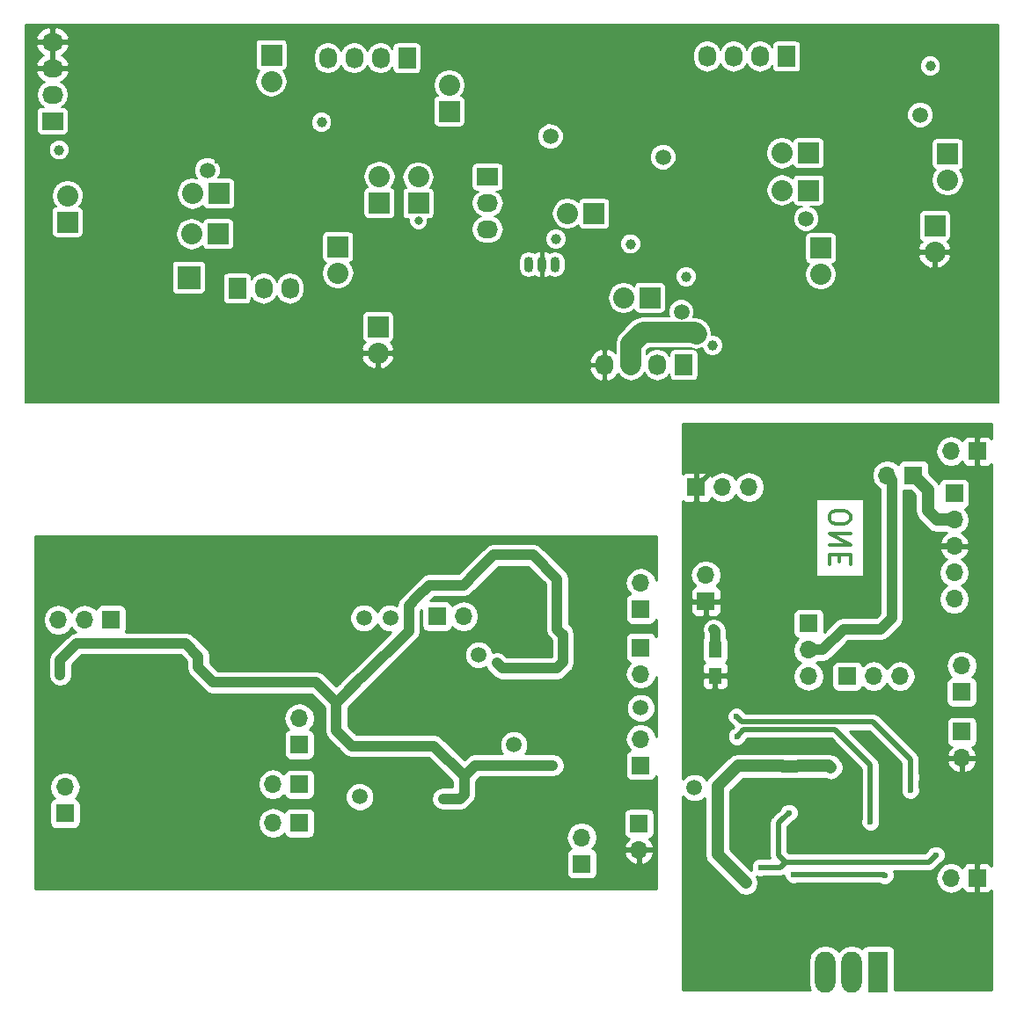
<source format=gbr>
G04 #@! TF.FileFunction,Copper,L2,Bot,Signal*
%FSLAX46Y46*%
G04 Gerber Fmt 4.6, Leading zero omitted, Abs format (unit mm)*
G04 Created by KiCad (PCBNEW 4.0.6) date 05/22/17 17:46:35*
%MOMM*%
%LPD*%
G01*
G04 APERTURE LIST*
%ADD10C,0.100000*%
%ADD11C,0.300000*%
%ADD12R,2.032000X2.032000*%
%ADD13O,2.032000X2.032000*%
%ADD14C,1.500000*%
%ADD15O,0.899160X1.501140*%
%ADD16C,1.000000*%
%ADD17R,2.235200X2.235200*%
%ADD18R,1.727200X2.032000*%
%ADD19O,1.727200X2.032000*%
%ADD20R,2.032000X1.727200*%
%ADD21O,2.032000X1.727200*%
%ADD22R,1.700000X1.700000*%
%ADD23O,1.700000X1.700000*%
%ADD24R,1.980000X3.960000*%
%ADD25O,1.980000X3.960000*%
%ADD26R,1.250000X1.500000*%
%ADD27C,0.800000*%
%ADD28C,0.600000*%
%ADD29C,0.700000*%
%ADD30C,0.500000*%
%ADD31C,0.550000*%
%ADD32C,0.177800*%
%ADD33C,0.500000*%
%ADD34C,2.000000*%
%ADD35C,1.000000*%
%ADD36C,0.400000*%
%ADD37C,0.250000*%
%ADD38C,1.200000*%
%ADD39C,0.200000*%
%ADD40C,0.254000*%
G04 APERTURE END LIST*
D10*
D11*
X150120062Y-81270743D02*
X150120062Y-81651695D01*
X150215300Y-81842171D01*
X150405776Y-82032648D01*
X150786729Y-82127886D01*
X151453395Y-82127886D01*
X151834348Y-82032648D01*
X152024824Y-81842171D01*
X152120062Y-81651695D01*
X152120062Y-81270743D01*
X152024824Y-81080267D01*
X151834348Y-80889790D01*
X151453395Y-80794552D01*
X150786729Y-80794552D01*
X150405776Y-80889790D01*
X150215300Y-81080267D01*
X150120062Y-81270743D01*
X152120062Y-82985028D02*
X150120062Y-82985028D01*
X152120062Y-84127886D01*
X150120062Y-84127886D01*
X151072443Y-85080266D02*
X151072443Y-85746933D01*
X152120062Y-86032647D02*
X152120062Y-85080266D01*
X150120062Y-85080266D01*
X150120062Y-86032647D01*
D12*
X106810000Y-51200000D03*
D13*
X106810000Y-48660000D03*
D14*
X90250000Y-48030000D03*
X123280000Y-44780000D03*
X134110000Y-46770000D03*
X135860000Y-61700000D03*
X158860000Y-42710000D03*
X147880000Y-52700000D03*
D15*
X122470000Y-57120000D03*
X123740000Y-57120000D03*
X121200000Y-57120000D03*
D16*
X75990000Y-46080000D03*
X159820000Y-38000000D03*
X138860000Y-64900000D03*
X123800000Y-54670000D03*
X130970000Y-55130000D03*
X136320000Y-58280000D03*
X101230000Y-43400000D03*
D17*
X88470300Y-58369900D03*
D18*
X109460000Y-37240000D03*
D19*
X106920000Y-37240000D03*
X104380000Y-37240000D03*
X101840000Y-37240000D03*
D18*
X145990000Y-37080000D03*
D19*
X143450000Y-37080000D03*
X140910000Y-37080000D03*
X138370000Y-37080000D03*
D18*
X93120000Y-59430000D03*
D19*
X95660000Y-59430000D03*
X98200000Y-59430000D03*
D20*
X117220000Y-48680000D03*
D21*
X117220000Y-51220000D03*
X117220000Y-53760000D03*
D12*
X110550000Y-51230000D03*
D13*
X110550000Y-48690000D03*
D12*
X148090000Y-46390000D03*
D13*
X145550000Y-46390000D03*
D12*
X148110000Y-49970000D03*
D13*
X145570000Y-49970000D03*
D12*
X132860000Y-60320000D03*
D13*
X130320000Y-60320000D03*
D12*
X102820000Y-55430000D03*
D13*
X102820000Y-57970000D03*
D12*
X161500000Y-46470000D03*
D13*
X161500000Y-49010000D03*
D12*
X127460000Y-52220000D03*
D13*
X124920000Y-52220000D03*
D12*
X91292240Y-54191600D03*
D13*
X88752240Y-54191600D03*
D12*
X91373520Y-50290160D03*
D13*
X88833520Y-50290160D03*
D12*
X149290000Y-55550000D03*
D13*
X149290000Y-58090000D03*
D12*
X106680000Y-63120000D03*
D13*
X106680000Y-65660000D03*
D12*
X160260000Y-53390000D03*
D13*
X160260000Y-55930000D03*
D12*
X76793920Y-53033360D03*
D13*
X76793920Y-50493360D03*
D12*
X113540000Y-42370000D03*
D13*
X113540000Y-39830000D03*
D12*
X96410000Y-36940000D03*
D13*
X96410000Y-39480000D03*
D20*
X75360000Y-43310000D03*
D21*
X75360000Y-40770000D03*
X75360000Y-38230000D03*
X75360000Y-35690000D03*
D18*
X136100000Y-66810000D03*
D19*
X133560000Y-66810000D03*
X131020000Y-66810000D03*
X128480000Y-66810000D03*
D22*
X131944300Y-105351400D03*
D23*
X131944300Y-102811400D03*
D22*
X131944300Y-90301900D03*
D23*
X131944300Y-87761900D03*
D22*
X99102100Y-110901300D03*
D23*
X96562100Y-110901300D03*
D22*
X99076700Y-107180200D03*
D23*
X96536700Y-107180200D03*
D22*
X131779200Y-110939400D03*
D23*
X131779200Y-113479400D03*
D14*
X116348700Y-94721500D03*
X107839700Y-91165500D03*
X131944300Y-99814200D03*
X105312400Y-91152800D03*
X119739600Y-103370200D03*
X104893300Y-108374000D03*
D22*
X99089400Y-103344800D03*
D23*
X99089400Y-100804800D03*
D22*
X80966500Y-91330600D03*
D23*
X78426500Y-91330600D03*
X75886500Y-91330600D03*
D22*
X76534200Y-109986900D03*
D23*
X76534200Y-107446900D03*
D22*
X112348200Y-91000400D03*
D23*
X114888200Y-91000400D03*
D22*
X131944300Y-93997600D03*
D23*
X131944300Y-96537600D03*
D22*
X126267400Y-114825600D03*
D23*
X126267400Y-112285600D03*
D24*
X154793300Y-125279700D03*
D25*
X152253300Y-125279700D03*
X149713300Y-125279700D03*
D22*
X164343700Y-116211900D03*
D23*
X161803700Y-116211900D03*
D22*
X164343700Y-75089300D03*
D23*
X161803700Y-75089300D03*
D22*
X162832400Y-98279500D03*
D23*
X162832400Y-95739500D03*
D22*
X162108500Y-79166000D03*
D23*
X162108500Y-81706000D03*
X162108500Y-84246000D03*
X162108500Y-86786000D03*
X162108500Y-89326000D03*
D26*
X139105300Y-94203600D03*
X139105300Y-96703600D03*
D22*
X148095300Y-91683600D03*
D23*
X148095300Y-94223600D03*
X148095300Y-96763600D03*
D22*
X158196900Y-77400700D03*
D23*
X155656900Y-77400700D03*
D22*
X138215300Y-89553600D03*
D23*
X138215300Y-87013600D03*
D22*
X162845100Y-102114900D03*
D23*
X162845100Y-104654900D03*
D22*
X137295300Y-78553600D03*
D23*
X139835300Y-78553600D03*
X142375300Y-78553600D03*
D22*
X151821500Y-96768200D03*
D23*
X154361500Y-96768200D03*
X156901500Y-96768200D03*
D14*
X137125300Y-107493600D03*
D27*
X110570000Y-52890000D03*
D28*
X141990000Y-46250000D03*
D29*
X92580000Y-35160000D03*
D28*
X93480000Y-34700000D03*
X79600000Y-34860000D03*
X81570000Y-35220000D03*
D29*
X78400000Y-37060000D03*
D28*
X77500000Y-35940000D03*
X80260000Y-36150000D03*
X164290000Y-40320000D03*
X161690000Y-35400000D03*
X156480000Y-36450000D03*
X164960000Y-37330000D03*
X161950000Y-38050000D03*
D27*
X154730000Y-38530000D03*
D28*
X149370000Y-35520000D03*
D27*
X149580000Y-43840000D03*
D28*
X147960000Y-42310000D03*
X146180000Y-41050000D03*
D27*
X144010000Y-40010000D03*
D28*
X145510000Y-43340000D03*
X111690000Y-64770000D03*
D29*
X82220000Y-37080000D03*
X80610000Y-37100000D03*
X84030000Y-44190000D03*
D27*
X108330000Y-40280000D03*
X99550000Y-58130000D03*
X121400000Y-54570000D03*
X122250000Y-55500000D03*
D28*
X147200000Y-58800000D03*
X146940000Y-57900000D03*
X140770000Y-56140000D03*
X132700000Y-55430000D03*
D27*
X132960000Y-56980000D03*
X150490000Y-46590000D03*
D28*
X130310000Y-45960000D03*
D27*
X137190000Y-39110000D03*
X134920000Y-37810000D03*
X124830000Y-43280000D03*
X125140000Y-41700000D03*
X118700000Y-44700000D03*
X116450000Y-44590000D03*
D28*
X123190000Y-46830000D03*
X121930000Y-47690000D03*
D27*
X99360000Y-61320000D03*
X97430000Y-63710000D03*
X95450000Y-62080000D03*
X86370000Y-55300000D03*
X86310000Y-52870000D03*
X86440000Y-48330000D03*
D29*
X75620000Y-47760000D03*
D28*
X91200000Y-47100000D03*
X91280000Y-45780000D03*
D29*
X103760000Y-51780000D03*
D28*
X106410000Y-46360000D03*
D27*
X101620000Y-51170000D03*
D28*
X96540000Y-55820000D03*
D27*
X98120000Y-42960000D03*
X106670000Y-67470000D03*
D28*
X116820000Y-61130000D03*
X118670000Y-61130000D03*
X164645300Y-89343600D03*
X164765300Y-86743600D03*
X164765300Y-84233600D03*
X164685300Y-81603600D03*
X164725300Y-79093600D03*
X157355300Y-93853600D03*
X151685300Y-94403600D03*
X153335300Y-94163600D03*
X155345300Y-94163600D03*
D30*
X137265300Y-112443600D03*
X137265300Y-114653600D03*
X137265300Y-116633600D03*
X137185300Y-118643600D03*
X137295300Y-121193600D03*
D28*
X141435300Y-82183600D03*
X145505300Y-99443600D03*
X143805300Y-99373600D03*
X140415300Y-74593600D03*
X141785300Y-73223600D03*
X141905300Y-75663600D03*
X143805300Y-75583600D03*
X144505300Y-118923600D03*
X144335300Y-121753600D03*
X146185300Y-123313600D03*
X146095300Y-126053600D03*
X143845300Y-126173600D03*
X143525300Y-123443600D03*
X141405300Y-123563600D03*
X141345300Y-126213600D03*
X160419400Y-118599500D03*
X160076500Y-125076500D03*
X164915200Y-124657400D03*
X164305600Y-118675700D03*
X164356400Y-73108100D03*
X157866700Y-86062100D03*
X159759000Y-84246000D03*
X158146100Y-84474600D03*
X158857300Y-85300100D03*
X157434900Y-81540900D03*
D30*
X150526100Y-109684100D03*
X151973900Y-108134700D03*
X150526100Y-108083900D03*
X151973900Y-109658700D03*
X151246700Y-108873900D03*
D28*
X153777300Y-76206900D03*
X153332800Y-74340000D03*
X153332800Y-72803300D03*
X154933000Y-72803300D03*
X156241100Y-72803300D03*
X158196900Y-72828700D03*
X160038400Y-72968400D03*
X161600500Y-73057300D03*
X163022900Y-73082700D03*
X149599000Y-73489100D03*
X147884500Y-76321200D03*
X149814900Y-76359300D03*
X148697300Y-75343300D03*
X143986500Y-73394800D03*
X148265500Y-73489100D03*
D16*
X137065000Y-63695000D03*
X135430000Y-63660000D03*
D28*
X123486100Y-105364100D03*
X112932400Y-108564500D03*
X103648700Y-102976500D03*
X114964400Y-108145400D03*
X121162000Y-95991500D03*
X122686000Y-95991500D03*
X103813800Y-98137800D03*
X105033000Y-96944000D03*
D27*
X118088600Y-95483500D03*
D28*
X76064300Y-95204100D03*
X76077000Y-96651900D03*
X93526800Y-97350400D03*
X92282200Y-97363100D03*
X90847100Y-97350400D03*
X124476700Y-92727600D03*
X124476700Y-94010300D03*
X124476700Y-95407300D03*
X100702300Y-97350400D03*
X102632700Y-100601600D03*
X101610350Y-98258450D03*
X102594600Y-99255400D03*
X102600950Y-99249050D03*
X102645400Y-101998600D03*
X129010600Y-115016100D03*
X119079200Y-115892400D03*
X107992100Y-115320900D03*
X105909300Y-115333600D03*
D27*
X119561800Y-93819800D03*
D28*
X77359700Y-100588900D03*
X77347000Y-99788800D03*
X95882650Y-99064900D03*
D27*
X122266900Y-88079400D03*
D28*
X81309400Y-113669900D03*
X87519700Y-113682600D03*
X108944600Y-105275200D03*
X126026100Y-91902100D03*
X127969200Y-91902100D03*
X74667300Y-100690500D03*
X102315200Y-86314100D03*
X99813300Y-96067700D03*
X102302500Y-96093100D03*
X88611900Y-101414400D03*
X88611900Y-99788800D03*
X123409900Y-103471800D03*
X119587200Y-98925200D03*
X119853900Y-101643000D03*
X95933450Y-85177450D03*
X94225300Y-100703200D03*
X94225300Y-98925200D03*
X111586200Y-108424800D03*
X111535400Y-106596000D03*
X157930200Y-106496400D03*
X141153500Y-100641700D03*
X157892100Y-107728300D03*
X141204300Y-102546700D03*
X154056700Y-110776300D03*
X143490300Y-115170500D03*
X160355900Y-113976700D03*
X146208100Y-109912700D03*
D30*
X145547700Y-110547700D03*
D28*
X138975300Y-92273600D03*
D16*
X139345300Y-107423600D03*
D28*
X147400358Y-105407373D03*
X145725500Y-105442300D03*
D16*
X142067900Y-116669100D03*
D28*
X146665300Y-115856300D03*
X155428300Y-115957900D03*
X146614500Y-105442300D03*
D27*
X150221300Y-105543900D03*
D31*
X92580000Y-35160000D02*
X93020000Y-35160000D01*
X93020000Y-35160000D02*
X93480000Y-34700000D01*
X79600000Y-34860000D02*
X81210000Y-34860000D01*
X81210000Y-34860000D02*
X81570000Y-35220000D01*
X79600000Y-34860000D02*
X79600000Y-35490000D01*
X77500000Y-35510000D02*
X78150000Y-34860000D01*
X78150000Y-34860000D02*
X79600000Y-34860000D01*
X78400000Y-37060000D02*
X78400000Y-36840000D01*
X78400000Y-36840000D02*
X77500000Y-35940000D01*
X77500000Y-35940000D02*
X77500000Y-35510000D01*
X79600000Y-35490000D02*
X80260000Y-36150000D01*
X164290000Y-40320000D02*
X164220000Y-40320000D01*
X164960000Y-39650000D02*
X164290000Y-40320000D01*
X161690000Y-35400000D02*
X163030000Y-35400000D01*
X160640000Y-36450000D02*
X161690000Y-35400000D01*
X153880000Y-35520000D02*
X155550000Y-35520000D01*
X155550000Y-35520000D02*
X156480000Y-36450000D01*
X156480000Y-36450000D02*
X160640000Y-36450000D01*
X163030000Y-35400000D02*
X164960000Y-37330000D01*
X164960000Y-37330000D02*
X164960000Y-39650000D01*
X164220000Y-40320000D02*
X161950000Y-38050000D01*
X154730000Y-38530000D02*
X154730000Y-36370000D01*
X153880000Y-35520000D02*
X149370000Y-35520000D01*
X154730000Y-36370000D02*
X153880000Y-35520000D01*
X149580000Y-43840000D02*
X149490000Y-43840000D01*
X149490000Y-43840000D02*
X147960000Y-42310000D01*
X146180000Y-41050000D02*
X146180000Y-42670000D01*
X145140000Y-40010000D02*
X146180000Y-41050000D01*
X144010000Y-40010000D02*
X145140000Y-40010000D01*
X146180000Y-42670000D02*
X145510000Y-43340000D01*
X111690000Y-64770000D02*
X111690000Y-64780000D01*
D32*
X164343700Y-75089300D02*
X164343700Y-78712000D01*
X164645300Y-86863600D02*
X164645300Y-89343600D01*
X164765300Y-86743600D02*
X164645300Y-86863600D01*
X164765300Y-81683600D02*
X164765300Y-84233600D01*
X164685300Y-81603600D02*
X164765300Y-81683600D01*
X164343700Y-78712000D02*
X164725300Y-79093600D01*
X155345300Y-94163600D02*
X153335300Y-94163600D01*
D33*
X137265300Y-116633600D02*
X137265300Y-114653600D01*
X137185300Y-121083600D02*
X137185300Y-118643600D01*
X137295300Y-121193600D02*
X137185300Y-121083600D01*
X143875300Y-99443600D02*
X145505300Y-99443600D01*
X143805300Y-99373600D02*
X143875300Y-99443600D01*
X140265300Y-75583600D02*
X137295300Y-78553600D01*
X140265300Y-74743600D02*
X140265300Y-75583600D01*
X140415300Y-74593600D02*
X140265300Y-74743600D01*
X141785300Y-75543600D02*
X141785300Y-73223600D01*
X141905300Y-75663600D02*
X141785300Y-75543600D01*
X143805300Y-73576000D02*
X143805300Y-75583600D01*
X143986500Y-73394800D02*
X143805300Y-73576000D01*
X144505300Y-121583600D02*
X144505300Y-118923600D01*
X144335300Y-121753600D02*
X144505300Y-121583600D01*
X146185300Y-125963600D02*
X146185300Y-123313600D01*
X146095300Y-126053600D02*
X146185300Y-125963600D01*
X143845300Y-123763600D02*
X143845300Y-126173600D01*
X143525300Y-123443600D02*
X143845300Y-123763600D01*
X141405300Y-126153600D02*
X141405300Y-123563600D01*
X141345300Y-126213600D02*
X141405300Y-126153600D01*
D32*
X160419400Y-121990400D02*
X160419400Y-118599500D01*
X160076500Y-122333300D02*
X160419400Y-121990400D01*
X160076500Y-125076500D02*
X160076500Y-122333300D01*
X164915200Y-119285300D02*
X164915200Y-124657400D01*
X164305600Y-118675700D02*
X164915200Y-119285300D01*
D33*
X162108500Y-84246000D02*
X159759000Y-84246000D01*
X159759000Y-84246000D02*
X159911400Y-84246000D01*
X159911400Y-84246000D02*
X158857300Y-85300100D01*
X151237300Y-108871300D02*
X151244100Y-108871300D01*
X151244100Y-108871300D02*
X151246700Y-108873900D01*
D32*
X153777300Y-74784500D02*
X153777300Y-76206900D01*
X153332800Y-74340000D02*
X153777300Y-74784500D01*
X154933000Y-72803300D02*
X153332800Y-72803300D01*
X158171500Y-72803300D02*
X156241100Y-72803300D01*
X158196900Y-72828700D02*
X158171500Y-72803300D01*
X161511600Y-72968400D02*
X160038400Y-72968400D01*
X161600500Y-73057300D02*
X161511600Y-72968400D01*
X164331000Y-73082700D02*
X163022900Y-73082700D01*
X164356400Y-73108100D02*
X164331000Y-73082700D01*
D33*
X149599000Y-73489100D02*
X148265500Y-73489100D01*
D34*
X137060000Y-63660000D02*
X137060000Y-63690000D01*
X137060000Y-63690000D02*
X137065000Y-63695000D01*
X135430000Y-63660000D02*
X137060000Y-63660000D01*
X137060000Y-63660000D02*
X137180000Y-63660000D01*
X137180000Y-63660000D02*
X137310000Y-63790000D01*
X131020000Y-64760000D02*
X131020000Y-66810000D01*
X132140000Y-63640000D02*
X131020000Y-64760000D01*
X135410000Y-63640000D02*
X132140000Y-63640000D01*
X135430000Y-63660000D02*
X135410000Y-63640000D01*
D35*
X123486100Y-105364100D02*
X116031200Y-105364100D01*
X116031200Y-105364100D02*
X114964400Y-106430900D01*
X114964400Y-108145400D02*
X114951700Y-108145400D01*
X114532600Y-108564500D02*
X112932400Y-108564500D01*
X114951700Y-108145400D02*
X114532600Y-108564500D01*
X114964400Y-108145400D02*
X114964400Y-106430900D01*
X103648700Y-103001900D02*
X104131300Y-103484500D01*
X112018000Y-103484500D02*
X104131300Y-103484500D01*
X114964400Y-106430900D02*
X112018000Y-103484500D01*
X105033000Y-96944000D02*
X105071100Y-96944000D01*
X117783800Y-85094900D02*
X121581100Y-85094900D01*
X116107400Y-86771300D02*
X117783800Y-85094900D01*
X123905200Y-91635400D02*
X123905200Y-92245000D01*
X123905200Y-87419000D02*
X123905200Y-91635400D01*
X121581100Y-85094900D02*
X123905200Y-87419000D01*
X114875500Y-88003200D02*
X116107400Y-86771300D01*
X111611600Y-88003200D02*
X114875500Y-88003200D01*
X110455900Y-89158900D02*
X111611600Y-88003200D01*
X123905200Y-92245000D02*
X124476700Y-92816500D01*
X109630400Y-89984400D02*
X110455900Y-89158900D01*
X109630400Y-92384700D02*
X109630400Y-89984400D01*
X105071100Y-96944000D02*
X109630400Y-92384700D01*
X103648700Y-103001900D02*
X103648700Y-102976500D01*
X103636000Y-102989200D02*
X103648700Y-102976500D01*
X103648700Y-102976500D02*
X103636000Y-102989200D01*
X103813800Y-98137800D02*
X103839200Y-98137800D01*
X103839200Y-98137800D02*
X105033000Y-96944000D01*
X104334500Y-97642500D02*
X105033000Y-96944000D01*
X102721600Y-99255400D02*
X102594600Y-99255400D01*
X102721600Y-99255400D02*
X104334500Y-97642500D01*
X118088600Y-95483500D02*
X118596600Y-95991500D01*
X124451300Y-95407300D02*
X124476700Y-95407300D01*
X123867100Y-95991500D02*
X124451300Y-95407300D01*
X123308300Y-95991500D02*
X123867100Y-95991500D01*
X118596600Y-95991500D02*
X121162000Y-95991500D01*
X121162000Y-95991500D02*
X122686000Y-95991500D01*
X122686000Y-95991500D02*
X123308300Y-95991500D01*
X98492500Y-97350400D02*
X93526800Y-97350400D01*
X76064300Y-95204100D02*
X76077000Y-95216800D01*
X76077000Y-95216800D02*
X76077000Y-95343800D01*
X76077000Y-96651900D02*
X76077000Y-95343800D01*
D33*
X76077000Y-95343800D02*
X76077000Y-95191400D01*
D35*
X90796300Y-97350400D02*
X89361200Y-95915300D01*
X89361200Y-95915300D02*
X89361200Y-94848500D01*
X89361200Y-94848500D02*
X88129300Y-93616600D01*
X88129300Y-93616600D02*
X77651800Y-93616600D01*
X77651800Y-93616600D02*
X76077000Y-95191400D01*
X90847100Y-97350400D02*
X90796300Y-97350400D01*
D33*
X92282200Y-97363100D02*
X92282200Y-97350400D01*
X92282200Y-97350400D02*
X92282200Y-97363100D01*
X92282200Y-97363100D02*
X92282200Y-97350400D01*
D35*
X99152900Y-97350400D02*
X98492500Y-97350400D01*
X99152900Y-97325000D02*
X99152900Y-97350400D01*
X99152900Y-97325000D02*
X99152900Y-97350400D01*
X100702300Y-97350400D02*
X99152900Y-97350400D01*
X93526800Y-97350400D02*
X92282200Y-97350400D01*
X92282200Y-97350400D02*
X90847100Y-97350400D01*
X124476700Y-92727600D02*
X124476700Y-92816500D01*
X124476700Y-92816500D02*
X124476700Y-94010300D01*
X124476700Y-94010300D02*
X124476700Y-95407300D01*
X101610350Y-98258450D02*
X100702300Y-97350400D01*
X103648700Y-103001900D02*
X102645400Y-101998600D01*
X102632700Y-100601600D02*
X102645400Y-100601600D01*
X102645400Y-100601600D02*
X102632700Y-100601600D01*
X102632700Y-100601600D02*
X102645400Y-100601600D01*
X102594600Y-99255400D02*
X102600950Y-99249050D01*
X102645400Y-101935100D02*
X102645400Y-101998600D01*
X102645400Y-99293500D02*
X101610350Y-98258450D01*
X102645400Y-101935100D02*
X102645400Y-100601600D01*
X102645400Y-100601600D02*
X102645400Y-99293500D01*
D36*
X95882650Y-99064900D02*
X95889000Y-99064900D01*
D33*
X141153500Y-100641700D02*
X141686900Y-101175100D01*
X141686900Y-101175100D02*
X154310700Y-101175100D01*
X154310700Y-101175100D02*
X157892100Y-104756500D01*
X157892100Y-104756500D02*
X157892100Y-107728300D01*
X141204300Y-102546700D02*
X141839300Y-101911700D01*
X141839300Y-101911700D02*
X150653100Y-101911700D01*
X150653100Y-101911700D02*
X154056700Y-105315300D01*
X154056700Y-105315300D02*
X154056700Y-110776300D01*
X145827100Y-114637100D02*
X145827100Y-114764100D01*
X145827100Y-114764100D02*
X145420700Y-115170500D01*
X145420700Y-115170500D02*
X143490300Y-115170500D01*
X160355900Y-113976700D02*
X159670100Y-114662500D01*
X159670100Y-114662500D02*
X145852500Y-114662500D01*
X145852500Y-114662500D02*
X145827100Y-114637100D01*
X145204800Y-114014800D02*
X145204800Y-110890600D01*
X145827100Y-114637100D02*
X145204800Y-114014800D01*
D37*
X145204800Y-110890600D02*
X145547700Y-110547700D01*
D33*
X145573100Y-110547700D02*
X145547700Y-110547700D01*
X146208100Y-109912700D02*
X145573100Y-110547700D01*
X145204800Y-110890600D02*
X145547700Y-110547700D01*
D35*
X139105300Y-92403600D02*
X139105300Y-94203600D01*
X138975300Y-92273600D02*
X139105300Y-92403600D01*
X139337400Y-107423600D02*
X139337400Y-107360000D01*
X139345300Y-107423600D02*
X139337400Y-107423600D01*
D33*
X147757500Y-105366100D02*
X147757500Y-105391500D01*
X147757500Y-105366100D02*
X147757500Y-105391500D01*
D38*
X142067900Y-116669100D02*
X139337400Y-113938600D01*
X139337400Y-113938600D02*
X139337400Y-107360000D01*
X139337400Y-107360000D02*
X141305900Y-105391500D01*
X145471500Y-105391500D02*
X145725500Y-105442300D01*
X141305900Y-105391500D02*
X145471500Y-105391500D01*
X145725500Y-105442300D02*
X145852500Y-105442300D01*
D33*
X155326700Y-115856300D02*
X146665300Y-115856300D01*
X155428300Y-115957900D02*
X155326700Y-115856300D01*
D38*
X150221300Y-105543900D02*
X150068900Y-105391500D01*
X150068900Y-105391500D02*
X149052900Y-105391500D01*
X145852500Y-105442300D02*
X146614500Y-105442300D01*
X146614500Y-105442300D02*
X147400358Y-105407373D01*
X147400358Y-105407373D02*
X147757500Y-105391500D01*
X147757500Y-105391500D02*
X148748100Y-105391500D01*
X149052900Y-105391500D02*
X148748100Y-105391500D01*
D35*
X151580200Y-92234300D02*
X151464600Y-92234300D01*
X156114100Y-77857900D02*
X156114100Y-91167500D01*
X155047300Y-92234300D02*
X156114100Y-91167500D01*
X151580200Y-92234300D02*
X155047300Y-92234300D01*
X149475300Y-94223600D02*
X148095300Y-94223600D01*
X151464600Y-92234300D02*
X149475300Y-94223600D01*
D33*
X156114100Y-77857900D02*
X155656900Y-77400700D01*
D38*
X162108500Y-81706000D02*
X160444800Y-81706000D01*
X159606600Y-78810400D02*
X158196900Y-77400700D01*
X159606600Y-80867800D02*
X159606600Y-78810400D01*
X160444800Y-81706000D02*
X159606600Y-80867800D01*
D33*
X158857300Y-78061100D02*
X158196900Y-77400700D01*
D39*
G36*
X166380000Y-70430000D02*
X72730000Y-70430000D01*
X72730000Y-66065009D01*
X105107313Y-66065009D01*
X105281549Y-66485679D01*
X105703973Y-66957992D01*
X106274989Y-67232698D01*
X106526000Y-67124693D01*
X106526000Y-65814000D01*
X106834000Y-65814000D01*
X106834000Y-67124693D01*
X107085011Y-67232698D01*
X107165084Y-67194176D01*
X127026851Y-67194176D01*
X127226162Y-67732629D01*
X127616359Y-68153822D01*
X128098951Y-68383811D01*
X128326000Y-68272983D01*
X128326000Y-66964000D01*
X127160484Y-66964000D01*
X127026851Y-67194176D01*
X107165084Y-67194176D01*
X107656027Y-66957992D01*
X108078451Y-66485679D01*
X108103242Y-66425824D01*
X127026851Y-66425824D01*
X127160484Y-66656000D01*
X128326000Y-66656000D01*
X128326000Y-65347017D01*
X128634000Y-65347017D01*
X128634000Y-66656000D01*
X128654000Y-66656000D01*
X128654000Y-66964000D01*
X128634000Y-66964000D01*
X128634000Y-68272983D01*
X128861049Y-68383811D01*
X129343641Y-68153822D01*
X129733838Y-67732629D01*
X129781348Y-67604277D01*
X129959340Y-67870660D01*
X130030191Y-67918001D01*
X130055789Y-67956311D01*
X130498173Y-68251902D01*
X131020000Y-68355700D01*
X131541827Y-68251902D01*
X131984211Y-67956311D01*
X132009809Y-67918001D01*
X132080660Y-67870660D01*
X132309610Y-67528013D01*
X132595789Y-67956311D01*
X133038173Y-68251902D01*
X133560000Y-68355700D01*
X134081827Y-68251902D01*
X134524211Y-67956311D01*
X134726605Y-67653406D01*
X134726605Y-67826000D01*
X134761469Y-68011289D01*
X134870975Y-68181465D01*
X135038061Y-68295630D01*
X135236400Y-68335795D01*
X136963600Y-68335795D01*
X137148889Y-68300931D01*
X137319065Y-68191425D01*
X137433230Y-68024339D01*
X137473395Y-67826000D01*
X137473395Y-65794000D01*
X137438531Y-65608711D01*
X137329025Y-65438535D01*
X137161939Y-65324370D01*
X136963600Y-65284205D01*
X135236400Y-65284205D01*
X135051111Y-65319069D01*
X134880935Y-65428575D01*
X134766770Y-65595661D01*
X134726605Y-65794000D01*
X134726605Y-65966594D01*
X134524211Y-65663689D01*
X134081827Y-65368098D01*
X133560000Y-65264300D01*
X133038173Y-65368098D01*
X132595789Y-65663689D01*
X132520000Y-65777115D01*
X132520000Y-65381320D01*
X132761320Y-65140000D01*
X135329453Y-65140000D01*
X135430000Y-65160000D01*
X136712300Y-65160000D01*
X136735975Y-65175819D01*
X137310000Y-65290000D01*
X137884025Y-65175819D01*
X137890247Y-65171662D01*
X138011747Y-65465714D01*
X138292806Y-65747264D01*
X138660215Y-65899826D01*
X139058040Y-65900173D01*
X139425714Y-65748253D01*
X139707264Y-65467194D01*
X139859826Y-65099785D01*
X139860173Y-64701960D01*
X139708253Y-64334286D01*
X139427194Y-64052736D01*
X139059785Y-63900174D01*
X138788132Y-63899937D01*
X138810000Y-63790000D01*
X138695819Y-63215975D01*
X138370660Y-62729340D01*
X138240660Y-62599340D01*
X137754025Y-62274181D01*
X137180000Y-62160000D01*
X137022472Y-62160000D01*
X137109783Y-61949731D01*
X137110217Y-61452450D01*
X136920316Y-60992857D01*
X136568993Y-60640919D01*
X136109731Y-60450217D01*
X135612450Y-60449783D01*
X135152857Y-60639684D01*
X134800919Y-60991007D01*
X134610217Y-61450269D01*
X134609783Y-61947550D01*
X134689302Y-62140000D01*
X132140000Y-62140000D01*
X131565975Y-62254181D01*
X131079340Y-62579340D01*
X129959340Y-63699340D01*
X129634181Y-64185975D01*
X129520000Y-64760000D01*
X129520000Y-65656546D01*
X129343641Y-65466178D01*
X128861049Y-65236189D01*
X128634000Y-65347017D01*
X128326000Y-65347017D01*
X128098951Y-65236189D01*
X127616359Y-65466178D01*
X127226162Y-65887371D01*
X127026851Y-66425824D01*
X108103242Y-66425824D01*
X108252687Y-66065009D01*
X108143922Y-65814000D01*
X106834000Y-65814000D01*
X106526000Y-65814000D01*
X105216078Y-65814000D01*
X105107313Y-66065009D01*
X72730000Y-66065009D01*
X72730000Y-65254991D01*
X105107313Y-65254991D01*
X105216078Y-65506000D01*
X106526000Y-65506000D01*
X106526000Y-65486000D01*
X106834000Y-65486000D01*
X106834000Y-65506000D01*
X108143922Y-65506000D01*
X108252687Y-65254991D01*
X108078451Y-64834321D01*
X107879036Y-64611355D01*
X107881289Y-64610931D01*
X108051465Y-64501425D01*
X108165630Y-64334339D01*
X108205795Y-64136000D01*
X108205795Y-62104000D01*
X108170931Y-61918711D01*
X108061425Y-61748535D01*
X107894339Y-61634370D01*
X107696000Y-61594205D01*
X105664000Y-61594205D01*
X105478711Y-61629069D01*
X105308535Y-61738575D01*
X105194370Y-61905661D01*
X105154205Y-62104000D01*
X105154205Y-64136000D01*
X105189069Y-64321289D01*
X105298575Y-64491465D01*
X105465661Y-64605630D01*
X105482952Y-64609132D01*
X105281549Y-64834321D01*
X105107313Y-65254991D01*
X72730000Y-65254991D01*
X72730000Y-57252300D01*
X86842905Y-57252300D01*
X86842905Y-59487500D01*
X86877769Y-59672789D01*
X86987275Y-59842965D01*
X87154361Y-59957130D01*
X87352700Y-59997295D01*
X89587900Y-59997295D01*
X89773189Y-59962431D01*
X89943365Y-59852925D01*
X90057530Y-59685839D01*
X90097695Y-59487500D01*
X90097695Y-58414000D01*
X91746605Y-58414000D01*
X91746605Y-60446000D01*
X91781469Y-60631289D01*
X91890975Y-60801465D01*
X92058061Y-60915630D01*
X92256400Y-60955795D01*
X93983600Y-60955795D01*
X94168889Y-60920931D01*
X94339065Y-60811425D01*
X94453230Y-60644339D01*
X94493395Y-60446000D01*
X94493395Y-60273406D01*
X94695789Y-60576311D01*
X95138173Y-60871902D01*
X95660000Y-60975700D01*
X96181827Y-60871902D01*
X96624211Y-60576311D01*
X96919802Y-60133927D01*
X96930000Y-60082658D01*
X96940198Y-60133927D01*
X97235789Y-60576311D01*
X97678173Y-60871902D01*
X98200000Y-60975700D01*
X98721827Y-60871902D01*
X99164211Y-60576311D01*
X99355317Y-60290300D01*
X128804000Y-60290300D01*
X128804000Y-60349700D01*
X128919399Y-60929848D01*
X129248026Y-61421674D01*
X129739852Y-61750301D01*
X130320000Y-61865700D01*
X130900148Y-61750301D01*
X131354977Y-61446395D01*
X131369069Y-61521289D01*
X131478575Y-61691465D01*
X131645661Y-61805630D01*
X131844000Y-61845795D01*
X133876000Y-61845795D01*
X134061289Y-61810931D01*
X134231465Y-61701425D01*
X134345630Y-61534339D01*
X134385795Y-61336000D01*
X134385795Y-59304000D01*
X134350931Y-59118711D01*
X134241425Y-58948535D01*
X134074339Y-58834370D01*
X133876000Y-58794205D01*
X131844000Y-58794205D01*
X131658711Y-58829069D01*
X131488535Y-58938575D01*
X131374370Y-59105661D01*
X131356372Y-59194537D01*
X130900148Y-58889699D01*
X130320000Y-58774300D01*
X129739852Y-58889699D01*
X129248026Y-59218326D01*
X128919399Y-59710152D01*
X128804000Y-60290300D01*
X99355317Y-60290300D01*
X99459802Y-60133927D01*
X99563600Y-59612100D01*
X99563600Y-59247900D01*
X99459802Y-58726073D01*
X99164211Y-58283689D01*
X98721827Y-57988098D01*
X98630843Y-57970000D01*
X101274300Y-57970000D01*
X101389699Y-58550148D01*
X101718326Y-59041974D01*
X102210152Y-59370601D01*
X102790300Y-59486000D01*
X102849700Y-59486000D01*
X103429848Y-59370601D01*
X103921674Y-59041974D01*
X104250301Y-58550148D01*
X104264644Y-58478040D01*
X135319827Y-58478040D01*
X135471747Y-58845714D01*
X135752806Y-59127264D01*
X136120215Y-59279826D01*
X136518040Y-59280173D01*
X136885714Y-59128253D01*
X137167264Y-58847194D01*
X137319826Y-58479785D01*
X137320165Y-58090000D01*
X147744300Y-58090000D01*
X147859699Y-58670148D01*
X148188326Y-59161974D01*
X148680152Y-59490601D01*
X149260300Y-59606000D01*
X149319700Y-59606000D01*
X149899848Y-59490601D01*
X150391674Y-59161974D01*
X150720301Y-58670148D01*
X150835700Y-58090000D01*
X150720301Y-57509852D01*
X150416395Y-57055023D01*
X150491289Y-57040931D01*
X150661465Y-56931425D01*
X150775630Y-56764339D01*
X150815795Y-56566000D01*
X150815795Y-56335009D01*
X158687313Y-56335009D01*
X158861549Y-56755679D01*
X159283973Y-57227992D01*
X159854989Y-57502698D01*
X160106000Y-57394693D01*
X160106000Y-56084000D01*
X160414000Y-56084000D01*
X160414000Y-57394693D01*
X160665011Y-57502698D01*
X161236027Y-57227992D01*
X161658451Y-56755679D01*
X161832687Y-56335009D01*
X161723922Y-56084000D01*
X160414000Y-56084000D01*
X160106000Y-56084000D01*
X158796078Y-56084000D01*
X158687313Y-56335009D01*
X150815795Y-56335009D01*
X150815795Y-55524991D01*
X158687313Y-55524991D01*
X158796078Y-55776000D01*
X160106000Y-55776000D01*
X160106000Y-55756000D01*
X160414000Y-55756000D01*
X160414000Y-55776000D01*
X161723922Y-55776000D01*
X161832687Y-55524991D01*
X161658451Y-55104321D01*
X161459036Y-54881355D01*
X161461289Y-54880931D01*
X161631465Y-54771425D01*
X161745630Y-54604339D01*
X161785795Y-54406000D01*
X161785795Y-52374000D01*
X161750931Y-52188711D01*
X161641425Y-52018535D01*
X161474339Y-51904370D01*
X161276000Y-51864205D01*
X159244000Y-51864205D01*
X159058711Y-51899069D01*
X158888535Y-52008575D01*
X158774370Y-52175661D01*
X158734205Y-52374000D01*
X158734205Y-54406000D01*
X158769069Y-54591289D01*
X158878575Y-54761465D01*
X159045661Y-54875630D01*
X159062952Y-54879132D01*
X158861549Y-55104321D01*
X158687313Y-55524991D01*
X150815795Y-55524991D01*
X150815795Y-54534000D01*
X150780931Y-54348711D01*
X150671425Y-54178535D01*
X150504339Y-54064370D01*
X150306000Y-54024205D01*
X148274000Y-54024205D01*
X148088711Y-54059069D01*
X147918535Y-54168575D01*
X147804370Y-54335661D01*
X147764205Y-54534000D01*
X147764205Y-56566000D01*
X147799069Y-56751289D01*
X147908575Y-56921465D01*
X148075661Y-57035630D01*
X148164537Y-57053628D01*
X147859699Y-57509852D01*
X147744300Y-58090000D01*
X137320165Y-58090000D01*
X137320173Y-58081960D01*
X137168253Y-57714286D01*
X136887194Y-57432736D01*
X136519785Y-57280174D01*
X136121960Y-57279827D01*
X135754286Y-57431747D01*
X135472736Y-57712806D01*
X135320174Y-58080215D01*
X135319827Y-58478040D01*
X104264644Y-58478040D01*
X104365700Y-57970000D01*
X104250301Y-57389852D01*
X103946395Y-56935023D01*
X104021289Y-56920931D01*
X104191465Y-56811425D01*
X104203022Y-56794510D01*
X120250420Y-56794510D01*
X120250420Y-57445490D01*
X120322702Y-57808879D01*
X120528546Y-58116944D01*
X120836611Y-58322788D01*
X121200000Y-58395070D01*
X121563389Y-58322788D01*
X121736366Y-58207208D01*
X122077701Y-58425374D01*
X122154217Y-58430325D01*
X122316000Y-58313380D01*
X122316000Y-57274000D01*
X122296000Y-57274000D01*
X122296000Y-56966000D01*
X122316000Y-56966000D01*
X122316000Y-55926620D01*
X122624000Y-55926620D01*
X122624000Y-56966000D01*
X122644000Y-56966000D01*
X122644000Y-57274000D01*
X122624000Y-57274000D01*
X122624000Y-58313380D01*
X122785783Y-58430325D01*
X122862299Y-58425374D01*
X123203634Y-58207208D01*
X123376611Y-58322788D01*
X123740000Y-58395070D01*
X124103389Y-58322788D01*
X124411454Y-58116944D01*
X124617298Y-57808879D01*
X124689580Y-57445490D01*
X124689580Y-56794510D01*
X124617298Y-56431121D01*
X124411454Y-56123056D01*
X124103389Y-55917212D01*
X123740000Y-55844930D01*
X123376611Y-55917212D01*
X123203634Y-56032792D01*
X122862299Y-55814626D01*
X122785783Y-55809675D01*
X122624000Y-55926620D01*
X122316000Y-55926620D01*
X122154217Y-55809675D01*
X122077701Y-55814626D01*
X121736366Y-56032792D01*
X121563389Y-55917212D01*
X121200000Y-55844930D01*
X120836611Y-55917212D01*
X120528546Y-56123056D01*
X120322702Y-56431121D01*
X120250420Y-56794510D01*
X104203022Y-56794510D01*
X104305630Y-56644339D01*
X104345795Y-56446000D01*
X104345795Y-54414000D01*
X104310931Y-54228711D01*
X104201425Y-54058535D01*
X104034339Y-53944370D01*
X103836000Y-53904205D01*
X101804000Y-53904205D01*
X101618711Y-53939069D01*
X101448535Y-54048575D01*
X101334370Y-54215661D01*
X101294205Y-54414000D01*
X101294205Y-56446000D01*
X101329069Y-56631289D01*
X101438575Y-56801465D01*
X101605661Y-56915630D01*
X101694537Y-56933628D01*
X101389699Y-57389852D01*
X101274300Y-57970000D01*
X98630843Y-57970000D01*
X98200000Y-57884300D01*
X97678173Y-57988098D01*
X97235789Y-58283689D01*
X96940198Y-58726073D01*
X96930000Y-58777342D01*
X96919802Y-58726073D01*
X96624211Y-58283689D01*
X96181827Y-57988098D01*
X95660000Y-57884300D01*
X95138173Y-57988098D01*
X94695789Y-58283689D01*
X94493395Y-58586594D01*
X94493395Y-58414000D01*
X94458531Y-58228711D01*
X94349025Y-58058535D01*
X94181939Y-57944370D01*
X93983600Y-57904205D01*
X92256400Y-57904205D01*
X92071111Y-57939069D01*
X91900935Y-58048575D01*
X91786770Y-58215661D01*
X91746605Y-58414000D01*
X90097695Y-58414000D01*
X90097695Y-57252300D01*
X90062831Y-57067011D01*
X89953325Y-56896835D01*
X89786239Y-56782670D01*
X89587900Y-56742505D01*
X87352700Y-56742505D01*
X87167411Y-56777369D01*
X86997235Y-56886875D01*
X86883070Y-57053961D01*
X86842905Y-57252300D01*
X72730000Y-57252300D01*
X72730000Y-50493360D01*
X75248220Y-50493360D01*
X75363619Y-51073508D01*
X75667525Y-51528337D01*
X75592631Y-51542429D01*
X75422455Y-51651935D01*
X75308290Y-51819021D01*
X75268125Y-52017360D01*
X75268125Y-54049360D01*
X75302989Y-54234649D01*
X75412495Y-54404825D01*
X75579581Y-54518990D01*
X75777920Y-54559155D01*
X77809920Y-54559155D01*
X77995209Y-54524291D01*
X78165385Y-54414785D01*
X78279550Y-54247699D01*
X78296924Y-54161900D01*
X87236240Y-54161900D01*
X87236240Y-54221300D01*
X87351639Y-54801448D01*
X87680266Y-55293274D01*
X88172092Y-55621901D01*
X88752240Y-55737300D01*
X89332388Y-55621901D01*
X89787217Y-55317995D01*
X89801309Y-55392889D01*
X89910815Y-55563065D01*
X90077901Y-55677230D01*
X90276240Y-55717395D01*
X92308240Y-55717395D01*
X92493529Y-55682531D01*
X92663705Y-55573025D01*
X92777870Y-55405939D01*
X92818035Y-55207600D01*
X92818035Y-53175600D01*
X92783171Y-52990311D01*
X92673665Y-52820135D01*
X92506579Y-52705970D01*
X92308240Y-52665805D01*
X90276240Y-52665805D01*
X90090951Y-52700669D01*
X89920775Y-52810175D01*
X89806610Y-52977261D01*
X89788612Y-53066137D01*
X89332388Y-52761299D01*
X88752240Y-52645900D01*
X88172092Y-52761299D01*
X87680266Y-53089926D01*
X87351639Y-53581752D01*
X87236240Y-54161900D01*
X78296924Y-54161900D01*
X78319715Y-54049360D01*
X78319715Y-52017360D01*
X78284851Y-51832071D01*
X78175345Y-51661895D01*
X78008259Y-51547730D01*
X77919383Y-51529732D01*
X78224221Y-51073508D01*
X78339620Y-50493360D01*
X78293294Y-50260460D01*
X87317520Y-50260460D01*
X87317520Y-50319860D01*
X87432919Y-50900008D01*
X87761546Y-51391834D01*
X88253372Y-51720461D01*
X88833520Y-51835860D01*
X89413668Y-51720461D01*
X89868497Y-51416555D01*
X89882589Y-51491449D01*
X89992095Y-51661625D01*
X90159181Y-51775790D01*
X90357520Y-51815955D01*
X92389520Y-51815955D01*
X92574809Y-51781091D01*
X92744985Y-51671585D01*
X92859150Y-51504499D01*
X92899315Y-51306160D01*
X92899315Y-49274160D01*
X92864451Y-49088871D01*
X92754945Y-48918695D01*
X92587859Y-48804530D01*
X92389520Y-48764365D01*
X91283665Y-48764365D01*
X91309081Y-48738993D01*
X91341881Y-48660000D01*
X105264300Y-48660000D01*
X105379699Y-49240148D01*
X105683605Y-49694977D01*
X105608711Y-49709069D01*
X105438535Y-49818575D01*
X105324370Y-49985661D01*
X105284205Y-50184000D01*
X105284205Y-52216000D01*
X105319069Y-52401289D01*
X105428575Y-52571465D01*
X105595661Y-52685630D01*
X105794000Y-52725795D01*
X107826000Y-52725795D01*
X108011289Y-52690931D01*
X108181465Y-52581425D01*
X108295630Y-52414339D01*
X108335795Y-52216000D01*
X108335795Y-50184000D01*
X108300931Y-49998711D01*
X108191425Y-49828535D01*
X108024339Y-49714370D01*
X107935463Y-49696372D01*
X108240301Y-49240148D01*
X108349732Y-48690000D01*
X109004300Y-48690000D01*
X109119699Y-49270148D01*
X109423605Y-49724977D01*
X109348711Y-49739069D01*
X109178535Y-49848575D01*
X109064370Y-50015661D01*
X109024205Y-50214000D01*
X109024205Y-52246000D01*
X109059069Y-52431289D01*
X109168575Y-52601465D01*
X109335661Y-52715630D01*
X109534000Y-52755795D01*
X109670117Y-52755795D01*
X109669844Y-53068236D01*
X109806572Y-53399143D01*
X110059525Y-53652538D01*
X110390194Y-53789843D01*
X110748236Y-53790156D01*
X111079143Y-53653428D01*
X111332538Y-53400475D01*
X111469843Y-53069806D01*
X111470118Y-52755795D01*
X111566000Y-52755795D01*
X111751289Y-52720931D01*
X111921465Y-52611425D01*
X112035630Y-52444339D01*
X112075795Y-52246000D01*
X112075795Y-51220000D01*
X115674300Y-51220000D01*
X115778098Y-51741827D01*
X116073689Y-52184211D01*
X116516073Y-52479802D01*
X116567342Y-52490000D01*
X116516073Y-52500198D01*
X116073689Y-52795789D01*
X115778098Y-53238173D01*
X115674300Y-53760000D01*
X115778098Y-54281827D01*
X116073689Y-54724211D01*
X116516073Y-55019802D01*
X117037900Y-55123600D01*
X117402100Y-55123600D01*
X117923927Y-55019802D01*
X118151055Y-54868040D01*
X122799827Y-54868040D01*
X122951747Y-55235714D01*
X123232806Y-55517264D01*
X123600215Y-55669826D01*
X123998040Y-55670173D01*
X124365714Y-55518253D01*
X124556259Y-55328040D01*
X129969827Y-55328040D01*
X130121747Y-55695714D01*
X130402806Y-55977264D01*
X130770215Y-56129826D01*
X131168040Y-56130173D01*
X131535714Y-55978253D01*
X131817264Y-55697194D01*
X131969826Y-55329785D01*
X131970173Y-54931960D01*
X131818253Y-54564286D01*
X131537194Y-54282736D01*
X131169785Y-54130174D01*
X130771960Y-54129827D01*
X130404286Y-54281747D01*
X130122736Y-54562806D01*
X129970174Y-54930215D01*
X129969827Y-55328040D01*
X124556259Y-55328040D01*
X124647264Y-55237194D01*
X124799826Y-54869785D01*
X124800173Y-54471960D01*
X124648253Y-54104286D01*
X124367194Y-53822736D01*
X123999785Y-53670174D01*
X123601960Y-53669827D01*
X123234286Y-53821747D01*
X122952736Y-54102806D01*
X122800174Y-54470215D01*
X122799827Y-54868040D01*
X118151055Y-54868040D01*
X118366311Y-54724211D01*
X118661902Y-54281827D01*
X118765700Y-53760000D01*
X118661902Y-53238173D01*
X118366311Y-52795789D01*
X117923927Y-52500198D01*
X117872658Y-52490000D01*
X117923927Y-52479802D01*
X118357198Y-52190300D01*
X123404000Y-52190300D01*
X123404000Y-52249700D01*
X123519399Y-52829848D01*
X123848026Y-53321674D01*
X124339852Y-53650301D01*
X124920000Y-53765700D01*
X125500148Y-53650301D01*
X125954977Y-53346395D01*
X125969069Y-53421289D01*
X126078575Y-53591465D01*
X126245661Y-53705630D01*
X126444000Y-53745795D01*
X128476000Y-53745795D01*
X128661289Y-53710931D01*
X128831465Y-53601425D01*
X128945630Y-53434339D01*
X128985795Y-53236000D01*
X128985795Y-51204000D01*
X128950931Y-51018711D01*
X128841425Y-50848535D01*
X128674339Y-50734370D01*
X128476000Y-50694205D01*
X126444000Y-50694205D01*
X126258711Y-50729069D01*
X126088535Y-50838575D01*
X125974370Y-51005661D01*
X125956372Y-51094537D01*
X125500148Y-50789699D01*
X124920000Y-50674300D01*
X124339852Y-50789699D01*
X123848026Y-51118326D01*
X123519399Y-51610152D01*
X123404000Y-52190300D01*
X118357198Y-52190300D01*
X118366311Y-52184211D01*
X118661902Y-51741827D01*
X118765700Y-51220000D01*
X118661902Y-50698173D01*
X118366311Y-50255789D01*
X118063406Y-50053395D01*
X118236000Y-50053395D01*
X118421289Y-50018531D01*
X118542862Y-49940300D01*
X144054000Y-49940300D01*
X144054000Y-49999700D01*
X144169399Y-50579848D01*
X144498026Y-51071674D01*
X144989852Y-51400301D01*
X145570000Y-51515700D01*
X146150148Y-51400301D01*
X146604977Y-51096395D01*
X146619069Y-51171289D01*
X146728575Y-51341465D01*
X146895661Y-51455630D01*
X147094000Y-51495795D01*
X147521093Y-51495795D01*
X147172857Y-51639684D01*
X146820919Y-51991007D01*
X146630217Y-52450269D01*
X146629783Y-52947550D01*
X146819684Y-53407143D01*
X147171007Y-53759081D01*
X147630269Y-53949783D01*
X148127550Y-53950217D01*
X148587143Y-53760316D01*
X148939081Y-53408993D01*
X149129783Y-52949731D01*
X149130217Y-52452450D01*
X148940316Y-51992857D01*
X148588993Y-51640919D01*
X148239495Y-51495795D01*
X149126000Y-51495795D01*
X149311289Y-51460931D01*
X149481465Y-51351425D01*
X149595630Y-51184339D01*
X149635795Y-50986000D01*
X149635795Y-49010000D01*
X159954300Y-49010000D01*
X160069699Y-49590148D01*
X160398326Y-50081974D01*
X160890152Y-50410601D01*
X161470300Y-50526000D01*
X161529700Y-50526000D01*
X162109848Y-50410601D01*
X162601674Y-50081974D01*
X162930301Y-49590148D01*
X163045700Y-49010000D01*
X162930301Y-48429852D01*
X162626395Y-47975023D01*
X162701289Y-47960931D01*
X162871465Y-47851425D01*
X162985630Y-47684339D01*
X163025795Y-47486000D01*
X163025795Y-45454000D01*
X162990931Y-45268711D01*
X162881425Y-45098535D01*
X162714339Y-44984370D01*
X162516000Y-44944205D01*
X160484000Y-44944205D01*
X160298711Y-44979069D01*
X160128535Y-45088575D01*
X160014370Y-45255661D01*
X159974205Y-45454000D01*
X159974205Y-47486000D01*
X160009069Y-47671289D01*
X160118575Y-47841465D01*
X160285661Y-47955630D01*
X160374537Y-47973628D01*
X160069699Y-48429852D01*
X159954300Y-49010000D01*
X149635795Y-49010000D01*
X149635795Y-48954000D01*
X149600931Y-48768711D01*
X149491425Y-48598535D01*
X149324339Y-48484370D01*
X149126000Y-48444205D01*
X147094000Y-48444205D01*
X146908711Y-48479069D01*
X146738535Y-48588575D01*
X146624370Y-48755661D01*
X146606372Y-48844537D01*
X146150148Y-48539699D01*
X145570000Y-48424300D01*
X144989852Y-48539699D01*
X144498026Y-48868326D01*
X144169399Y-49360152D01*
X144054000Y-49940300D01*
X118542862Y-49940300D01*
X118591465Y-49909025D01*
X118705630Y-49741939D01*
X118745795Y-49543600D01*
X118745795Y-47816400D01*
X118710931Y-47631111D01*
X118601425Y-47460935D01*
X118434339Y-47346770D01*
X118236000Y-47306605D01*
X116204000Y-47306605D01*
X116018711Y-47341469D01*
X115848535Y-47450975D01*
X115734370Y-47618061D01*
X115694205Y-47816400D01*
X115694205Y-49543600D01*
X115729069Y-49728889D01*
X115838575Y-49899065D01*
X116005661Y-50013230D01*
X116204000Y-50053395D01*
X116376594Y-50053395D01*
X116073689Y-50255789D01*
X115778098Y-50698173D01*
X115674300Y-51220000D01*
X112075795Y-51220000D01*
X112075795Y-50214000D01*
X112040931Y-50028711D01*
X111931425Y-49858535D01*
X111764339Y-49744370D01*
X111675463Y-49726372D01*
X111980301Y-49270148D01*
X112095700Y-48690000D01*
X111980301Y-48109852D01*
X111651674Y-47618026D01*
X111159848Y-47289399D01*
X110579700Y-47174000D01*
X110520300Y-47174000D01*
X109940152Y-47289399D01*
X109448326Y-47618026D01*
X109119699Y-48109852D01*
X109004300Y-48690000D01*
X108349732Y-48690000D01*
X108355700Y-48660000D01*
X108240301Y-48079852D01*
X107911674Y-47588026D01*
X107419848Y-47259399D01*
X106839700Y-47144000D01*
X106780300Y-47144000D01*
X106200152Y-47259399D01*
X105708326Y-47588026D01*
X105379699Y-48079852D01*
X105264300Y-48660000D01*
X91341881Y-48660000D01*
X91499783Y-48279731D01*
X91500217Y-47782450D01*
X91310316Y-47322857D01*
X91005543Y-47017550D01*
X132859783Y-47017550D01*
X133049684Y-47477143D01*
X133401007Y-47829081D01*
X133860269Y-48019783D01*
X134357550Y-48020217D01*
X134817143Y-47830316D01*
X135169081Y-47478993D01*
X135359783Y-47019731D01*
X135360217Y-46522450D01*
X135293218Y-46360300D01*
X144034000Y-46360300D01*
X144034000Y-46419700D01*
X144149399Y-46999848D01*
X144478026Y-47491674D01*
X144969852Y-47820301D01*
X145550000Y-47935700D01*
X146130148Y-47820301D01*
X146584977Y-47516395D01*
X146599069Y-47591289D01*
X146708575Y-47761465D01*
X146875661Y-47875630D01*
X147074000Y-47915795D01*
X149106000Y-47915795D01*
X149291289Y-47880931D01*
X149461465Y-47771425D01*
X149575630Y-47604339D01*
X149615795Y-47406000D01*
X149615795Y-45374000D01*
X149580931Y-45188711D01*
X149471425Y-45018535D01*
X149304339Y-44904370D01*
X149106000Y-44864205D01*
X147074000Y-44864205D01*
X146888711Y-44899069D01*
X146718535Y-45008575D01*
X146604370Y-45175661D01*
X146586372Y-45264537D01*
X146130148Y-44959699D01*
X145550000Y-44844300D01*
X144969852Y-44959699D01*
X144478026Y-45288326D01*
X144149399Y-45780152D01*
X144034000Y-46360300D01*
X135293218Y-46360300D01*
X135170316Y-46062857D01*
X134818993Y-45710919D01*
X134359731Y-45520217D01*
X133862450Y-45519783D01*
X133402857Y-45709684D01*
X133050919Y-46061007D01*
X132860217Y-46520269D01*
X132859783Y-47017550D01*
X91005543Y-47017550D01*
X90958993Y-46970919D01*
X90499731Y-46780217D01*
X90002450Y-46779783D01*
X89542857Y-46969684D01*
X89190919Y-47321007D01*
X89000217Y-47780269D01*
X88999783Y-48277550D01*
X89189684Y-48737143D01*
X89287042Y-48834671D01*
X88833520Y-48744460D01*
X88253372Y-48859859D01*
X87761546Y-49188486D01*
X87432919Y-49680312D01*
X87317520Y-50260460D01*
X78293294Y-50260460D01*
X78224221Y-49913212D01*
X77895594Y-49421386D01*
X77403768Y-49092759D01*
X76823620Y-48977360D01*
X76764220Y-48977360D01*
X76184072Y-49092759D01*
X75692246Y-49421386D01*
X75363619Y-49913212D01*
X75248220Y-50493360D01*
X72730000Y-50493360D01*
X72730000Y-46278040D01*
X74989827Y-46278040D01*
X75141747Y-46645714D01*
X75422806Y-46927264D01*
X75790215Y-47079826D01*
X76188040Y-47080173D01*
X76555714Y-46928253D01*
X76837264Y-46647194D01*
X76989826Y-46279785D01*
X76990173Y-45881960D01*
X76838253Y-45514286D01*
X76557194Y-45232736D01*
X76189785Y-45080174D01*
X75791960Y-45079827D01*
X75424286Y-45231747D01*
X75142736Y-45512806D01*
X74990174Y-45880215D01*
X74989827Y-46278040D01*
X72730000Y-46278040D01*
X72730000Y-45027550D01*
X122029783Y-45027550D01*
X122219684Y-45487143D01*
X122571007Y-45839081D01*
X123030269Y-46029783D01*
X123527550Y-46030217D01*
X123987143Y-45840316D01*
X124339081Y-45488993D01*
X124529783Y-45029731D01*
X124530217Y-44532450D01*
X124340316Y-44072857D01*
X123988993Y-43720919D01*
X123529731Y-43530217D01*
X123032450Y-43529783D01*
X122572857Y-43719684D01*
X122220919Y-44071007D01*
X122030217Y-44530269D01*
X122029783Y-45027550D01*
X72730000Y-45027550D01*
X72730000Y-38611049D01*
X73786189Y-38611049D01*
X74016178Y-39093641D01*
X74437371Y-39483838D01*
X74603495Y-39545330D01*
X74213689Y-39805789D01*
X73918098Y-40248173D01*
X73814300Y-40770000D01*
X73918098Y-41291827D01*
X74213689Y-41734211D01*
X74516594Y-41936605D01*
X74344000Y-41936605D01*
X74158711Y-41971469D01*
X73988535Y-42080975D01*
X73874370Y-42248061D01*
X73834205Y-42446400D01*
X73834205Y-44173600D01*
X73869069Y-44358889D01*
X73978575Y-44529065D01*
X74145661Y-44643230D01*
X74344000Y-44683395D01*
X76376000Y-44683395D01*
X76561289Y-44648531D01*
X76731465Y-44539025D01*
X76845630Y-44371939D01*
X76885795Y-44173600D01*
X76885795Y-43598040D01*
X100229827Y-43598040D01*
X100381747Y-43965714D01*
X100662806Y-44247264D01*
X101030215Y-44399826D01*
X101428040Y-44400173D01*
X101795714Y-44248253D01*
X102077264Y-43967194D01*
X102229826Y-43599785D01*
X102230173Y-43201960D01*
X102078253Y-42834286D01*
X101797194Y-42552736D01*
X101429785Y-42400174D01*
X101031960Y-42399827D01*
X100664286Y-42551747D01*
X100382736Y-42832806D01*
X100230174Y-43200215D01*
X100229827Y-43598040D01*
X76885795Y-43598040D01*
X76885795Y-42446400D01*
X76850931Y-42261111D01*
X76741425Y-42090935D01*
X76574339Y-41976770D01*
X76376000Y-41936605D01*
X76203406Y-41936605D01*
X76506311Y-41734211D01*
X76801902Y-41291827D01*
X76905700Y-40770000D01*
X76801902Y-40248173D01*
X76506311Y-39805789D01*
X76116505Y-39545330D01*
X76282629Y-39483838D01*
X76286771Y-39480000D01*
X94864300Y-39480000D01*
X94979699Y-40060148D01*
X95308326Y-40551974D01*
X95800152Y-40880601D01*
X96380300Y-40996000D01*
X96439700Y-40996000D01*
X97019848Y-40880601D01*
X97511674Y-40551974D01*
X97840301Y-40060148D01*
X97886080Y-39830000D01*
X111994300Y-39830000D01*
X112109699Y-40410148D01*
X112413605Y-40864977D01*
X112338711Y-40879069D01*
X112168535Y-40988575D01*
X112054370Y-41155661D01*
X112014205Y-41354000D01*
X112014205Y-43386000D01*
X112049069Y-43571289D01*
X112158575Y-43741465D01*
X112325661Y-43855630D01*
X112524000Y-43895795D01*
X114556000Y-43895795D01*
X114741289Y-43860931D01*
X114911465Y-43751425D01*
X115025630Y-43584339D01*
X115065795Y-43386000D01*
X115065795Y-42957550D01*
X157609783Y-42957550D01*
X157799684Y-43417143D01*
X158151007Y-43769081D01*
X158610269Y-43959783D01*
X159107550Y-43960217D01*
X159567143Y-43770316D01*
X159919081Y-43418993D01*
X160109783Y-42959731D01*
X160110217Y-42462450D01*
X159920316Y-42002857D01*
X159568993Y-41650919D01*
X159109731Y-41460217D01*
X158612450Y-41459783D01*
X158152857Y-41649684D01*
X157800919Y-42001007D01*
X157610217Y-42460269D01*
X157609783Y-42957550D01*
X115065795Y-42957550D01*
X115065795Y-41354000D01*
X115030931Y-41168711D01*
X114921425Y-40998535D01*
X114754339Y-40884370D01*
X114665463Y-40866372D01*
X114970301Y-40410148D01*
X115085700Y-39830000D01*
X114970301Y-39249852D01*
X114641674Y-38758026D01*
X114149848Y-38429399D01*
X113569700Y-38314000D01*
X113510300Y-38314000D01*
X112930152Y-38429399D01*
X112438326Y-38758026D01*
X112109699Y-39249852D01*
X111994300Y-39830000D01*
X97886080Y-39830000D01*
X97955700Y-39480000D01*
X97840301Y-38899852D01*
X97536395Y-38445023D01*
X97611289Y-38430931D01*
X97781465Y-38321425D01*
X97895630Y-38154339D01*
X97935795Y-37956000D01*
X97935795Y-37057900D01*
X100476400Y-37057900D01*
X100476400Y-37422100D01*
X100580198Y-37943927D01*
X100875789Y-38386311D01*
X101318173Y-38681902D01*
X101840000Y-38785700D01*
X102361827Y-38681902D01*
X102804211Y-38386311D01*
X103099802Y-37943927D01*
X103110000Y-37892658D01*
X103120198Y-37943927D01*
X103415789Y-38386311D01*
X103858173Y-38681902D01*
X104380000Y-38785700D01*
X104901827Y-38681902D01*
X105344211Y-38386311D01*
X105639802Y-37943927D01*
X105650000Y-37892658D01*
X105660198Y-37943927D01*
X105955789Y-38386311D01*
X106398173Y-38681902D01*
X106920000Y-38785700D01*
X107441827Y-38681902D01*
X107884211Y-38386311D01*
X108086605Y-38083406D01*
X108086605Y-38256000D01*
X108121469Y-38441289D01*
X108230975Y-38611465D01*
X108398061Y-38725630D01*
X108596400Y-38765795D01*
X110323600Y-38765795D01*
X110508889Y-38730931D01*
X110679065Y-38621425D01*
X110793230Y-38454339D01*
X110833395Y-38256000D01*
X110833395Y-36897900D01*
X137006400Y-36897900D01*
X137006400Y-37262100D01*
X137110198Y-37783927D01*
X137405789Y-38226311D01*
X137848173Y-38521902D01*
X138370000Y-38625700D01*
X138891827Y-38521902D01*
X139334211Y-38226311D01*
X139629802Y-37783927D01*
X139640000Y-37732658D01*
X139650198Y-37783927D01*
X139945789Y-38226311D01*
X140388173Y-38521902D01*
X140910000Y-38625700D01*
X141431827Y-38521902D01*
X141874211Y-38226311D01*
X142169802Y-37783927D01*
X142180000Y-37732658D01*
X142190198Y-37783927D01*
X142485789Y-38226311D01*
X142928173Y-38521902D01*
X143450000Y-38625700D01*
X143971827Y-38521902D01*
X144414211Y-38226311D01*
X144616605Y-37923406D01*
X144616605Y-38096000D01*
X144651469Y-38281289D01*
X144760975Y-38451465D01*
X144928061Y-38565630D01*
X145126400Y-38605795D01*
X146853600Y-38605795D01*
X147038889Y-38570931D01*
X147209065Y-38461425D01*
X147323230Y-38294339D01*
X147342731Y-38198040D01*
X158819827Y-38198040D01*
X158971747Y-38565714D01*
X159252806Y-38847264D01*
X159620215Y-38999826D01*
X160018040Y-39000173D01*
X160385714Y-38848253D01*
X160667264Y-38567194D01*
X160819826Y-38199785D01*
X160820173Y-37801960D01*
X160668253Y-37434286D01*
X160387194Y-37152736D01*
X160019785Y-37000174D01*
X159621960Y-36999827D01*
X159254286Y-37151747D01*
X158972736Y-37432806D01*
X158820174Y-37800215D01*
X158819827Y-38198040D01*
X147342731Y-38198040D01*
X147363395Y-38096000D01*
X147363395Y-36064000D01*
X147328531Y-35878711D01*
X147219025Y-35708535D01*
X147051939Y-35594370D01*
X146853600Y-35554205D01*
X145126400Y-35554205D01*
X144941111Y-35589069D01*
X144770935Y-35698575D01*
X144656770Y-35865661D01*
X144616605Y-36064000D01*
X144616605Y-36236594D01*
X144414211Y-35933689D01*
X143971827Y-35638098D01*
X143450000Y-35534300D01*
X142928173Y-35638098D01*
X142485789Y-35933689D01*
X142190198Y-36376073D01*
X142180000Y-36427342D01*
X142169802Y-36376073D01*
X141874211Y-35933689D01*
X141431827Y-35638098D01*
X140910000Y-35534300D01*
X140388173Y-35638098D01*
X139945789Y-35933689D01*
X139650198Y-36376073D01*
X139640000Y-36427342D01*
X139629802Y-36376073D01*
X139334211Y-35933689D01*
X138891827Y-35638098D01*
X138370000Y-35534300D01*
X137848173Y-35638098D01*
X137405789Y-35933689D01*
X137110198Y-36376073D01*
X137006400Y-36897900D01*
X110833395Y-36897900D01*
X110833395Y-36224000D01*
X110798531Y-36038711D01*
X110689025Y-35868535D01*
X110521939Y-35754370D01*
X110323600Y-35714205D01*
X108596400Y-35714205D01*
X108411111Y-35749069D01*
X108240935Y-35858575D01*
X108126770Y-36025661D01*
X108086605Y-36224000D01*
X108086605Y-36396594D01*
X107884211Y-36093689D01*
X107441827Y-35798098D01*
X106920000Y-35694300D01*
X106398173Y-35798098D01*
X105955789Y-36093689D01*
X105660198Y-36536073D01*
X105650000Y-36587342D01*
X105639802Y-36536073D01*
X105344211Y-36093689D01*
X104901827Y-35798098D01*
X104380000Y-35694300D01*
X103858173Y-35798098D01*
X103415789Y-36093689D01*
X103120198Y-36536073D01*
X103110000Y-36587342D01*
X103099802Y-36536073D01*
X102804211Y-36093689D01*
X102361827Y-35798098D01*
X101840000Y-35694300D01*
X101318173Y-35798098D01*
X100875789Y-36093689D01*
X100580198Y-36536073D01*
X100476400Y-37057900D01*
X97935795Y-37057900D01*
X97935795Y-35924000D01*
X97900931Y-35738711D01*
X97791425Y-35568535D01*
X97624339Y-35454370D01*
X97426000Y-35414205D01*
X95394000Y-35414205D01*
X95208711Y-35449069D01*
X95038535Y-35558575D01*
X94924370Y-35725661D01*
X94884205Y-35924000D01*
X94884205Y-37956000D01*
X94919069Y-38141289D01*
X95028575Y-38311465D01*
X95195661Y-38425630D01*
X95284537Y-38443628D01*
X94979699Y-38899852D01*
X94864300Y-39480000D01*
X76286771Y-39480000D01*
X76703822Y-39093641D01*
X76933811Y-38611049D01*
X76822983Y-38384000D01*
X75514000Y-38384000D01*
X75514000Y-38404000D01*
X75206000Y-38404000D01*
X75206000Y-38384000D01*
X73897017Y-38384000D01*
X73786189Y-38611049D01*
X72730000Y-38611049D01*
X72730000Y-36071049D01*
X73786189Y-36071049D01*
X74016178Y-36553641D01*
X74437371Y-36943838D01*
X74481034Y-36960000D01*
X74437371Y-36976162D01*
X74016178Y-37366359D01*
X73786189Y-37848951D01*
X73897017Y-38076000D01*
X75206000Y-38076000D01*
X75206000Y-35844000D01*
X75514000Y-35844000D01*
X75514000Y-38076000D01*
X76822983Y-38076000D01*
X76933811Y-37848951D01*
X76703822Y-37366359D01*
X76282629Y-36976162D01*
X76238966Y-36960000D01*
X76282629Y-36943838D01*
X76703822Y-36553641D01*
X76933811Y-36071049D01*
X76822983Y-35844000D01*
X75514000Y-35844000D01*
X75206000Y-35844000D01*
X73897017Y-35844000D01*
X73786189Y-36071049D01*
X72730000Y-36071049D01*
X72730000Y-35308951D01*
X73786189Y-35308951D01*
X73897017Y-35536000D01*
X75206000Y-35536000D01*
X75206000Y-34370484D01*
X75514000Y-34370484D01*
X75514000Y-35536000D01*
X76822983Y-35536000D01*
X76933811Y-35308951D01*
X76703822Y-34826359D01*
X76282629Y-34436162D01*
X75744176Y-34236851D01*
X75514000Y-34370484D01*
X75206000Y-34370484D01*
X74975824Y-34236851D01*
X74437371Y-34436162D01*
X74016178Y-34826359D01*
X73786189Y-35308951D01*
X72730000Y-35308951D01*
X72730000Y-34020000D01*
X166380000Y-34020000D01*
X166380000Y-70430000D01*
X166380000Y-70430000D01*
G37*
X166380000Y-70430000D02*
X72730000Y-70430000D01*
X72730000Y-66065009D01*
X105107313Y-66065009D01*
X105281549Y-66485679D01*
X105703973Y-66957992D01*
X106274989Y-67232698D01*
X106526000Y-67124693D01*
X106526000Y-65814000D01*
X106834000Y-65814000D01*
X106834000Y-67124693D01*
X107085011Y-67232698D01*
X107165084Y-67194176D01*
X127026851Y-67194176D01*
X127226162Y-67732629D01*
X127616359Y-68153822D01*
X128098951Y-68383811D01*
X128326000Y-68272983D01*
X128326000Y-66964000D01*
X127160484Y-66964000D01*
X127026851Y-67194176D01*
X107165084Y-67194176D01*
X107656027Y-66957992D01*
X108078451Y-66485679D01*
X108103242Y-66425824D01*
X127026851Y-66425824D01*
X127160484Y-66656000D01*
X128326000Y-66656000D01*
X128326000Y-65347017D01*
X128634000Y-65347017D01*
X128634000Y-66656000D01*
X128654000Y-66656000D01*
X128654000Y-66964000D01*
X128634000Y-66964000D01*
X128634000Y-68272983D01*
X128861049Y-68383811D01*
X129343641Y-68153822D01*
X129733838Y-67732629D01*
X129781348Y-67604277D01*
X129959340Y-67870660D01*
X130030191Y-67918001D01*
X130055789Y-67956311D01*
X130498173Y-68251902D01*
X131020000Y-68355700D01*
X131541827Y-68251902D01*
X131984211Y-67956311D01*
X132009809Y-67918001D01*
X132080660Y-67870660D01*
X132309610Y-67528013D01*
X132595789Y-67956311D01*
X133038173Y-68251902D01*
X133560000Y-68355700D01*
X134081827Y-68251902D01*
X134524211Y-67956311D01*
X134726605Y-67653406D01*
X134726605Y-67826000D01*
X134761469Y-68011289D01*
X134870975Y-68181465D01*
X135038061Y-68295630D01*
X135236400Y-68335795D01*
X136963600Y-68335795D01*
X137148889Y-68300931D01*
X137319065Y-68191425D01*
X137433230Y-68024339D01*
X137473395Y-67826000D01*
X137473395Y-65794000D01*
X137438531Y-65608711D01*
X137329025Y-65438535D01*
X137161939Y-65324370D01*
X136963600Y-65284205D01*
X135236400Y-65284205D01*
X135051111Y-65319069D01*
X134880935Y-65428575D01*
X134766770Y-65595661D01*
X134726605Y-65794000D01*
X134726605Y-65966594D01*
X134524211Y-65663689D01*
X134081827Y-65368098D01*
X133560000Y-65264300D01*
X133038173Y-65368098D01*
X132595789Y-65663689D01*
X132520000Y-65777115D01*
X132520000Y-65381320D01*
X132761320Y-65140000D01*
X135329453Y-65140000D01*
X135430000Y-65160000D01*
X136712300Y-65160000D01*
X136735975Y-65175819D01*
X137310000Y-65290000D01*
X137884025Y-65175819D01*
X137890247Y-65171662D01*
X138011747Y-65465714D01*
X138292806Y-65747264D01*
X138660215Y-65899826D01*
X139058040Y-65900173D01*
X139425714Y-65748253D01*
X139707264Y-65467194D01*
X139859826Y-65099785D01*
X139860173Y-64701960D01*
X139708253Y-64334286D01*
X139427194Y-64052736D01*
X139059785Y-63900174D01*
X138788132Y-63899937D01*
X138810000Y-63790000D01*
X138695819Y-63215975D01*
X138370660Y-62729340D01*
X138240660Y-62599340D01*
X137754025Y-62274181D01*
X137180000Y-62160000D01*
X137022472Y-62160000D01*
X137109783Y-61949731D01*
X137110217Y-61452450D01*
X136920316Y-60992857D01*
X136568993Y-60640919D01*
X136109731Y-60450217D01*
X135612450Y-60449783D01*
X135152857Y-60639684D01*
X134800919Y-60991007D01*
X134610217Y-61450269D01*
X134609783Y-61947550D01*
X134689302Y-62140000D01*
X132140000Y-62140000D01*
X131565975Y-62254181D01*
X131079340Y-62579340D01*
X129959340Y-63699340D01*
X129634181Y-64185975D01*
X129520000Y-64760000D01*
X129520000Y-65656546D01*
X129343641Y-65466178D01*
X128861049Y-65236189D01*
X128634000Y-65347017D01*
X128326000Y-65347017D01*
X128098951Y-65236189D01*
X127616359Y-65466178D01*
X127226162Y-65887371D01*
X127026851Y-66425824D01*
X108103242Y-66425824D01*
X108252687Y-66065009D01*
X108143922Y-65814000D01*
X106834000Y-65814000D01*
X106526000Y-65814000D01*
X105216078Y-65814000D01*
X105107313Y-66065009D01*
X72730000Y-66065009D01*
X72730000Y-65254991D01*
X105107313Y-65254991D01*
X105216078Y-65506000D01*
X106526000Y-65506000D01*
X106526000Y-65486000D01*
X106834000Y-65486000D01*
X106834000Y-65506000D01*
X108143922Y-65506000D01*
X108252687Y-65254991D01*
X108078451Y-64834321D01*
X107879036Y-64611355D01*
X107881289Y-64610931D01*
X108051465Y-64501425D01*
X108165630Y-64334339D01*
X108205795Y-64136000D01*
X108205795Y-62104000D01*
X108170931Y-61918711D01*
X108061425Y-61748535D01*
X107894339Y-61634370D01*
X107696000Y-61594205D01*
X105664000Y-61594205D01*
X105478711Y-61629069D01*
X105308535Y-61738575D01*
X105194370Y-61905661D01*
X105154205Y-62104000D01*
X105154205Y-64136000D01*
X105189069Y-64321289D01*
X105298575Y-64491465D01*
X105465661Y-64605630D01*
X105482952Y-64609132D01*
X105281549Y-64834321D01*
X105107313Y-65254991D01*
X72730000Y-65254991D01*
X72730000Y-57252300D01*
X86842905Y-57252300D01*
X86842905Y-59487500D01*
X86877769Y-59672789D01*
X86987275Y-59842965D01*
X87154361Y-59957130D01*
X87352700Y-59997295D01*
X89587900Y-59997295D01*
X89773189Y-59962431D01*
X89943365Y-59852925D01*
X90057530Y-59685839D01*
X90097695Y-59487500D01*
X90097695Y-58414000D01*
X91746605Y-58414000D01*
X91746605Y-60446000D01*
X91781469Y-60631289D01*
X91890975Y-60801465D01*
X92058061Y-60915630D01*
X92256400Y-60955795D01*
X93983600Y-60955795D01*
X94168889Y-60920931D01*
X94339065Y-60811425D01*
X94453230Y-60644339D01*
X94493395Y-60446000D01*
X94493395Y-60273406D01*
X94695789Y-60576311D01*
X95138173Y-60871902D01*
X95660000Y-60975700D01*
X96181827Y-60871902D01*
X96624211Y-60576311D01*
X96919802Y-60133927D01*
X96930000Y-60082658D01*
X96940198Y-60133927D01*
X97235789Y-60576311D01*
X97678173Y-60871902D01*
X98200000Y-60975700D01*
X98721827Y-60871902D01*
X99164211Y-60576311D01*
X99355317Y-60290300D01*
X128804000Y-60290300D01*
X128804000Y-60349700D01*
X128919399Y-60929848D01*
X129248026Y-61421674D01*
X129739852Y-61750301D01*
X130320000Y-61865700D01*
X130900148Y-61750301D01*
X131354977Y-61446395D01*
X131369069Y-61521289D01*
X131478575Y-61691465D01*
X131645661Y-61805630D01*
X131844000Y-61845795D01*
X133876000Y-61845795D01*
X134061289Y-61810931D01*
X134231465Y-61701425D01*
X134345630Y-61534339D01*
X134385795Y-61336000D01*
X134385795Y-59304000D01*
X134350931Y-59118711D01*
X134241425Y-58948535D01*
X134074339Y-58834370D01*
X133876000Y-58794205D01*
X131844000Y-58794205D01*
X131658711Y-58829069D01*
X131488535Y-58938575D01*
X131374370Y-59105661D01*
X131356372Y-59194537D01*
X130900148Y-58889699D01*
X130320000Y-58774300D01*
X129739852Y-58889699D01*
X129248026Y-59218326D01*
X128919399Y-59710152D01*
X128804000Y-60290300D01*
X99355317Y-60290300D01*
X99459802Y-60133927D01*
X99563600Y-59612100D01*
X99563600Y-59247900D01*
X99459802Y-58726073D01*
X99164211Y-58283689D01*
X98721827Y-57988098D01*
X98630843Y-57970000D01*
X101274300Y-57970000D01*
X101389699Y-58550148D01*
X101718326Y-59041974D01*
X102210152Y-59370601D01*
X102790300Y-59486000D01*
X102849700Y-59486000D01*
X103429848Y-59370601D01*
X103921674Y-59041974D01*
X104250301Y-58550148D01*
X104264644Y-58478040D01*
X135319827Y-58478040D01*
X135471747Y-58845714D01*
X135752806Y-59127264D01*
X136120215Y-59279826D01*
X136518040Y-59280173D01*
X136885714Y-59128253D01*
X137167264Y-58847194D01*
X137319826Y-58479785D01*
X137320165Y-58090000D01*
X147744300Y-58090000D01*
X147859699Y-58670148D01*
X148188326Y-59161974D01*
X148680152Y-59490601D01*
X149260300Y-59606000D01*
X149319700Y-59606000D01*
X149899848Y-59490601D01*
X150391674Y-59161974D01*
X150720301Y-58670148D01*
X150835700Y-58090000D01*
X150720301Y-57509852D01*
X150416395Y-57055023D01*
X150491289Y-57040931D01*
X150661465Y-56931425D01*
X150775630Y-56764339D01*
X150815795Y-56566000D01*
X150815795Y-56335009D01*
X158687313Y-56335009D01*
X158861549Y-56755679D01*
X159283973Y-57227992D01*
X159854989Y-57502698D01*
X160106000Y-57394693D01*
X160106000Y-56084000D01*
X160414000Y-56084000D01*
X160414000Y-57394693D01*
X160665011Y-57502698D01*
X161236027Y-57227992D01*
X161658451Y-56755679D01*
X161832687Y-56335009D01*
X161723922Y-56084000D01*
X160414000Y-56084000D01*
X160106000Y-56084000D01*
X158796078Y-56084000D01*
X158687313Y-56335009D01*
X150815795Y-56335009D01*
X150815795Y-55524991D01*
X158687313Y-55524991D01*
X158796078Y-55776000D01*
X160106000Y-55776000D01*
X160106000Y-55756000D01*
X160414000Y-55756000D01*
X160414000Y-55776000D01*
X161723922Y-55776000D01*
X161832687Y-55524991D01*
X161658451Y-55104321D01*
X161459036Y-54881355D01*
X161461289Y-54880931D01*
X161631465Y-54771425D01*
X161745630Y-54604339D01*
X161785795Y-54406000D01*
X161785795Y-52374000D01*
X161750931Y-52188711D01*
X161641425Y-52018535D01*
X161474339Y-51904370D01*
X161276000Y-51864205D01*
X159244000Y-51864205D01*
X159058711Y-51899069D01*
X158888535Y-52008575D01*
X158774370Y-52175661D01*
X158734205Y-52374000D01*
X158734205Y-54406000D01*
X158769069Y-54591289D01*
X158878575Y-54761465D01*
X159045661Y-54875630D01*
X159062952Y-54879132D01*
X158861549Y-55104321D01*
X158687313Y-55524991D01*
X150815795Y-55524991D01*
X150815795Y-54534000D01*
X150780931Y-54348711D01*
X150671425Y-54178535D01*
X150504339Y-54064370D01*
X150306000Y-54024205D01*
X148274000Y-54024205D01*
X148088711Y-54059069D01*
X147918535Y-54168575D01*
X147804370Y-54335661D01*
X147764205Y-54534000D01*
X147764205Y-56566000D01*
X147799069Y-56751289D01*
X147908575Y-56921465D01*
X148075661Y-57035630D01*
X148164537Y-57053628D01*
X147859699Y-57509852D01*
X147744300Y-58090000D01*
X137320165Y-58090000D01*
X137320173Y-58081960D01*
X137168253Y-57714286D01*
X136887194Y-57432736D01*
X136519785Y-57280174D01*
X136121960Y-57279827D01*
X135754286Y-57431747D01*
X135472736Y-57712806D01*
X135320174Y-58080215D01*
X135319827Y-58478040D01*
X104264644Y-58478040D01*
X104365700Y-57970000D01*
X104250301Y-57389852D01*
X103946395Y-56935023D01*
X104021289Y-56920931D01*
X104191465Y-56811425D01*
X104203022Y-56794510D01*
X120250420Y-56794510D01*
X120250420Y-57445490D01*
X120322702Y-57808879D01*
X120528546Y-58116944D01*
X120836611Y-58322788D01*
X121200000Y-58395070D01*
X121563389Y-58322788D01*
X121736366Y-58207208D01*
X122077701Y-58425374D01*
X122154217Y-58430325D01*
X122316000Y-58313380D01*
X122316000Y-57274000D01*
X122296000Y-57274000D01*
X122296000Y-56966000D01*
X122316000Y-56966000D01*
X122316000Y-55926620D01*
X122624000Y-55926620D01*
X122624000Y-56966000D01*
X122644000Y-56966000D01*
X122644000Y-57274000D01*
X122624000Y-57274000D01*
X122624000Y-58313380D01*
X122785783Y-58430325D01*
X122862299Y-58425374D01*
X123203634Y-58207208D01*
X123376611Y-58322788D01*
X123740000Y-58395070D01*
X124103389Y-58322788D01*
X124411454Y-58116944D01*
X124617298Y-57808879D01*
X124689580Y-57445490D01*
X124689580Y-56794510D01*
X124617298Y-56431121D01*
X124411454Y-56123056D01*
X124103389Y-55917212D01*
X123740000Y-55844930D01*
X123376611Y-55917212D01*
X123203634Y-56032792D01*
X122862299Y-55814626D01*
X122785783Y-55809675D01*
X122624000Y-55926620D01*
X122316000Y-55926620D01*
X122154217Y-55809675D01*
X122077701Y-55814626D01*
X121736366Y-56032792D01*
X121563389Y-55917212D01*
X121200000Y-55844930D01*
X120836611Y-55917212D01*
X120528546Y-56123056D01*
X120322702Y-56431121D01*
X120250420Y-56794510D01*
X104203022Y-56794510D01*
X104305630Y-56644339D01*
X104345795Y-56446000D01*
X104345795Y-54414000D01*
X104310931Y-54228711D01*
X104201425Y-54058535D01*
X104034339Y-53944370D01*
X103836000Y-53904205D01*
X101804000Y-53904205D01*
X101618711Y-53939069D01*
X101448535Y-54048575D01*
X101334370Y-54215661D01*
X101294205Y-54414000D01*
X101294205Y-56446000D01*
X101329069Y-56631289D01*
X101438575Y-56801465D01*
X101605661Y-56915630D01*
X101694537Y-56933628D01*
X101389699Y-57389852D01*
X101274300Y-57970000D01*
X98630843Y-57970000D01*
X98200000Y-57884300D01*
X97678173Y-57988098D01*
X97235789Y-58283689D01*
X96940198Y-58726073D01*
X96930000Y-58777342D01*
X96919802Y-58726073D01*
X96624211Y-58283689D01*
X96181827Y-57988098D01*
X95660000Y-57884300D01*
X95138173Y-57988098D01*
X94695789Y-58283689D01*
X94493395Y-58586594D01*
X94493395Y-58414000D01*
X94458531Y-58228711D01*
X94349025Y-58058535D01*
X94181939Y-57944370D01*
X93983600Y-57904205D01*
X92256400Y-57904205D01*
X92071111Y-57939069D01*
X91900935Y-58048575D01*
X91786770Y-58215661D01*
X91746605Y-58414000D01*
X90097695Y-58414000D01*
X90097695Y-57252300D01*
X90062831Y-57067011D01*
X89953325Y-56896835D01*
X89786239Y-56782670D01*
X89587900Y-56742505D01*
X87352700Y-56742505D01*
X87167411Y-56777369D01*
X86997235Y-56886875D01*
X86883070Y-57053961D01*
X86842905Y-57252300D01*
X72730000Y-57252300D01*
X72730000Y-50493360D01*
X75248220Y-50493360D01*
X75363619Y-51073508D01*
X75667525Y-51528337D01*
X75592631Y-51542429D01*
X75422455Y-51651935D01*
X75308290Y-51819021D01*
X75268125Y-52017360D01*
X75268125Y-54049360D01*
X75302989Y-54234649D01*
X75412495Y-54404825D01*
X75579581Y-54518990D01*
X75777920Y-54559155D01*
X77809920Y-54559155D01*
X77995209Y-54524291D01*
X78165385Y-54414785D01*
X78279550Y-54247699D01*
X78296924Y-54161900D01*
X87236240Y-54161900D01*
X87236240Y-54221300D01*
X87351639Y-54801448D01*
X87680266Y-55293274D01*
X88172092Y-55621901D01*
X88752240Y-55737300D01*
X89332388Y-55621901D01*
X89787217Y-55317995D01*
X89801309Y-55392889D01*
X89910815Y-55563065D01*
X90077901Y-55677230D01*
X90276240Y-55717395D01*
X92308240Y-55717395D01*
X92493529Y-55682531D01*
X92663705Y-55573025D01*
X92777870Y-55405939D01*
X92818035Y-55207600D01*
X92818035Y-53175600D01*
X92783171Y-52990311D01*
X92673665Y-52820135D01*
X92506579Y-52705970D01*
X92308240Y-52665805D01*
X90276240Y-52665805D01*
X90090951Y-52700669D01*
X89920775Y-52810175D01*
X89806610Y-52977261D01*
X89788612Y-53066137D01*
X89332388Y-52761299D01*
X88752240Y-52645900D01*
X88172092Y-52761299D01*
X87680266Y-53089926D01*
X87351639Y-53581752D01*
X87236240Y-54161900D01*
X78296924Y-54161900D01*
X78319715Y-54049360D01*
X78319715Y-52017360D01*
X78284851Y-51832071D01*
X78175345Y-51661895D01*
X78008259Y-51547730D01*
X77919383Y-51529732D01*
X78224221Y-51073508D01*
X78339620Y-50493360D01*
X78293294Y-50260460D01*
X87317520Y-50260460D01*
X87317520Y-50319860D01*
X87432919Y-50900008D01*
X87761546Y-51391834D01*
X88253372Y-51720461D01*
X88833520Y-51835860D01*
X89413668Y-51720461D01*
X89868497Y-51416555D01*
X89882589Y-51491449D01*
X89992095Y-51661625D01*
X90159181Y-51775790D01*
X90357520Y-51815955D01*
X92389520Y-51815955D01*
X92574809Y-51781091D01*
X92744985Y-51671585D01*
X92859150Y-51504499D01*
X92899315Y-51306160D01*
X92899315Y-49274160D01*
X92864451Y-49088871D01*
X92754945Y-48918695D01*
X92587859Y-48804530D01*
X92389520Y-48764365D01*
X91283665Y-48764365D01*
X91309081Y-48738993D01*
X91341881Y-48660000D01*
X105264300Y-48660000D01*
X105379699Y-49240148D01*
X105683605Y-49694977D01*
X105608711Y-49709069D01*
X105438535Y-49818575D01*
X105324370Y-49985661D01*
X105284205Y-50184000D01*
X105284205Y-52216000D01*
X105319069Y-52401289D01*
X105428575Y-52571465D01*
X105595661Y-52685630D01*
X105794000Y-52725795D01*
X107826000Y-52725795D01*
X108011289Y-52690931D01*
X108181465Y-52581425D01*
X108295630Y-52414339D01*
X108335795Y-52216000D01*
X108335795Y-50184000D01*
X108300931Y-49998711D01*
X108191425Y-49828535D01*
X108024339Y-49714370D01*
X107935463Y-49696372D01*
X108240301Y-49240148D01*
X108349732Y-48690000D01*
X109004300Y-48690000D01*
X109119699Y-49270148D01*
X109423605Y-49724977D01*
X109348711Y-49739069D01*
X109178535Y-49848575D01*
X109064370Y-50015661D01*
X109024205Y-50214000D01*
X109024205Y-52246000D01*
X109059069Y-52431289D01*
X109168575Y-52601465D01*
X109335661Y-52715630D01*
X109534000Y-52755795D01*
X109670117Y-52755795D01*
X109669844Y-53068236D01*
X109806572Y-53399143D01*
X110059525Y-53652538D01*
X110390194Y-53789843D01*
X110748236Y-53790156D01*
X111079143Y-53653428D01*
X111332538Y-53400475D01*
X111469843Y-53069806D01*
X111470118Y-52755795D01*
X111566000Y-52755795D01*
X111751289Y-52720931D01*
X111921465Y-52611425D01*
X112035630Y-52444339D01*
X112075795Y-52246000D01*
X112075795Y-51220000D01*
X115674300Y-51220000D01*
X115778098Y-51741827D01*
X116073689Y-52184211D01*
X116516073Y-52479802D01*
X116567342Y-52490000D01*
X116516073Y-52500198D01*
X116073689Y-52795789D01*
X115778098Y-53238173D01*
X115674300Y-53760000D01*
X115778098Y-54281827D01*
X116073689Y-54724211D01*
X116516073Y-55019802D01*
X117037900Y-55123600D01*
X117402100Y-55123600D01*
X117923927Y-55019802D01*
X118151055Y-54868040D01*
X122799827Y-54868040D01*
X122951747Y-55235714D01*
X123232806Y-55517264D01*
X123600215Y-55669826D01*
X123998040Y-55670173D01*
X124365714Y-55518253D01*
X124556259Y-55328040D01*
X129969827Y-55328040D01*
X130121747Y-55695714D01*
X130402806Y-55977264D01*
X130770215Y-56129826D01*
X131168040Y-56130173D01*
X131535714Y-55978253D01*
X131817264Y-55697194D01*
X131969826Y-55329785D01*
X131970173Y-54931960D01*
X131818253Y-54564286D01*
X131537194Y-54282736D01*
X131169785Y-54130174D01*
X130771960Y-54129827D01*
X130404286Y-54281747D01*
X130122736Y-54562806D01*
X129970174Y-54930215D01*
X129969827Y-55328040D01*
X124556259Y-55328040D01*
X124647264Y-55237194D01*
X124799826Y-54869785D01*
X124800173Y-54471960D01*
X124648253Y-54104286D01*
X124367194Y-53822736D01*
X123999785Y-53670174D01*
X123601960Y-53669827D01*
X123234286Y-53821747D01*
X122952736Y-54102806D01*
X122800174Y-54470215D01*
X122799827Y-54868040D01*
X118151055Y-54868040D01*
X118366311Y-54724211D01*
X118661902Y-54281827D01*
X118765700Y-53760000D01*
X118661902Y-53238173D01*
X118366311Y-52795789D01*
X117923927Y-52500198D01*
X117872658Y-52490000D01*
X117923927Y-52479802D01*
X118357198Y-52190300D01*
X123404000Y-52190300D01*
X123404000Y-52249700D01*
X123519399Y-52829848D01*
X123848026Y-53321674D01*
X124339852Y-53650301D01*
X124920000Y-53765700D01*
X125500148Y-53650301D01*
X125954977Y-53346395D01*
X125969069Y-53421289D01*
X126078575Y-53591465D01*
X126245661Y-53705630D01*
X126444000Y-53745795D01*
X128476000Y-53745795D01*
X128661289Y-53710931D01*
X128831465Y-53601425D01*
X128945630Y-53434339D01*
X128985795Y-53236000D01*
X128985795Y-51204000D01*
X128950931Y-51018711D01*
X128841425Y-50848535D01*
X128674339Y-50734370D01*
X128476000Y-50694205D01*
X126444000Y-50694205D01*
X126258711Y-50729069D01*
X126088535Y-50838575D01*
X125974370Y-51005661D01*
X125956372Y-51094537D01*
X125500148Y-50789699D01*
X124920000Y-50674300D01*
X124339852Y-50789699D01*
X123848026Y-51118326D01*
X123519399Y-51610152D01*
X123404000Y-52190300D01*
X118357198Y-52190300D01*
X118366311Y-52184211D01*
X118661902Y-51741827D01*
X118765700Y-51220000D01*
X118661902Y-50698173D01*
X118366311Y-50255789D01*
X118063406Y-50053395D01*
X118236000Y-50053395D01*
X118421289Y-50018531D01*
X118542862Y-49940300D01*
X144054000Y-49940300D01*
X144054000Y-49999700D01*
X144169399Y-50579848D01*
X144498026Y-51071674D01*
X144989852Y-51400301D01*
X145570000Y-51515700D01*
X146150148Y-51400301D01*
X146604977Y-51096395D01*
X146619069Y-51171289D01*
X146728575Y-51341465D01*
X146895661Y-51455630D01*
X147094000Y-51495795D01*
X147521093Y-51495795D01*
X147172857Y-51639684D01*
X146820919Y-51991007D01*
X146630217Y-52450269D01*
X146629783Y-52947550D01*
X146819684Y-53407143D01*
X147171007Y-53759081D01*
X147630269Y-53949783D01*
X148127550Y-53950217D01*
X148587143Y-53760316D01*
X148939081Y-53408993D01*
X149129783Y-52949731D01*
X149130217Y-52452450D01*
X148940316Y-51992857D01*
X148588993Y-51640919D01*
X148239495Y-51495795D01*
X149126000Y-51495795D01*
X149311289Y-51460931D01*
X149481465Y-51351425D01*
X149595630Y-51184339D01*
X149635795Y-50986000D01*
X149635795Y-49010000D01*
X159954300Y-49010000D01*
X160069699Y-49590148D01*
X160398326Y-50081974D01*
X160890152Y-50410601D01*
X161470300Y-50526000D01*
X161529700Y-50526000D01*
X162109848Y-50410601D01*
X162601674Y-50081974D01*
X162930301Y-49590148D01*
X163045700Y-49010000D01*
X162930301Y-48429852D01*
X162626395Y-47975023D01*
X162701289Y-47960931D01*
X162871465Y-47851425D01*
X162985630Y-47684339D01*
X163025795Y-47486000D01*
X163025795Y-45454000D01*
X162990931Y-45268711D01*
X162881425Y-45098535D01*
X162714339Y-44984370D01*
X162516000Y-44944205D01*
X160484000Y-44944205D01*
X160298711Y-44979069D01*
X160128535Y-45088575D01*
X160014370Y-45255661D01*
X159974205Y-45454000D01*
X159974205Y-47486000D01*
X160009069Y-47671289D01*
X160118575Y-47841465D01*
X160285661Y-47955630D01*
X160374537Y-47973628D01*
X160069699Y-48429852D01*
X159954300Y-49010000D01*
X149635795Y-49010000D01*
X149635795Y-48954000D01*
X149600931Y-48768711D01*
X149491425Y-48598535D01*
X149324339Y-48484370D01*
X149126000Y-48444205D01*
X147094000Y-48444205D01*
X146908711Y-48479069D01*
X146738535Y-48588575D01*
X146624370Y-48755661D01*
X146606372Y-48844537D01*
X146150148Y-48539699D01*
X145570000Y-48424300D01*
X144989852Y-48539699D01*
X144498026Y-48868326D01*
X144169399Y-49360152D01*
X144054000Y-49940300D01*
X118542862Y-49940300D01*
X118591465Y-49909025D01*
X118705630Y-49741939D01*
X118745795Y-49543600D01*
X118745795Y-47816400D01*
X118710931Y-47631111D01*
X118601425Y-47460935D01*
X118434339Y-47346770D01*
X118236000Y-47306605D01*
X116204000Y-47306605D01*
X116018711Y-47341469D01*
X115848535Y-47450975D01*
X115734370Y-47618061D01*
X115694205Y-47816400D01*
X115694205Y-49543600D01*
X115729069Y-49728889D01*
X115838575Y-49899065D01*
X116005661Y-50013230D01*
X116204000Y-50053395D01*
X116376594Y-50053395D01*
X116073689Y-50255789D01*
X115778098Y-50698173D01*
X115674300Y-51220000D01*
X112075795Y-51220000D01*
X112075795Y-50214000D01*
X112040931Y-50028711D01*
X111931425Y-49858535D01*
X111764339Y-49744370D01*
X111675463Y-49726372D01*
X111980301Y-49270148D01*
X112095700Y-48690000D01*
X111980301Y-48109852D01*
X111651674Y-47618026D01*
X111159848Y-47289399D01*
X110579700Y-47174000D01*
X110520300Y-47174000D01*
X109940152Y-47289399D01*
X109448326Y-47618026D01*
X109119699Y-48109852D01*
X109004300Y-48690000D01*
X108349732Y-48690000D01*
X108355700Y-48660000D01*
X108240301Y-48079852D01*
X107911674Y-47588026D01*
X107419848Y-47259399D01*
X106839700Y-47144000D01*
X106780300Y-47144000D01*
X106200152Y-47259399D01*
X105708326Y-47588026D01*
X105379699Y-48079852D01*
X105264300Y-48660000D01*
X91341881Y-48660000D01*
X91499783Y-48279731D01*
X91500217Y-47782450D01*
X91310316Y-47322857D01*
X91005543Y-47017550D01*
X132859783Y-47017550D01*
X133049684Y-47477143D01*
X133401007Y-47829081D01*
X133860269Y-48019783D01*
X134357550Y-48020217D01*
X134817143Y-47830316D01*
X135169081Y-47478993D01*
X135359783Y-47019731D01*
X135360217Y-46522450D01*
X135293218Y-46360300D01*
X144034000Y-46360300D01*
X144034000Y-46419700D01*
X144149399Y-46999848D01*
X144478026Y-47491674D01*
X144969852Y-47820301D01*
X145550000Y-47935700D01*
X146130148Y-47820301D01*
X146584977Y-47516395D01*
X146599069Y-47591289D01*
X146708575Y-47761465D01*
X146875661Y-47875630D01*
X147074000Y-47915795D01*
X149106000Y-47915795D01*
X149291289Y-47880931D01*
X149461465Y-47771425D01*
X149575630Y-47604339D01*
X149615795Y-47406000D01*
X149615795Y-45374000D01*
X149580931Y-45188711D01*
X149471425Y-45018535D01*
X149304339Y-44904370D01*
X149106000Y-44864205D01*
X147074000Y-44864205D01*
X146888711Y-44899069D01*
X146718535Y-45008575D01*
X146604370Y-45175661D01*
X146586372Y-45264537D01*
X146130148Y-44959699D01*
X145550000Y-44844300D01*
X144969852Y-44959699D01*
X144478026Y-45288326D01*
X144149399Y-45780152D01*
X144034000Y-46360300D01*
X135293218Y-46360300D01*
X135170316Y-46062857D01*
X134818993Y-45710919D01*
X134359731Y-45520217D01*
X133862450Y-45519783D01*
X133402857Y-45709684D01*
X133050919Y-46061007D01*
X132860217Y-46520269D01*
X132859783Y-47017550D01*
X91005543Y-47017550D01*
X90958993Y-46970919D01*
X90499731Y-46780217D01*
X90002450Y-46779783D01*
X89542857Y-46969684D01*
X89190919Y-47321007D01*
X89000217Y-47780269D01*
X88999783Y-48277550D01*
X89189684Y-48737143D01*
X89287042Y-48834671D01*
X88833520Y-48744460D01*
X88253372Y-48859859D01*
X87761546Y-49188486D01*
X87432919Y-49680312D01*
X87317520Y-50260460D01*
X78293294Y-50260460D01*
X78224221Y-49913212D01*
X77895594Y-49421386D01*
X77403768Y-49092759D01*
X76823620Y-48977360D01*
X76764220Y-48977360D01*
X76184072Y-49092759D01*
X75692246Y-49421386D01*
X75363619Y-49913212D01*
X75248220Y-50493360D01*
X72730000Y-50493360D01*
X72730000Y-46278040D01*
X74989827Y-46278040D01*
X75141747Y-46645714D01*
X75422806Y-46927264D01*
X75790215Y-47079826D01*
X76188040Y-47080173D01*
X76555714Y-46928253D01*
X76837264Y-46647194D01*
X76989826Y-46279785D01*
X76990173Y-45881960D01*
X76838253Y-45514286D01*
X76557194Y-45232736D01*
X76189785Y-45080174D01*
X75791960Y-45079827D01*
X75424286Y-45231747D01*
X75142736Y-45512806D01*
X74990174Y-45880215D01*
X74989827Y-46278040D01*
X72730000Y-46278040D01*
X72730000Y-45027550D01*
X122029783Y-45027550D01*
X122219684Y-45487143D01*
X122571007Y-45839081D01*
X123030269Y-46029783D01*
X123527550Y-46030217D01*
X123987143Y-45840316D01*
X124339081Y-45488993D01*
X124529783Y-45029731D01*
X124530217Y-44532450D01*
X124340316Y-44072857D01*
X123988993Y-43720919D01*
X123529731Y-43530217D01*
X123032450Y-43529783D01*
X122572857Y-43719684D01*
X122220919Y-44071007D01*
X122030217Y-44530269D01*
X122029783Y-45027550D01*
X72730000Y-45027550D01*
X72730000Y-38611049D01*
X73786189Y-38611049D01*
X74016178Y-39093641D01*
X74437371Y-39483838D01*
X74603495Y-39545330D01*
X74213689Y-39805789D01*
X73918098Y-40248173D01*
X73814300Y-40770000D01*
X73918098Y-41291827D01*
X74213689Y-41734211D01*
X74516594Y-41936605D01*
X74344000Y-41936605D01*
X74158711Y-41971469D01*
X73988535Y-42080975D01*
X73874370Y-42248061D01*
X73834205Y-42446400D01*
X73834205Y-44173600D01*
X73869069Y-44358889D01*
X73978575Y-44529065D01*
X74145661Y-44643230D01*
X74344000Y-44683395D01*
X76376000Y-44683395D01*
X76561289Y-44648531D01*
X76731465Y-44539025D01*
X76845630Y-44371939D01*
X76885795Y-44173600D01*
X76885795Y-43598040D01*
X100229827Y-43598040D01*
X100381747Y-43965714D01*
X100662806Y-44247264D01*
X101030215Y-44399826D01*
X101428040Y-44400173D01*
X101795714Y-44248253D01*
X102077264Y-43967194D01*
X102229826Y-43599785D01*
X102230173Y-43201960D01*
X102078253Y-42834286D01*
X101797194Y-42552736D01*
X101429785Y-42400174D01*
X101031960Y-42399827D01*
X100664286Y-42551747D01*
X100382736Y-42832806D01*
X100230174Y-43200215D01*
X100229827Y-43598040D01*
X76885795Y-43598040D01*
X76885795Y-42446400D01*
X76850931Y-42261111D01*
X76741425Y-42090935D01*
X76574339Y-41976770D01*
X76376000Y-41936605D01*
X76203406Y-41936605D01*
X76506311Y-41734211D01*
X76801902Y-41291827D01*
X76905700Y-40770000D01*
X76801902Y-40248173D01*
X76506311Y-39805789D01*
X76116505Y-39545330D01*
X76282629Y-39483838D01*
X76286771Y-39480000D01*
X94864300Y-39480000D01*
X94979699Y-40060148D01*
X95308326Y-40551974D01*
X95800152Y-40880601D01*
X96380300Y-40996000D01*
X96439700Y-40996000D01*
X97019848Y-40880601D01*
X97511674Y-40551974D01*
X97840301Y-40060148D01*
X97886080Y-39830000D01*
X111994300Y-39830000D01*
X112109699Y-40410148D01*
X112413605Y-40864977D01*
X112338711Y-40879069D01*
X112168535Y-40988575D01*
X112054370Y-41155661D01*
X112014205Y-41354000D01*
X112014205Y-43386000D01*
X112049069Y-43571289D01*
X112158575Y-43741465D01*
X112325661Y-43855630D01*
X112524000Y-43895795D01*
X114556000Y-43895795D01*
X114741289Y-43860931D01*
X114911465Y-43751425D01*
X115025630Y-43584339D01*
X115065795Y-43386000D01*
X115065795Y-42957550D01*
X157609783Y-42957550D01*
X157799684Y-43417143D01*
X158151007Y-43769081D01*
X158610269Y-43959783D01*
X159107550Y-43960217D01*
X159567143Y-43770316D01*
X159919081Y-43418993D01*
X160109783Y-42959731D01*
X160110217Y-42462450D01*
X159920316Y-42002857D01*
X159568993Y-41650919D01*
X159109731Y-41460217D01*
X158612450Y-41459783D01*
X158152857Y-41649684D01*
X157800919Y-42001007D01*
X157610217Y-42460269D01*
X157609783Y-42957550D01*
X115065795Y-42957550D01*
X115065795Y-41354000D01*
X115030931Y-41168711D01*
X114921425Y-40998535D01*
X114754339Y-40884370D01*
X114665463Y-40866372D01*
X114970301Y-40410148D01*
X115085700Y-39830000D01*
X114970301Y-39249852D01*
X114641674Y-38758026D01*
X114149848Y-38429399D01*
X113569700Y-38314000D01*
X113510300Y-38314000D01*
X112930152Y-38429399D01*
X112438326Y-38758026D01*
X112109699Y-39249852D01*
X111994300Y-39830000D01*
X97886080Y-39830000D01*
X97955700Y-39480000D01*
X97840301Y-38899852D01*
X97536395Y-38445023D01*
X97611289Y-38430931D01*
X97781465Y-38321425D01*
X97895630Y-38154339D01*
X97935795Y-37956000D01*
X97935795Y-37057900D01*
X100476400Y-37057900D01*
X100476400Y-37422100D01*
X100580198Y-37943927D01*
X100875789Y-38386311D01*
X101318173Y-38681902D01*
X101840000Y-38785700D01*
X102361827Y-38681902D01*
X102804211Y-38386311D01*
X103099802Y-37943927D01*
X103110000Y-37892658D01*
X103120198Y-37943927D01*
X103415789Y-38386311D01*
X103858173Y-38681902D01*
X104380000Y-38785700D01*
X104901827Y-38681902D01*
X105344211Y-38386311D01*
X105639802Y-37943927D01*
X105650000Y-37892658D01*
X105660198Y-37943927D01*
X105955789Y-38386311D01*
X106398173Y-38681902D01*
X106920000Y-38785700D01*
X107441827Y-38681902D01*
X107884211Y-38386311D01*
X108086605Y-38083406D01*
X108086605Y-38256000D01*
X108121469Y-38441289D01*
X108230975Y-38611465D01*
X108398061Y-38725630D01*
X108596400Y-38765795D01*
X110323600Y-38765795D01*
X110508889Y-38730931D01*
X110679065Y-38621425D01*
X110793230Y-38454339D01*
X110833395Y-38256000D01*
X110833395Y-36897900D01*
X137006400Y-36897900D01*
X137006400Y-37262100D01*
X137110198Y-37783927D01*
X137405789Y-38226311D01*
X137848173Y-38521902D01*
X138370000Y-38625700D01*
X138891827Y-38521902D01*
X139334211Y-38226311D01*
X139629802Y-37783927D01*
X139640000Y-37732658D01*
X139650198Y-37783927D01*
X139945789Y-38226311D01*
X140388173Y-38521902D01*
X140910000Y-38625700D01*
X141431827Y-38521902D01*
X141874211Y-38226311D01*
X142169802Y-37783927D01*
X142180000Y-37732658D01*
X142190198Y-37783927D01*
X142485789Y-38226311D01*
X142928173Y-38521902D01*
X143450000Y-38625700D01*
X143971827Y-38521902D01*
X144414211Y-38226311D01*
X144616605Y-37923406D01*
X144616605Y-38096000D01*
X144651469Y-38281289D01*
X144760975Y-38451465D01*
X144928061Y-38565630D01*
X145126400Y-38605795D01*
X146853600Y-38605795D01*
X147038889Y-38570931D01*
X147209065Y-38461425D01*
X147323230Y-38294339D01*
X147342731Y-38198040D01*
X158819827Y-38198040D01*
X158971747Y-38565714D01*
X159252806Y-38847264D01*
X159620215Y-38999826D01*
X160018040Y-39000173D01*
X160385714Y-38848253D01*
X160667264Y-38567194D01*
X160819826Y-38199785D01*
X160820173Y-37801960D01*
X160668253Y-37434286D01*
X160387194Y-37152736D01*
X160019785Y-37000174D01*
X159621960Y-36999827D01*
X159254286Y-37151747D01*
X158972736Y-37432806D01*
X158820174Y-37800215D01*
X158819827Y-38198040D01*
X147342731Y-38198040D01*
X147363395Y-38096000D01*
X147363395Y-36064000D01*
X147328531Y-35878711D01*
X147219025Y-35708535D01*
X147051939Y-35594370D01*
X146853600Y-35554205D01*
X145126400Y-35554205D01*
X144941111Y-35589069D01*
X144770935Y-35698575D01*
X144656770Y-35865661D01*
X144616605Y-36064000D01*
X144616605Y-36236594D01*
X144414211Y-35933689D01*
X143971827Y-35638098D01*
X143450000Y-35534300D01*
X142928173Y-35638098D01*
X142485789Y-35933689D01*
X142190198Y-36376073D01*
X142180000Y-36427342D01*
X142169802Y-36376073D01*
X141874211Y-35933689D01*
X141431827Y-35638098D01*
X140910000Y-35534300D01*
X140388173Y-35638098D01*
X139945789Y-35933689D01*
X139650198Y-36376073D01*
X139640000Y-36427342D01*
X139629802Y-36376073D01*
X139334211Y-35933689D01*
X138891827Y-35638098D01*
X138370000Y-35534300D01*
X137848173Y-35638098D01*
X137405789Y-35933689D01*
X137110198Y-36376073D01*
X137006400Y-36897900D01*
X110833395Y-36897900D01*
X110833395Y-36224000D01*
X110798531Y-36038711D01*
X110689025Y-35868535D01*
X110521939Y-35754370D01*
X110323600Y-35714205D01*
X108596400Y-35714205D01*
X108411111Y-35749069D01*
X108240935Y-35858575D01*
X108126770Y-36025661D01*
X108086605Y-36224000D01*
X108086605Y-36396594D01*
X107884211Y-36093689D01*
X107441827Y-35798098D01*
X106920000Y-35694300D01*
X106398173Y-35798098D01*
X105955789Y-36093689D01*
X105660198Y-36536073D01*
X105650000Y-36587342D01*
X105639802Y-36536073D01*
X105344211Y-36093689D01*
X104901827Y-35798098D01*
X104380000Y-35694300D01*
X103858173Y-35798098D01*
X103415789Y-36093689D01*
X103120198Y-36536073D01*
X103110000Y-36587342D01*
X103099802Y-36536073D01*
X102804211Y-36093689D01*
X102361827Y-35798098D01*
X101840000Y-35694300D01*
X101318173Y-35798098D01*
X100875789Y-36093689D01*
X100580198Y-36536073D01*
X100476400Y-37057900D01*
X97935795Y-37057900D01*
X97935795Y-35924000D01*
X97900931Y-35738711D01*
X97791425Y-35568535D01*
X97624339Y-35454370D01*
X97426000Y-35414205D01*
X95394000Y-35414205D01*
X95208711Y-35449069D01*
X95038535Y-35558575D01*
X94924370Y-35725661D01*
X94884205Y-35924000D01*
X94884205Y-37956000D01*
X94919069Y-38141289D01*
X95028575Y-38311465D01*
X95195661Y-38425630D01*
X95284537Y-38443628D01*
X94979699Y-38899852D01*
X94864300Y-39480000D01*
X76286771Y-39480000D01*
X76703822Y-39093641D01*
X76933811Y-38611049D01*
X76822983Y-38384000D01*
X75514000Y-38384000D01*
X75514000Y-38404000D01*
X75206000Y-38404000D01*
X75206000Y-38384000D01*
X73897017Y-38384000D01*
X73786189Y-38611049D01*
X72730000Y-38611049D01*
X72730000Y-36071049D01*
X73786189Y-36071049D01*
X74016178Y-36553641D01*
X74437371Y-36943838D01*
X74481034Y-36960000D01*
X74437371Y-36976162D01*
X74016178Y-37366359D01*
X73786189Y-37848951D01*
X73897017Y-38076000D01*
X75206000Y-38076000D01*
X75206000Y-35844000D01*
X75514000Y-35844000D01*
X75514000Y-38076000D01*
X76822983Y-38076000D01*
X76933811Y-37848951D01*
X76703822Y-37366359D01*
X76282629Y-36976162D01*
X76238966Y-36960000D01*
X76282629Y-36943838D01*
X76703822Y-36553641D01*
X76933811Y-36071049D01*
X76822983Y-35844000D01*
X75514000Y-35844000D01*
X75206000Y-35844000D01*
X73897017Y-35844000D01*
X73786189Y-36071049D01*
X72730000Y-36071049D01*
X72730000Y-35308951D01*
X73786189Y-35308951D01*
X73897017Y-35536000D01*
X75206000Y-35536000D01*
X75206000Y-34370484D01*
X75514000Y-34370484D01*
X75514000Y-35536000D01*
X76822983Y-35536000D01*
X76933811Y-35308951D01*
X76703822Y-34826359D01*
X76282629Y-34436162D01*
X75744176Y-34236851D01*
X75514000Y-34370484D01*
X75206000Y-34370484D01*
X74975824Y-34236851D01*
X74437371Y-34436162D01*
X74016178Y-34826359D01*
X73786189Y-35308951D01*
X72730000Y-35308951D01*
X72730000Y-34020000D01*
X166380000Y-34020000D01*
X166380000Y-70430000D01*
D40*
G36*
X133406000Y-87498503D02*
X133345354Y-87193615D01*
X133023447Y-86711846D01*
X132541678Y-86389939D01*
X131973393Y-86276900D01*
X131915207Y-86276900D01*
X131346922Y-86389939D01*
X130865153Y-86711846D01*
X130543246Y-87193615D01*
X130430207Y-87761900D01*
X130543246Y-88330185D01*
X130865153Y-88811954D01*
X130906752Y-88839750D01*
X130858983Y-88848738D01*
X130642859Y-88987810D01*
X130497869Y-89200010D01*
X130446860Y-89451900D01*
X130446860Y-91151900D01*
X130491138Y-91387217D01*
X130630210Y-91603341D01*
X130842410Y-91748331D01*
X131094300Y-91799340D01*
X132794300Y-91799340D01*
X133029617Y-91755062D01*
X133245741Y-91615990D01*
X133390731Y-91403790D01*
X133406000Y-91328389D01*
X133406000Y-92957659D01*
X133397462Y-92912283D01*
X133258390Y-92696159D01*
X133046190Y-92551169D01*
X132794300Y-92500160D01*
X131094300Y-92500160D01*
X130858983Y-92544438D01*
X130642859Y-92683510D01*
X130497869Y-92895710D01*
X130446860Y-93147600D01*
X130446860Y-94847600D01*
X130491138Y-95082917D01*
X130630210Y-95299041D01*
X130842410Y-95444031D01*
X130909841Y-95457686D01*
X130865153Y-95487546D01*
X130543246Y-95969315D01*
X130430207Y-96537600D01*
X130543246Y-97105885D01*
X130865153Y-97587654D01*
X131346922Y-97909561D01*
X131915207Y-98022600D01*
X131973393Y-98022600D01*
X132541678Y-97909561D01*
X133023447Y-97587654D01*
X133345354Y-97105885D01*
X133406000Y-96800997D01*
X133406000Y-102548003D01*
X133345354Y-102243115D01*
X133023447Y-101761346D01*
X132541678Y-101439439D01*
X131973393Y-101326400D01*
X131915207Y-101326400D01*
X131346922Y-101439439D01*
X130865153Y-101761346D01*
X130543246Y-102243115D01*
X130430207Y-102811400D01*
X130543246Y-103379685D01*
X130865153Y-103861454D01*
X130906752Y-103889250D01*
X130858983Y-103898238D01*
X130642859Y-104037310D01*
X130497869Y-104249510D01*
X130446860Y-104501400D01*
X130446860Y-106201400D01*
X130491138Y-106436717D01*
X130630210Y-106652841D01*
X130842410Y-106797831D01*
X131094300Y-106848840D01*
X132794300Y-106848840D01*
X133029617Y-106804562D01*
X133245741Y-106665490D01*
X133390731Y-106453290D01*
X133406000Y-106377889D01*
X133406000Y-117252500D01*
X73700900Y-117252500D01*
X73700900Y-107446900D01*
X75020107Y-107446900D01*
X75133146Y-108015185D01*
X75455053Y-108496954D01*
X75496652Y-108524750D01*
X75448883Y-108533738D01*
X75232759Y-108672810D01*
X75087769Y-108885010D01*
X75036760Y-109136900D01*
X75036760Y-110836900D01*
X75081038Y-111072217D01*
X75220110Y-111288341D01*
X75432310Y-111433331D01*
X75684200Y-111484340D01*
X77384200Y-111484340D01*
X77619517Y-111440062D01*
X77835641Y-111300990D01*
X77980631Y-111088790D01*
X78024490Y-110872207D01*
X95077100Y-110872207D01*
X95077100Y-110930393D01*
X95190139Y-111498678D01*
X95512046Y-111980447D01*
X95993815Y-112302354D01*
X96562100Y-112415393D01*
X97130385Y-112302354D01*
X97612154Y-111980447D01*
X97639950Y-111938848D01*
X97648938Y-111986617D01*
X97788010Y-112202741D01*
X98000210Y-112347731D01*
X98252100Y-112398740D01*
X99952100Y-112398740D01*
X100187417Y-112354462D01*
X100294431Y-112285600D01*
X124753307Y-112285600D01*
X124866346Y-112853885D01*
X125188253Y-113335654D01*
X125229852Y-113363450D01*
X125182083Y-113372438D01*
X124965959Y-113511510D01*
X124820969Y-113723710D01*
X124769960Y-113975600D01*
X124769960Y-115675600D01*
X124814238Y-115910917D01*
X124953310Y-116127041D01*
X125165510Y-116272031D01*
X125417400Y-116323040D01*
X127117400Y-116323040D01*
X127352717Y-116278762D01*
X127568841Y-116139690D01*
X127713831Y-115927490D01*
X127764840Y-115675600D01*
X127764840Y-113975600D01*
X127738627Y-113836290D01*
X130337724Y-113836290D01*
X130507555Y-114246324D01*
X130897842Y-114674583D01*
X131422308Y-114920886D01*
X131652200Y-114800219D01*
X131652200Y-113606400D01*
X131906200Y-113606400D01*
X131906200Y-114800219D01*
X132136092Y-114920886D01*
X132660558Y-114674583D01*
X133050845Y-114246324D01*
X133220676Y-113836290D01*
X133099355Y-113606400D01*
X131906200Y-113606400D01*
X131652200Y-113606400D01*
X130459045Y-113606400D01*
X130337724Y-113836290D01*
X127738627Y-113836290D01*
X127720562Y-113740283D01*
X127581490Y-113524159D01*
X127369290Y-113379169D01*
X127301859Y-113365514D01*
X127346547Y-113335654D01*
X127668454Y-112853885D01*
X127781493Y-112285600D01*
X127668454Y-111717315D01*
X127346547Y-111235546D01*
X126864778Y-110913639D01*
X126296493Y-110800600D01*
X126238307Y-110800600D01*
X125670022Y-110913639D01*
X125188253Y-111235546D01*
X124866346Y-111717315D01*
X124753307Y-112285600D01*
X100294431Y-112285600D01*
X100403541Y-112215390D01*
X100548531Y-112003190D01*
X100599540Y-111751300D01*
X100599540Y-110089400D01*
X130281760Y-110089400D01*
X130281760Y-111789400D01*
X130326038Y-112024717D01*
X130465110Y-112240841D01*
X130677310Y-112385831D01*
X130785307Y-112407701D01*
X130507555Y-112712476D01*
X130337724Y-113122510D01*
X130459045Y-113352400D01*
X131652200Y-113352400D01*
X131652200Y-113332400D01*
X131906200Y-113332400D01*
X131906200Y-113352400D01*
X133099355Y-113352400D01*
X133220676Y-113122510D01*
X133050845Y-112712476D01*
X132774699Y-112409463D01*
X132864517Y-112392562D01*
X133080641Y-112253490D01*
X133225631Y-112041290D01*
X133276640Y-111789400D01*
X133276640Y-110089400D01*
X133232362Y-109854083D01*
X133093290Y-109637959D01*
X132881090Y-109492969D01*
X132629200Y-109441960D01*
X130929200Y-109441960D01*
X130693883Y-109486238D01*
X130477759Y-109625310D01*
X130332769Y-109837510D01*
X130281760Y-110089400D01*
X100599540Y-110089400D01*
X100599540Y-110051300D01*
X100555262Y-109815983D01*
X100416190Y-109599859D01*
X100203990Y-109454869D01*
X99952100Y-109403860D01*
X98252100Y-109403860D01*
X98016783Y-109448138D01*
X97800659Y-109587210D01*
X97655669Y-109799410D01*
X97642014Y-109866841D01*
X97612154Y-109822153D01*
X97130385Y-109500246D01*
X96562100Y-109387207D01*
X95993815Y-109500246D01*
X95512046Y-109822153D01*
X95190139Y-110303922D01*
X95077100Y-110872207D01*
X78024490Y-110872207D01*
X78031640Y-110836900D01*
X78031640Y-109136900D01*
X77987362Y-108901583D01*
X77848290Y-108685459D01*
X77636090Y-108540469D01*
X77568659Y-108526814D01*
X77613347Y-108496954D01*
X77935254Y-108015185D01*
X78048293Y-107446900D01*
X77989457Y-107151107D01*
X95051700Y-107151107D01*
X95051700Y-107209293D01*
X95164739Y-107777578D01*
X95486646Y-108259347D01*
X95968415Y-108581254D01*
X96536700Y-108694293D01*
X97104985Y-108581254D01*
X97586754Y-108259347D01*
X97614550Y-108217748D01*
X97623538Y-108265517D01*
X97762610Y-108481641D01*
X97974810Y-108626631D01*
X98226700Y-108677640D01*
X99926700Y-108677640D01*
X100082708Y-108648285D01*
X103508060Y-108648285D01*
X103718469Y-109157515D01*
X104107736Y-109547461D01*
X104616598Y-109758759D01*
X105167585Y-109759240D01*
X105676815Y-109548831D01*
X106066761Y-109159564D01*
X106278059Y-108650702D01*
X106278540Y-108099715D01*
X106068131Y-107590485D01*
X105678864Y-107200539D01*
X105170002Y-106989241D01*
X104619015Y-106988760D01*
X104109785Y-107199169D01*
X103719839Y-107588436D01*
X103508541Y-108097298D01*
X103508060Y-108648285D01*
X100082708Y-108648285D01*
X100162017Y-108633362D01*
X100378141Y-108494290D01*
X100523131Y-108282090D01*
X100574140Y-108030200D01*
X100574140Y-106330200D01*
X100529862Y-106094883D01*
X100390790Y-105878759D01*
X100178590Y-105733769D01*
X99926700Y-105682760D01*
X98226700Y-105682760D01*
X97991383Y-105727038D01*
X97775259Y-105866110D01*
X97630269Y-106078310D01*
X97616614Y-106145741D01*
X97586754Y-106101053D01*
X97104985Y-105779146D01*
X96536700Y-105666107D01*
X95968415Y-105779146D01*
X95486646Y-106101053D01*
X95164739Y-106582822D01*
X95051700Y-107151107D01*
X77989457Y-107151107D01*
X77935254Y-106878615D01*
X77613347Y-106396846D01*
X77131578Y-106074939D01*
X76563293Y-105961900D01*
X76505107Y-105961900D01*
X75936822Y-106074939D01*
X75455053Y-106396846D01*
X75133146Y-106878615D01*
X75020107Y-107446900D01*
X73700900Y-107446900D01*
X73700900Y-100804800D01*
X97575307Y-100804800D01*
X97688346Y-101373085D01*
X98010253Y-101854854D01*
X98051852Y-101882650D01*
X98004083Y-101891638D01*
X97787959Y-102030710D01*
X97642969Y-102242910D01*
X97591960Y-102494800D01*
X97591960Y-104194800D01*
X97636238Y-104430117D01*
X97775310Y-104646241D01*
X97987510Y-104791231D01*
X98239400Y-104842240D01*
X99939400Y-104842240D01*
X100174717Y-104797962D01*
X100390841Y-104658890D01*
X100535831Y-104446690D01*
X100586840Y-104194800D01*
X100586840Y-102494800D01*
X100542562Y-102259483D01*
X100403490Y-102043359D01*
X100191290Y-101898369D01*
X100123859Y-101884714D01*
X100168547Y-101854854D01*
X100490454Y-101373085D01*
X100603493Y-100804800D01*
X100490454Y-100236515D01*
X100168547Y-99754746D01*
X99686778Y-99432839D01*
X99118493Y-99319800D01*
X99060307Y-99319800D01*
X98492022Y-99432839D01*
X98010253Y-99754746D01*
X97688346Y-100236515D01*
X97575307Y-100804800D01*
X73700900Y-100804800D01*
X73700900Y-91301507D01*
X74401500Y-91301507D01*
X74401500Y-91359693D01*
X74514539Y-91927978D01*
X74836446Y-92409747D01*
X75318215Y-92731654D01*
X75886500Y-92844693D01*
X76454785Y-92731654D01*
X76936554Y-92409747D01*
X77156500Y-92080574D01*
X77376446Y-92409747D01*
X77522480Y-92507323D01*
X77217455Y-92567996D01*
X76849234Y-92814033D01*
X75274434Y-94388834D01*
X75269347Y-94396447D01*
X75261734Y-94401534D01*
X75015697Y-94769755D01*
X74929300Y-95204100D01*
X74942000Y-95267947D01*
X74942000Y-96651900D01*
X75028397Y-97086246D01*
X75274434Y-97454466D01*
X75642654Y-97700503D01*
X76077000Y-97786900D01*
X76511346Y-97700503D01*
X76879566Y-97454466D01*
X77125603Y-97086246D01*
X77212000Y-96651900D01*
X77212000Y-95661532D01*
X78121933Y-94751600D01*
X87659168Y-94751600D01*
X88226200Y-95318632D01*
X88226200Y-95915300D01*
X88312597Y-96349646D01*
X88514557Y-96651900D01*
X88558634Y-96717866D01*
X89993734Y-98152966D01*
X90361954Y-98399003D01*
X90796300Y-98485400D01*
X100232168Y-98485400D01*
X101510400Y-99763632D01*
X101510400Y-100537753D01*
X101497700Y-100601600D01*
X101510400Y-100665447D01*
X101510400Y-101998600D01*
X101596797Y-102432946D01*
X101763165Y-102681933D01*
X101842834Y-102801166D01*
X102846133Y-103804466D01*
X102846136Y-103804468D01*
X103328733Y-104287066D01*
X103567628Y-104446690D01*
X103696954Y-104533103D01*
X104131300Y-104619500D01*
X111547868Y-104619500D01*
X113829400Y-106901032D01*
X113829400Y-107429500D01*
X112932400Y-107429500D01*
X112498054Y-107515897D01*
X112129834Y-107761934D01*
X111883797Y-108130154D01*
X111797400Y-108564500D01*
X111883797Y-108998846D01*
X112129834Y-109367066D01*
X112498054Y-109613103D01*
X112932400Y-109699500D01*
X114532600Y-109699500D01*
X114966946Y-109613103D01*
X115335166Y-109367066D01*
X115728692Y-108973540D01*
X115766966Y-108947966D01*
X116013003Y-108579746D01*
X116099400Y-108145400D01*
X116099400Y-106901032D01*
X116501332Y-106499100D01*
X123486100Y-106499100D01*
X123920446Y-106412703D01*
X124288666Y-106166666D01*
X124534703Y-105798446D01*
X124621100Y-105364100D01*
X124534703Y-104929754D01*
X124288666Y-104561534D01*
X123920446Y-104315497D01*
X123486100Y-104229100D01*
X120839597Y-104229100D01*
X120913061Y-104155764D01*
X121124359Y-103646902D01*
X121124840Y-103095915D01*
X120914431Y-102586685D01*
X120525164Y-102196739D01*
X120016302Y-101985441D01*
X119465315Y-101984960D01*
X118956085Y-102195369D01*
X118566139Y-102584636D01*
X118354841Y-103093498D01*
X118354360Y-103644485D01*
X118564769Y-104153715D01*
X118640023Y-104229100D01*
X116031200Y-104229100D01*
X115596854Y-104315497D01*
X115228634Y-104561534D01*
X114964400Y-104825768D01*
X112820566Y-102681934D01*
X112674949Y-102584636D01*
X112452346Y-102435897D01*
X112018000Y-102349500D01*
X104601432Y-102349500D01*
X104502418Y-102250486D01*
X104451267Y-102173933D01*
X104374717Y-102122784D01*
X103780400Y-101528468D01*
X103780400Y-100088485D01*
X130559060Y-100088485D01*
X130769469Y-100597715D01*
X131158736Y-100987661D01*
X131667598Y-101198959D01*
X132218585Y-101199440D01*
X132727815Y-100989031D01*
X133117761Y-100599764D01*
X133329059Y-100090902D01*
X133329540Y-99539915D01*
X133119131Y-99030685D01*
X132729864Y-98640739D01*
X132221002Y-98429441D01*
X131670015Y-98428960D01*
X131160785Y-98639369D01*
X130770839Y-99028636D01*
X130559541Y-99537498D01*
X130559060Y-100088485D01*
X103780400Y-100088485D01*
X103780400Y-99801732D01*
X105758845Y-97823287D01*
X105873666Y-97746566D01*
X110432966Y-93187266D01*
X110507671Y-93075462D01*
X110679003Y-92819046D01*
X110765400Y-92384700D01*
X110765400Y-90454532D01*
X110850760Y-90369172D01*
X110850760Y-91850400D01*
X110895038Y-92085717D01*
X111034110Y-92301841D01*
X111246310Y-92446831D01*
X111498200Y-92497840D01*
X113198200Y-92497840D01*
X113433517Y-92453562D01*
X113649641Y-92314490D01*
X113794631Y-92102290D01*
X113808286Y-92034859D01*
X113838146Y-92079547D01*
X114319915Y-92401454D01*
X114888200Y-92514493D01*
X115456485Y-92401454D01*
X115938254Y-92079547D01*
X116260161Y-91597778D01*
X116373200Y-91029493D01*
X116373200Y-90971307D01*
X116260161Y-90403022D01*
X115938254Y-89921253D01*
X115456485Y-89599346D01*
X114888200Y-89486307D01*
X114319915Y-89599346D01*
X113838146Y-89921253D01*
X113810350Y-89962852D01*
X113801362Y-89915083D01*
X113662290Y-89698959D01*
X113450090Y-89553969D01*
X113198200Y-89502960D01*
X111716972Y-89502960D01*
X112081732Y-89138200D01*
X114875500Y-89138200D01*
X115309846Y-89051803D01*
X115678066Y-88805766D01*
X118253932Y-86229900D01*
X121110968Y-86229900D01*
X122770200Y-87889132D01*
X122770200Y-92245000D01*
X122856597Y-92679346D01*
X123001167Y-92895710D01*
X123102634Y-93047566D01*
X123341700Y-93286632D01*
X123341700Y-94856500D01*
X119066732Y-94856500D01*
X118891166Y-94680934D01*
X118522945Y-94434897D01*
X118088600Y-94348500D01*
X117723185Y-94421186D01*
X117523531Y-93937985D01*
X117134264Y-93548039D01*
X116625402Y-93336741D01*
X116074415Y-93336260D01*
X115565185Y-93546669D01*
X115175239Y-93935936D01*
X114963941Y-94444798D01*
X114963460Y-94995785D01*
X115173869Y-95505015D01*
X115563136Y-95894961D01*
X116071998Y-96106259D01*
X116622985Y-96106740D01*
X117048684Y-95930845D01*
X117286034Y-96286066D01*
X117794033Y-96794066D01*
X118106426Y-97002800D01*
X118162254Y-97040103D01*
X118596600Y-97126500D01*
X123867100Y-97126500D01*
X124301446Y-97040103D01*
X124669666Y-96794066D01*
X125202721Y-96261012D01*
X125279266Y-96209866D01*
X125525303Y-95841646D01*
X125611700Y-95407300D01*
X125611700Y-92727600D01*
X125525303Y-92293254D01*
X125279266Y-91925034D01*
X125040200Y-91765295D01*
X125040200Y-87419000D01*
X124953803Y-86984654D01*
X124707766Y-86616434D01*
X122383666Y-84292334D01*
X122015446Y-84046297D01*
X121581100Y-83959900D01*
X117783800Y-83959900D01*
X117349455Y-84046296D01*
X116981234Y-84292334D01*
X114405368Y-86868200D01*
X111611600Y-86868200D01*
X111177255Y-86954596D01*
X110809034Y-87200634D01*
X108827834Y-89181834D01*
X108581797Y-89550054D01*
X108503904Y-89941646D01*
X108116402Y-89780741D01*
X107565415Y-89780260D01*
X107056185Y-89990669D01*
X106666239Y-90379936D01*
X106578720Y-90590705D01*
X106487231Y-90369285D01*
X106097964Y-89979339D01*
X105589102Y-89768041D01*
X105038115Y-89767560D01*
X104528885Y-89977969D01*
X104138939Y-90367236D01*
X103927641Y-90876098D01*
X103927160Y-91427085D01*
X104137569Y-91936315D01*
X104526836Y-92326261D01*
X105035698Y-92537559D01*
X105586685Y-92538040D01*
X106095915Y-92327631D01*
X106485861Y-91938364D01*
X106573380Y-91727595D01*
X106664869Y-91949015D01*
X107054136Y-92338961D01*
X107562998Y-92550259D01*
X107859450Y-92550518D01*
X104345255Y-96064713D01*
X104283077Y-96106259D01*
X104230434Y-96141434D01*
X103087781Y-97284087D01*
X103011234Y-97335234D01*
X102960087Y-97411781D01*
X102664450Y-97707418D01*
X101504866Y-96547834D01*
X101465944Y-96521827D01*
X101136646Y-96301797D01*
X100702300Y-96215400D01*
X99280594Y-96215400D01*
X99152900Y-96190000D01*
X99025206Y-96215400D01*
X91266432Y-96215400D01*
X90496200Y-95445168D01*
X90496200Y-94848500D01*
X90487232Y-94803417D01*
X90409804Y-94414155D01*
X90163766Y-94045934D01*
X88931866Y-92814034D01*
X88866563Y-92770400D01*
X88563646Y-92567997D01*
X88129300Y-92481600D01*
X82379376Y-92481600D01*
X82412931Y-92432490D01*
X82463940Y-92180600D01*
X82463940Y-90480600D01*
X82419662Y-90245283D01*
X82280590Y-90029159D01*
X82068390Y-89884169D01*
X81816500Y-89833160D01*
X80116500Y-89833160D01*
X79881183Y-89877438D01*
X79665059Y-90016510D01*
X79520069Y-90228710D01*
X79506414Y-90296141D01*
X79476554Y-90251453D01*
X78994785Y-89929546D01*
X78426500Y-89816507D01*
X77858215Y-89929546D01*
X77376446Y-90251453D01*
X77156500Y-90580626D01*
X76936554Y-90251453D01*
X76454785Y-89929546D01*
X75886500Y-89816507D01*
X75318215Y-89929546D01*
X74836446Y-90251453D01*
X74514539Y-90733222D01*
X74401500Y-91301507D01*
X73700900Y-91301507D01*
X73700900Y-83277600D01*
X133406000Y-83277600D01*
X133406000Y-87498503D01*
X133406000Y-87498503D01*
G37*
X133406000Y-87498503D02*
X133345354Y-87193615D01*
X133023447Y-86711846D01*
X132541678Y-86389939D01*
X131973393Y-86276900D01*
X131915207Y-86276900D01*
X131346922Y-86389939D01*
X130865153Y-86711846D01*
X130543246Y-87193615D01*
X130430207Y-87761900D01*
X130543246Y-88330185D01*
X130865153Y-88811954D01*
X130906752Y-88839750D01*
X130858983Y-88848738D01*
X130642859Y-88987810D01*
X130497869Y-89200010D01*
X130446860Y-89451900D01*
X130446860Y-91151900D01*
X130491138Y-91387217D01*
X130630210Y-91603341D01*
X130842410Y-91748331D01*
X131094300Y-91799340D01*
X132794300Y-91799340D01*
X133029617Y-91755062D01*
X133245741Y-91615990D01*
X133390731Y-91403790D01*
X133406000Y-91328389D01*
X133406000Y-92957659D01*
X133397462Y-92912283D01*
X133258390Y-92696159D01*
X133046190Y-92551169D01*
X132794300Y-92500160D01*
X131094300Y-92500160D01*
X130858983Y-92544438D01*
X130642859Y-92683510D01*
X130497869Y-92895710D01*
X130446860Y-93147600D01*
X130446860Y-94847600D01*
X130491138Y-95082917D01*
X130630210Y-95299041D01*
X130842410Y-95444031D01*
X130909841Y-95457686D01*
X130865153Y-95487546D01*
X130543246Y-95969315D01*
X130430207Y-96537600D01*
X130543246Y-97105885D01*
X130865153Y-97587654D01*
X131346922Y-97909561D01*
X131915207Y-98022600D01*
X131973393Y-98022600D01*
X132541678Y-97909561D01*
X133023447Y-97587654D01*
X133345354Y-97105885D01*
X133406000Y-96800997D01*
X133406000Y-102548003D01*
X133345354Y-102243115D01*
X133023447Y-101761346D01*
X132541678Y-101439439D01*
X131973393Y-101326400D01*
X131915207Y-101326400D01*
X131346922Y-101439439D01*
X130865153Y-101761346D01*
X130543246Y-102243115D01*
X130430207Y-102811400D01*
X130543246Y-103379685D01*
X130865153Y-103861454D01*
X130906752Y-103889250D01*
X130858983Y-103898238D01*
X130642859Y-104037310D01*
X130497869Y-104249510D01*
X130446860Y-104501400D01*
X130446860Y-106201400D01*
X130491138Y-106436717D01*
X130630210Y-106652841D01*
X130842410Y-106797831D01*
X131094300Y-106848840D01*
X132794300Y-106848840D01*
X133029617Y-106804562D01*
X133245741Y-106665490D01*
X133390731Y-106453290D01*
X133406000Y-106377889D01*
X133406000Y-117252500D01*
X73700900Y-117252500D01*
X73700900Y-107446900D01*
X75020107Y-107446900D01*
X75133146Y-108015185D01*
X75455053Y-108496954D01*
X75496652Y-108524750D01*
X75448883Y-108533738D01*
X75232759Y-108672810D01*
X75087769Y-108885010D01*
X75036760Y-109136900D01*
X75036760Y-110836900D01*
X75081038Y-111072217D01*
X75220110Y-111288341D01*
X75432310Y-111433331D01*
X75684200Y-111484340D01*
X77384200Y-111484340D01*
X77619517Y-111440062D01*
X77835641Y-111300990D01*
X77980631Y-111088790D01*
X78024490Y-110872207D01*
X95077100Y-110872207D01*
X95077100Y-110930393D01*
X95190139Y-111498678D01*
X95512046Y-111980447D01*
X95993815Y-112302354D01*
X96562100Y-112415393D01*
X97130385Y-112302354D01*
X97612154Y-111980447D01*
X97639950Y-111938848D01*
X97648938Y-111986617D01*
X97788010Y-112202741D01*
X98000210Y-112347731D01*
X98252100Y-112398740D01*
X99952100Y-112398740D01*
X100187417Y-112354462D01*
X100294431Y-112285600D01*
X124753307Y-112285600D01*
X124866346Y-112853885D01*
X125188253Y-113335654D01*
X125229852Y-113363450D01*
X125182083Y-113372438D01*
X124965959Y-113511510D01*
X124820969Y-113723710D01*
X124769960Y-113975600D01*
X124769960Y-115675600D01*
X124814238Y-115910917D01*
X124953310Y-116127041D01*
X125165510Y-116272031D01*
X125417400Y-116323040D01*
X127117400Y-116323040D01*
X127352717Y-116278762D01*
X127568841Y-116139690D01*
X127713831Y-115927490D01*
X127764840Y-115675600D01*
X127764840Y-113975600D01*
X127738627Y-113836290D01*
X130337724Y-113836290D01*
X130507555Y-114246324D01*
X130897842Y-114674583D01*
X131422308Y-114920886D01*
X131652200Y-114800219D01*
X131652200Y-113606400D01*
X131906200Y-113606400D01*
X131906200Y-114800219D01*
X132136092Y-114920886D01*
X132660558Y-114674583D01*
X133050845Y-114246324D01*
X133220676Y-113836290D01*
X133099355Y-113606400D01*
X131906200Y-113606400D01*
X131652200Y-113606400D01*
X130459045Y-113606400D01*
X130337724Y-113836290D01*
X127738627Y-113836290D01*
X127720562Y-113740283D01*
X127581490Y-113524159D01*
X127369290Y-113379169D01*
X127301859Y-113365514D01*
X127346547Y-113335654D01*
X127668454Y-112853885D01*
X127781493Y-112285600D01*
X127668454Y-111717315D01*
X127346547Y-111235546D01*
X126864778Y-110913639D01*
X126296493Y-110800600D01*
X126238307Y-110800600D01*
X125670022Y-110913639D01*
X125188253Y-111235546D01*
X124866346Y-111717315D01*
X124753307Y-112285600D01*
X100294431Y-112285600D01*
X100403541Y-112215390D01*
X100548531Y-112003190D01*
X100599540Y-111751300D01*
X100599540Y-110089400D01*
X130281760Y-110089400D01*
X130281760Y-111789400D01*
X130326038Y-112024717D01*
X130465110Y-112240841D01*
X130677310Y-112385831D01*
X130785307Y-112407701D01*
X130507555Y-112712476D01*
X130337724Y-113122510D01*
X130459045Y-113352400D01*
X131652200Y-113352400D01*
X131652200Y-113332400D01*
X131906200Y-113332400D01*
X131906200Y-113352400D01*
X133099355Y-113352400D01*
X133220676Y-113122510D01*
X133050845Y-112712476D01*
X132774699Y-112409463D01*
X132864517Y-112392562D01*
X133080641Y-112253490D01*
X133225631Y-112041290D01*
X133276640Y-111789400D01*
X133276640Y-110089400D01*
X133232362Y-109854083D01*
X133093290Y-109637959D01*
X132881090Y-109492969D01*
X132629200Y-109441960D01*
X130929200Y-109441960D01*
X130693883Y-109486238D01*
X130477759Y-109625310D01*
X130332769Y-109837510D01*
X130281760Y-110089400D01*
X100599540Y-110089400D01*
X100599540Y-110051300D01*
X100555262Y-109815983D01*
X100416190Y-109599859D01*
X100203990Y-109454869D01*
X99952100Y-109403860D01*
X98252100Y-109403860D01*
X98016783Y-109448138D01*
X97800659Y-109587210D01*
X97655669Y-109799410D01*
X97642014Y-109866841D01*
X97612154Y-109822153D01*
X97130385Y-109500246D01*
X96562100Y-109387207D01*
X95993815Y-109500246D01*
X95512046Y-109822153D01*
X95190139Y-110303922D01*
X95077100Y-110872207D01*
X78024490Y-110872207D01*
X78031640Y-110836900D01*
X78031640Y-109136900D01*
X77987362Y-108901583D01*
X77848290Y-108685459D01*
X77636090Y-108540469D01*
X77568659Y-108526814D01*
X77613347Y-108496954D01*
X77935254Y-108015185D01*
X78048293Y-107446900D01*
X77989457Y-107151107D01*
X95051700Y-107151107D01*
X95051700Y-107209293D01*
X95164739Y-107777578D01*
X95486646Y-108259347D01*
X95968415Y-108581254D01*
X96536700Y-108694293D01*
X97104985Y-108581254D01*
X97586754Y-108259347D01*
X97614550Y-108217748D01*
X97623538Y-108265517D01*
X97762610Y-108481641D01*
X97974810Y-108626631D01*
X98226700Y-108677640D01*
X99926700Y-108677640D01*
X100082708Y-108648285D01*
X103508060Y-108648285D01*
X103718469Y-109157515D01*
X104107736Y-109547461D01*
X104616598Y-109758759D01*
X105167585Y-109759240D01*
X105676815Y-109548831D01*
X106066761Y-109159564D01*
X106278059Y-108650702D01*
X106278540Y-108099715D01*
X106068131Y-107590485D01*
X105678864Y-107200539D01*
X105170002Y-106989241D01*
X104619015Y-106988760D01*
X104109785Y-107199169D01*
X103719839Y-107588436D01*
X103508541Y-108097298D01*
X103508060Y-108648285D01*
X100082708Y-108648285D01*
X100162017Y-108633362D01*
X100378141Y-108494290D01*
X100523131Y-108282090D01*
X100574140Y-108030200D01*
X100574140Y-106330200D01*
X100529862Y-106094883D01*
X100390790Y-105878759D01*
X100178590Y-105733769D01*
X99926700Y-105682760D01*
X98226700Y-105682760D01*
X97991383Y-105727038D01*
X97775259Y-105866110D01*
X97630269Y-106078310D01*
X97616614Y-106145741D01*
X97586754Y-106101053D01*
X97104985Y-105779146D01*
X96536700Y-105666107D01*
X95968415Y-105779146D01*
X95486646Y-106101053D01*
X95164739Y-106582822D01*
X95051700Y-107151107D01*
X77989457Y-107151107D01*
X77935254Y-106878615D01*
X77613347Y-106396846D01*
X77131578Y-106074939D01*
X76563293Y-105961900D01*
X76505107Y-105961900D01*
X75936822Y-106074939D01*
X75455053Y-106396846D01*
X75133146Y-106878615D01*
X75020107Y-107446900D01*
X73700900Y-107446900D01*
X73700900Y-100804800D01*
X97575307Y-100804800D01*
X97688346Y-101373085D01*
X98010253Y-101854854D01*
X98051852Y-101882650D01*
X98004083Y-101891638D01*
X97787959Y-102030710D01*
X97642969Y-102242910D01*
X97591960Y-102494800D01*
X97591960Y-104194800D01*
X97636238Y-104430117D01*
X97775310Y-104646241D01*
X97987510Y-104791231D01*
X98239400Y-104842240D01*
X99939400Y-104842240D01*
X100174717Y-104797962D01*
X100390841Y-104658890D01*
X100535831Y-104446690D01*
X100586840Y-104194800D01*
X100586840Y-102494800D01*
X100542562Y-102259483D01*
X100403490Y-102043359D01*
X100191290Y-101898369D01*
X100123859Y-101884714D01*
X100168547Y-101854854D01*
X100490454Y-101373085D01*
X100603493Y-100804800D01*
X100490454Y-100236515D01*
X100168547Y-99754746D01*
X99686778Y-99432839D01*
X99118493Y-99319800D01*
X99060307Y-99319800D01*
X98492022Y-99432839D01*
X98010253Y-99754746D01*
X97688346Y-100236515D01*
X97575307Y-100804800D01*
X73700900Y-100804800D01*
X73700900Y-91301507D01*
X74401500Y-91301507D01*
X74401500Y-91359693D01*
X74514539Y-91927978D01*
X74836446Y-92409747D01*
X75318215Y-92731654D01*
X75886500Y-92844693D01*
X76454785Y-92731654D01*
X76936554Y-92409747D01*
X77156500Y-92080574D01*
X77376446Y-92409747D01*
X77522480Y-92507323D01*
X77217455Y-92567996D01*
X76849234Y-92814033D01*
X75274434Y-94388834D01*
X75269347Y-94396447D01*
X75261734Y-94401534D01*
X75015697Y-94769755D01*
X74929300Y-95204100D01*
X74942000Y-95267947D01*
X74942000Y-96651900D01*
X75028397Y-97086246D01*
X75274434Y-97454466D01*
X75642654Y-97700503D01*
X76077000Y-97786900D01*
X76511346Y-97700503D01*
X76879566Y-97454466D01*
X77125603Y-97086246D01*
X77212000Y-96651900D01*
X77212000Y-95661532D01*
X78121933Y-94751600D01*
X87659168Y-94751600D01*
X88226200Y-95318632D01*
X88226200Y-95915300D01*
X88312597Y-96349646D01*
X88514557Y-96651900D01*
X88558634Y-96717866D01*
X89993734Y-98152966D01*
X90361954Y-98399003D01*
X90796300Y-98485400D01*
X100232168Y-98485400D01*
X101510400Y-99763632D01*
X101510400Y-100537753D01*
X101497700Y-100601600D01*
X101510400Y-100665447D01*
X101510400Y-101998600D01*
X101596797Y-102432946D01*
X101763165Y-102681933D01*
X101842834Y-102801166D01*
X102846133Y-103804466D01*
X102846136Y-103804468D01*
X103328733Y-104287066D01*
X103567628Y-104446690D01*
X103696954Y-104533103D01*
X104131300Y-104619500D01*
X111547868Y-104619500D01*
X113829400Y-106901032D01*
X113829400Y-107429500D01*
X112932400Y-107429500D01*
X112498054Y-107515897D01*
X112129834Y-107761934D01*
X111883797Y-108130154D01*
X111797400Y-108564500D01*
X111883797Y-108998846D01*
X112129834Y-109367066D01*
X112498054Y-109613103D01*
X112932400Y-109699500D01*
X114532600Y-109699500D01*
X114966946Y-109613103D01*
X115335166Y-109367066D01*
X115728692Y-108973540D01*
X115766966Y-108947966D01*
X116013003Y-108579746D01*
X116099400Y-108145400D01*
X116099400Y-106901032D01*
X116501332Y-106499100D01*
X123486100Y-106499100D01*
X123920446Y-106412703D01*
X124288666Y-106166666D01*
X124534703Y-105798446D01*
X124621100Y-105364100D01*
X124534703Y-104929754D01*
X124288666Y-104561534D01*
X123920446Y-104315497D01*
X123486100Y-104229100D01*
X120839597Y-104229100D01*
X120913061Y-104155764D01*
X121124359Y-103646902D01*
X121124840Y-103095915D01*
X120914431Y-102586685D01*
X120525164Y-102196739D01*
X120016302Y-101985441D01*
X119465315Y-101984960D01*
X118956085Y-102195369D01*
X118566139Y-102584636D01*
X118354841Y-103093498D01*
X118354360Y-103644485D01*
X118564769Y-104153715D01*
X118640023Y-104229100D01*
X116031200Y-104229100D01*
X115596854Y-104315497D01*
X115228634Y-104561534D01*
X114964400Y-104825768D01*
X112820566Y-102681934D01*
X112674949Y-102584636D01*
X112452346Y-102435897D01*
X112018000Y-102349500D01*
X104601432Y-102349500D01*
X104502418Y-102250486D01*
X104451267Y-102173933D01*
X104374717Y-102122784D01*
X103780400Y-101528468D01*
X103780400Y-100088485D01*
X130559060Y-100088485D01*
X130769469Y-100597715D01*
X131158736Y-100987661D01*
X131667598Y-101198959D01*
X132218585Y-101199440D01*
X132727815Y-100989031D01*
X133117761Y-100599764D01*
X133329059Y-100090902D01*
X133329540Y-99539915D01*
X133119131Y-99030685D01*
X132729864Y-98640739D01*
X132221002Y-98429441D01*
X131670015Y-98428960D01*
X131160785Y-98639369D01*
X130770839Y-99028636D01*
X130559541Y-99537498D01*
X130559060Y-100088485D01*
X103780400Y-100088485D01*
X103780400Y-99801732D01*
X105758845Y-97823287D01*
X105873666Y-97746566D01*
X110432966Y-93187266D01*
X110507671Y-93075462D01*
X110679003Y-92819046D01*
X110765400Y-92384700D01*
X110765400Y-90454532D01*
X110850760Y-90369172D01*
X110850760Y-91850400D01*
X110895038Y-92085717D01*
X111034110Y-92301841D01*
X111246310Y-92446831D01*
X111498200Y-92497840D01*
X113198200Y-92497840D01*
X113433517Y-92453562D01*
X113649641Y-92314490D01*
X113794631Y-92102290D01*
X113808286Y-92034859D01*
X113838146Y-92079547D01*
X114319915Y-92401454D01*
X114888200Y-92514493D01*
X115456485Y-92401454D01*
X115938254Y-92079547D01*
X116260161Y-91597778D01*
X116373200Y-91029493D01*
X116373200Y-90971307D01*
X116260161Y-90403022D01*
X115938254Y-89921253D01*
X115456485Y-89599346D01*
X114888200Y-89486307D01*
X114319915Y-89599346D01*
X113838146Y-89921253D01*
X113810350Y-89962852D01*
X113801362Y-89915083D01*
X113662290Y-89698959D01*
X113450090Y-89553969D01*
X113198200Y-89502960D01*
X111716972Y-89502960D01*
X112081732Y-89138200D01*
X114875500Y-89138200D01*
X115309846Y-89051803D01*
X115678066Y-88805766D01*
X118253932Y-86229900D01*
X121110968Y-86229900D01*
X122770200Y-87889132D01*
X122770200Y-92245000D01*
X122856597Y-92679346D01*
X123001167Y-92895710D01*
X123102634Y-93047566D01*
X123341700Y-93286632D01*
X123341700Y-94856500D01*
X119066732Y-94856500D01*
X118891166Y-94680934D01*
X118522945Y-94434897D01*
X118088600Y-94348500D01*
X117723185Y-94421186D01*
X117523531Y-93937985D01*
X117134264Y-93548039D01*
X116625402Y-93336741D01*
X116074415Y-93336260D01*
X115565185Y-93546669D01*
X115175239Y-93935936D01*
X114963941Y-94444798D01*
X114963460Y-94995785D01*
X115173869Y-95505015D01*
X115563136Y-95894961D01*
X116071998Y-96106259D01*
X116622985Y-96106740D01*
X117048684Y-95930845D01*
X117286034Y-96286066D01*
X117794033Y-96794066D01*
X118106426Y-97002800D01*
X118162254Y-97040103D01*
X118596600Y-97126500D01*
X123867100Y-97126500D01*
X124301446Y-97040103D01*
X124669666Y-96794066D01*
X125202721Y-96261012D01*
X125279266Y-96209866D01*
X125525303Y-95841646D01*
X125611700Y-95407300D01*
X125611700Y-92727600D01*
X125525303Y-92293254D01*
X125279266Y-91925034D01*
X125040200Y-91765295D01*
X125040200Y-87419000D01*
X124953803Y-86984654D01*
X124707766Y-86616434D01*
X122383666Y-84292334D01*
X122015446Y-84046297D01*
X121581100Y-83959900D01*
X117783800Y-83959900D01*
X117349455Y-84046296D01*
X116981234Y-84292334D01*
X114405368Y-86868200D01*
X111611600Y-86868200D01*
X111177255Y-86954596D01*
X110809034Y-87200634D01*
X108827834Y-89181834D01*
X108581797Y-89550054D01*
X108503904Y-89941646D01*
X108116402Y-89780741D01*
X107565415Y-89780260D01*
X107056185Y-89990669D01*
X106666239Y-90379936D01*
X106578720Y-90590705D01*
X106487231Y-90369285D01*
X106097964Y-89979339D01*
X105589102Y-89768041D01*
X105038115Y-89767560D01*
X104528885Y-89977969D01*
X104138939Y-90367236D01*
X103927641Y-90876098D01*
X103927160Y-91427085D01*
X104137569Y-91936315D01*
X104526836Y-92326261D01*
X105035698Y-92537559D01*
X105586685Y-92538040D01*
X106095915Y-92327631D01*
X106485861Y-91938364D01*
X106573380Y-91727595D01*
X106664869Y-91949015D01*
X107054136Y-92338961D01*
X107562998Y-92550259D01*
X107859450Y-92550518D01*
X104345255Y-96064713D01*
X104283077Y-96106259D01*
X104230434Y-96141434D01*
X103087781Y-97284087D01*
X103011234Y-97335234D01*
X102960087Y-97411781D01*
X102664450Y-97707418D01*
X101504866Y-96547834D01*
X101465944Y-96521827D01*
X101136646Y-96301797D01*
X100702300Y-96215400D01*
X99280594Y-96215400D01*
X99152900Y-96190000D01*
X99025206Y-96215400D01*
X91266432Y-96215400D01*
X90496200Y-95445168D01*
X90496200Y-94848500D01*
X90487232Y-94803417D01*
X90409804Y-94414155D01*
X90163766Y-94045934D01*
X88931866Y-92814034D01*
X88866563Y-92770400D01*
X88563646Y-92567997D01*
X88129300Y-92481600D01*
X82379376Y-92481600D01*
X82412931Y-92432490D01*
X82463940Y-92180600D01*
X82463940Y-90480600D01*
X82419662Y-90245283D01*
X82280590Y-90029159D01*
X82068390Y-89884169D01*
X81816500Y-89833160D01*
X80116500Y-89833160D01*
X79881183Y-89877438D01*
X79665059Y-90016510D01*
X79520069Y-90228710D01*
X79506414Y-90296141D01*
X79476554Y-90251453D01*
X78994785Y-89929546D01*
X78426500Y-89816507D01*
X77858215Y-89929546D01*
X77376446Y-90251453D01*
X77156500Y-90580626D01*
X76936554Y-90251453D01*
X76454785Y-89929546D01*
X75886500Y-89816507D01*
X75318215Y-89929546D01*
X74836446Y-90251453D01*
X74514539Y-90733222D01*
X74401500Y-91301507D01*
X73700900Y-91301507D01*
X73700900Y-83277600D01*
X133406000Y-83277600D01*
X133406000Y-87498503D01*
G36*
X136339736Y-108667061D02*
X136848598Y-108878359D01*
X137399585Y-108878840D01*
X137908815Y-108668431D01*
X138102400Y-108475183D01*
X138102400Y-113938600D01*
X138196409Y-114411214D01*
X138464123Y-114811877D01*
X141194623Y-117542377D01*
X141595286Y-117810091D01*
X142067900Y-117904100D01*
X142540514Y-117810091D01*
X142941177Y-117542377D01*
X143208891Y-117141714D01*
X143302900Y-116669100D01*
X143208891Y-116196486D01*
X143088272Y-116015967D01*
X143303501Y-116105338D01*
X143675467Y-116105662D01*
X143796869Y-116055500D01*
X145420695Y-116055500D01*
X145420700Y-116055501D01*
X145679662Y-116003989D01*
X145730179Y-115993940D01*
X145730138Y-116041467D01*
X145872183Y-116385243D01*
X146134973Y-116648492D01*
X146478501Y-116791138D01*
X146850467Y-116791462D01*
X146971869Y-116741300D01*
X154889196Y-116741300D01*
X154897973Y-116750092D01*
X155241501Y-116892738D01*
X155613467Y-116893062D01*
X155957243Y-116751017D01*
X156220492Y-116488227D01*
X156363138Y-116144699D01*
X156363462Y-115772733D01*
X156270398Y-115547500D01*
X159670095Y-115547500D01*
X159670100Y-115547501D01*
X159826957Y-115516299D01*
X160008775Y-115480133D01*
X160295890Y-115288290D01*
X160764735Y-114819445D01*
X160884843Y-114769817D01*
X161148092Y-114507027D01*
X161290738Y-114163499D01*
X161291062Y-113791533D01*
X161149017Y-113447757D01*
X160886227Y-113184508D01*
X160542699Y-113041862D01*
X160170733Y-113041538D01*
X159826957Y-113183583D01*
X159563708Y-113446373D01*
X159513334Y-113567687D01*
X159303520Y-113777500D01*
X154241867Y-113777500D01*
X154241867Y-111711462D01*
X154585643Y-111569417D01*
X154848892Y-111306627D01*
X154991538Y-110963099D01*
X154991862Y-110591133D01*
X154941700Y-110469731D01*
X154941700Y-105315305D01*
X154941701Y-105315300D01*
X154885510Y-105032816D01*
X154874333Y-104976625D01*
X154682490Y-104689510D01*
X152053079Y-102060100D01*
X153944121Y-102060100D01*
X157007100Y-105123080D01*
X157007100Y-106281333D01*
X156995362Y-106309601D01*
X156995038Y-106681567D01*
X157007100Y-106710759D01*
X157007100Y-107421478D01*
X156957262Y-107541501D01*
X156956938Y-107913467D01*
X157098983Y-108257243D01*
X157361773Y-108520492D01*
X157705301Y-108663138D01*
X158077267Y-108663462D01*
X158421043Y-108521417D01*
X158684292Y-108258627D01*
X158826938Y-107915099D01*
X158827262Y-107543133D01*
X158777100Y-107421731D01*
X158777100Y-106894976D01*
X158865038Y-106683199D01*
X158865362Y-106311233D01*
X158777100Y-106097622D01*
X158777100Y-104756505D01*
X158777101Y-104756500D01*
X158720910Y-104474016D01*
X158709733Y-104417825D01*
X158517890Y-104130710D01*
X154936492Y-100549313D01*
X154936490Y-100549310D01*
X154649375Y-100357467D01*
X154361500Y-100300205D01*
X154361500Y-98282293D01*
X154929785Y-98169254D01*
X155411554Y-97847347D01*
X155631500Y-97518174D01*
X155851446Y-97847347D01*
X156333215Y-98169254D01*
X156901500Y-98282293D01*
X157469785Y-98169254D01*
X157951554Y-97847347D01*
X158273461Y-97365578D01*
X158386500Y-96797293D01*
X158386500Y-96739107D01*
X158273461Y-96170822D01*
X157951554Y-95689053D01*
X157469785Y-95367146D01*
X156901500Y-95254107D01*
X156333215Y-95367146D01*
X155851446Y-95689053D01*
X155631500Y-96018226D01*
X155411554Y-95689053D01*
X154929785Y-95367146D01*
X154361500Y-95254107D01*
X153793215Y-95367146D01*
X153311446Y-95689053D01*
X153283650Y-95730652D01*
X153274662Y-95682883D01*
X153135590Y-95466759D01*
X152923390Y-95321769D01*
X152671500Y-95270760D01*
X150971500Y-95270760D01*
X150736183Y-95315038D01*
X150520059Y-95454110D01*
X150375069Y-95666310D01*
X150324060Y-95918200D01*
X150324060Y-97618200D01*
X150368338Y-97853517D01*
X150507410Y-98069641D01*
X150719610Y-98214631D01*
X150971500Y-98265640D01*
X152671500Y-98265640D01*
X152906817Y-98221362D01*
X153122941Y-98082290D01*
X153267931Y-97870090D01*
X153281586Y-97802659D01*
X153311446Y-97847347D01*
X153793215Y-98169254D01*
X154361500Y-98282293D01*
X154361500Y-100300205D01*
X154310700Y-100290100D01*
X148066207Y-100290100D01*
X148066207Y-98248600D01*
X148124393Y-98248600D01*
X148692678Y-98135561D01*
X149174447Y-97813654D01*
X149496354Y-97331885D01*
X149609393Y-96763600D01*
X149496354Y-96195315D01*
X149174447Y-95713546D01*
X148845274Y-95493600D01*
X149047316Y-95358600D01*
X149475300Y-95358600D01*
X149909646Y-95272203D01*
X150193891Y-95082276D01*
X150277866Y-95026166D01*
X151934732Y-93369300D01*
X155047300Y-93369300D01*
X155481646Y-93282903D01*
X155733461Y-93114645D01*
X155849866Y-93036866D01*
X156916666Y-91970066D01*
X157162703Y-91601846D01*
X157249100Y-91167500D01*
X157249100Y-78878335D01*
X157346900Y-78898140D01*
X157947786Y-78898140D01*
X158371600Y-79321954D01*
X158371600Y-80867800D01*
X158465609Y-81340414D01*
X158733323Y-81741077D01*
X159571523Y-82579277D01*
X159972186Y-82846991D01*
X160444800Y-82941000D01*
X161306145Y-82941000D01*
X161370053Y-82983702D01*
X161227142Y-83050817D01*
X160836855Y-83479076D01*
X160667024Y-83889110D01*
X160788345Y-84119000D01*
X161981500Y-84119000D01*
X161981500Y-84099000D01*
X162235500Y-84099000D01*
X162235500Y-84119000D01*
X163428655Y-84119000D01*
X163549976Y-83889110D01*
X163380145Y-83479076D01*
X162989858Y-83050817D01*
X162846947Y-82983702D01*
X163187647Y-82756054D01*
X163509554Y-82274285D01*
X163622593Y-81706000D01*
X163509554Y-81137715D01*
X163187647Y-80655946D01*
X163146048Y-80628150D01*
X163193817Y-80619162D01*
X163409941Y-80480090D01*
X163554931Y-80267890D01*
X163605940Y-80016000D01*
X163605940Y-78316000D01*
X163561662Y-78080683D01*
X163422590Y-77864559D01*
X163210390Y-77719569D01*
X162958500Y-77668560D01*
X161803700Y-77668560D01*
X161803700Y-76603393D01*
X162371985Y-76490354D01*
X162853754Y-76168447D01*
X162883103Y-76124523D01*
X162955373Y-76298998D01*
X163134001Y-76477627D01*
X163367390Y-76574300D01*
X164057950Y-76574300D01*
X164216700Y-76415550D01*
X164216700Y-75216300D01*
X164196700Y-75216300D01*
X164196700Y-74962300D01*
X164216700Y-74962300D01*
X164216700Y-73763050D01*
X164057950Y-73604300D01*
X163367390Y-73604300D01*
X163134001Y-73700973D01*
X162955373Y-73879602D01*
X162883103Y-74054077D01*
X162853754Y-74010153D01*
X162371985Y-73688246D01*
X161803700Y-73575207D01*
X161235415Y-73688246D01*
X160753646Y-74010153D01*
X160431739Y-74491922D01*
X160318700Y-75060207D01*
X160318700Y-75118393D01*
X160431739Y-75686678D01*
X160753646Y-76168447D01*
X161235415Y-76490354D01*
X161803700Y-76603393D01*
X161803700Y-77668560D01*
X161258500Y-77668560D01*
X161023183Y-77712838D01*
X160807059Y-77851910D01*
X160662069Y-78064110D01*
X160639429Y-78175910D01*
X160479877Y-77937123D01*
X159694340Y-77151586D01*
X159694340Y-76550700D01*
X159650062Y-76315383D01*
X159510990Y-76099259D01*
X159298790Y-75954269D01*
X159046900Y-75903260D01*
X157346900Y-75903260D01*
X157111583Y-75947538D01*
X156895459Y-76086610D01*
X156750469Y-76298810D01*
X156736814Y-76366241D01*
X156706954Y-76321553D01*
X156225185Y-75999646D01*
X155656900Y-75886607D01*
X155088615Y-75999646D01*
X154606846Y-76321553D01*
X154284939Y-76803322D01*
X154171900Y-77371607D01*
X154171900Y-77429793D01*
X154284939Y-77998078D01*
X154606846Y-78479847D01*
X154979100Y-78728579D01*
X154979100Y-90697368D01*
X154577168Y-91099300D01*
X151464600Y-91099300D01*
X151030254Y-91185697D01*
X150662034Y-91431734D01*
X149592740Y-92501028D01*
X149592740Y-90833600D01*
X149548462Y-90598283D01*
X149409390Y-90382159D01*
X149197190Y-90237169D01*
X148945300Y-90186160D01*
X148730300Y-90186160D01*
X148730300Y-87198600D01*
X153400300Y-87198600D01*
X153400300Y-79628600D01*
X148730300Y-79628600D01*
X148730300Y-87198600D01*
X148730300Y-90186160D01*
X147245300Y-90186160D01*
X147009983Y-90230438D01*
X146793859Y-90369510D01*
X146648869Y-90581710D01*
X146597860Y-90833600D01*
X146597860Y-92533600D01*
X146642138Y-92768917D01*
X146781210Y-92985041D01*
X146993410Y-93130031D01*
X147060841Y-93143686D01*
X147016153Y-93173546D01*
X146694246Y-93655315D01*
X146581207Y-94223600D01*
X146694246Y-94791885D01*
X147016153Y-95273654D01*
X147345326Y-95493600D01*
X147016153Y-95713546D01*
X146694246Y-96195315D01*
X146581207Y-96763600D01*
X146694246Y-97331885D01*
X147016153Y-97813654D01*
X147497922Y-98135561D01*
X148066207Y-98248600D01*
X148066207Y-100290100D01*
X142053480Y-100290100D01*
X141996245Y-100232865D01*
X141946617Y-100112757D01*
X141683827Y-99849508D01*
X141340299Y-99706862D01*
X140968333Y-99706538D01*
X140624557Y-99848583D01*
X140361308Y-100111373D01*
X140218662Y-100454901D01*
X140218338Y-100826867D01*
X140360383Y-101170643D01*
X140623173Y-101433892D01*
X140744487Y-101484266D01*
X140879820Y-101619600D01*
X140795465Y-101703956D01*
X140675357Y-101753583D01*
X140412108Y-102016373D01*
X140269462Y-102359901D01*
X140269138Y-102731867D01*
X140411183Y-103075643D01*
X140673973Y-103338892D01*
X141017501Y-103481538D01*
X141389467Y-103481862D01*
X141733243Y-103339817D01*
X141996492Y-103077027D01*
X142046866Y-102955714D01*
X142205879Y-102796700D01*
X150286521Y-102796700D01*
X153171700Y-105681880D01*
X153171700Y-110469478D01*
X153121862Y-110589501D01*
X153121538Y-110961467D01*
X153263583Y-111305243D01*
X153526373Y-111568492D01*
X153869901Y-111711138D01*
X154241867Y-111711462D01*
X154241867Y-113777500D01*
X146219080Y-113777500D01*
X146089800Y-113648221D01*
X146089800Y-111257179D01*
X146122341Y-111224638D01*
X146134973Y-111216198D01*
X146198890Y-111173490D01*
X146616935Y-110755445D01*
X146737043Y-110705817D01*
X147000292Y-110443027D01*
X147142938Y-110099499D01*
X147143262Y-109727533D01*
X147001217Y-109383757D01*
X146738427Y-109120508D01*
X146394899Y-108977862D01*
X146022933Y-108977538D01*
X145679157Y-109119583D01*
X145415908Y-109382373D01*
X145365534Y-109503687D01*
X145089955Y-109779265D01*
X145047043Y-109796996D01*
X144921912Y-109921909D01*
X144921910Y-109921910D01*
X144921909Y-109921912D01*
X144797871Y-110045733D01*
X144797717Y-110046103D01*
X144579010Y-110264810D01*
X144535699Y-110329630D01*
X144387167Y-110551925D01*
X144375990Y-110608116D01*
X144319799Y-110890600D01*
X144319800Y-110890605D01*
X144319800Y-114014795D01*
X144319799Y-114014800D01*
X144373646Y-114285500D01*
X143797122Y-114285500D01*
X143677099Y-114235662D01*
X143305133Y-114235338D01*
X142961357Y-114377383D01*
X142698108Y-114640173D01*
X142555462Y-114983701D01*
X142555138Y-115355667D01*
X142593243Y-115447889D01*
X140572400Y-113427046D01*
X140572400Y-107871554D01*
X141817454Y-106626500D01*
X145349212Y-106626500D01*
X145483297Y-106653317D01*
X145605573Y-106653445D01*
X145725500Y-106677300D01*
X146614500Y-106677300D01*
X146641811Y-106671868D01*
X146669335Y-106676082D01*
X147455193Y-106641155D01*
X147784930Y-106626500D01*
X149661298Y-106626500D01*
X149748686Y-106684891D01*
X150221300Y-106778900D01*
X150693914Y-106684891D01*
X151094577Y-106417177D01*
X151362291Y-106016514D01*
X151456300Y-105543900D01*
X151362291Y-105071286D01*
X151094577Y-104670623D01*
X150942177Y-104518223D01*
X150541514Y-104250509D01*
X150068900Y-104156500D01*
X147757500Y-104156500D01*
X147730190Y-104161932D01*
X147702666Y-104157718D01*
X147345523Y-104173591D01*
X146587070Y-104207300D01*
X145847788Y-104207300D01*
X145713704Y-104180483D01*
X145591427Y-104180355D01*
X145471500Y-104156500D01*
X141305900Y-104156500D01*
X140833286Y-104250509D01*
X140432623Y-104518223D01*
X139391050Y-105559796D01*
X139391050Y-98088600D01*
X139856610Y-98088600D01*
X140089999Y-97991927D01*
X140268627Y-97813298D01*
X140365300Y-97579909D01*
X140365300Y-96989350D01*
X140206550Y-96830600D01*
X139232300Y-96830600D01*
X139232300Y-97929850D01*
X139391050Y-98088600D01*
X139391050Y-105559796D01*
X138464123Y-106486723D01*
X138353990Y-106651549D01*
X138353990Y-98088600D01*
X138819550Y-98088600D01*
X138978300Y-97929850D01*
X138978300Y-96830600D01*
X138004050Y-96830600D01*
X138004050Y-96576600D01*
X138978300Y-96576600D01*
X138978300Y-96556600D01*
X139232300Y-96556600D01*
X139232300Y-96576600D01*
X140206550Y-96576600D01*
X140365300Y-96417850D01*
X140365300Y-95827291D01*
X140268627Y-95593902D01*
X140127390Y-95452664D01*
X140181741Y-95417690D01*
X140326731Y-95205490D01*
X140377740Y-94953600D01*
X140377740Y-93453600D01*
X140333462Y-93218283D01*
X140240300Y-93073505D01*
X140240300Y-92403600D01*
X140153903Y-91969254D01*
X139907866Y-91601034D01*
X139835300Y-91528468D01*
X139835300Y-80067693D01*
X140403585Y-79954654D01*
X140885354Y-79632747D01*
X141105300Y-79303574D01*
X141325246Y-79632747D01*
X141807015Y-79954654D01*
X142375300Y-80067693D01*
X142943585Y-79954654D01*
X143425354Y-79632747D01*
X143747261Y-79150978D01*
X143860300Y-78582693D01*
X143860300Y-78524507D01*
X143747261Y-77956222D01*
X143425354Y-77474453D01*
X142943585Y-77152546D01*
X142375300Y-77039507D01*
X141807015Y-77152546D01*
X141325246Y-77474453D01*
X141105300Y-77803626D01*
X140885354Y-77474453D01*
X140403585Y-77152546D01*
X139835300Y-77039507D01*
X139267015Y-77152546D01*
X138785246Y-77474453D01*
X138755897Y-77518377D01*
X138683627Y-77343902D01*
X138504999Y-77165273D01*
X138271610Y-77068600D01*
X137581050Y-77068600D01*
X137422300Y-77227350D01*
X137422300Y-78426600D01*
X137442300Y-78426600D01*
X137442300Y-78680600D01*
X137422300Y-78680600D01*
X137422300Y-79879850D01*
X137581050Y-80038600D01*
X138271610Y-80038600D01*
X138504999Y-79941927D01*
X138683627Y-79763298D01*
X138755897Y-79588823D01*
X138785246Y-79632747D01*
X139267015Y-79954654D01*
X139835300Y-80067693D01*
X139835300Y-91528468D01*
X139777866Y-91471034D01*
X139409645Y-91224997D01*
X138975300Y-91138600D01*
X138540955Y-91224997D01*
X138501050Y-91251660D01*
X138501050Y-91038600D01*
X139191609Y-91038600D01*
X139424998Y-90941927D01*
X139603627Y-90763299D01*
X139700300Y-90529910D01*
X139700300Y-89839350D01*
X139541550Y-89680600D01*
X138342300Y-89680600D01*
X138342300Y-90879850D01*
X138501050Y-91038600D01*
X138501050Y-91251660D01*
X138172734Y-91471034D01*
X137926697Y-91839255D01*
X137840300Y-92273600D01*
X137926697Y-92707945D01*
X137970300Y-92773202D01*
X137970300Y-93075214D01*
X137883869Y-93201710D01*
X137832860Y-93453600D01*
X137832860Y-94953600D01*
X137877138Y-95188917D01*
X138016210Y-95405041D01*
X138084306Y-95451569D01*
X137941973Y-95593902D01*
X137845300Y-95827291D01*
X137845300Y-96417850D01*
X138004050Y-96576600D01*
X138004050Y-96830600D01*
X137845300Y-96989350D01*
X137845300Y-97579909D01*
X137941973Y-97813298D01*
X138120601Y-97991927D01*
X138353990Y-98088600D01*
X138353990Y-106651549D01*
X138305766Y-106723722D01*
X138300131Y-106710085D01*
X137910864Y-106320139D01*
X137402002Y-106108841D01*
X137238991Y-106108699D01*
X137238991Y-91038600D01*
X137929550Y-91038600D01*
X138088300Y-90879850D01*
X138088300Y-89680600D01*
X136889050Y-89680600D01*
X136889050Y-89426600D01*
X138088300Y-89426600D01*
X138088300Y-89406600D01*
X138342300Y-89406600D01*
X138342300Y-89426600D01*
X139541550Y-89426600D01*
X139700300Y-89267850D01*
X139700300Y-88577290D01*
X139603627Y-88343901D01*
X139424998Y-88165273D01*
X139250523Y-88093003D01*
X139294447Y-88063654D01*
X139616354Y-87581885D01*
X139729393Y-87013600D01*
X139616354Y-86445315D01*
X139294447Y-85963546D01*
X138812678Y-85641639D01*
X138244393Y-85528600D01*
X138186207Y-85528600D01*
X137617922Y-85641639D01*
X137136153Y-85963546D01*
X136814246Y-86445315D01*
X136701207Y-87013600D01*
X136814246Y-87581885D01*
X137136153Y-88063654D01*
X137180077Y-88093003D01*
X137005602Y-88165273D01*
X136826973Y-88343901D01*
X136730300Y-88577290D01*
X136730300Y-89267850D01*
X136889050Y-89426600D01*
X136889050Y-89680600D01*
X136730300Y-89839350D01*
X136730300Y-90529910D01*
X136826973Y-90763299D01*
X137005602Y-90941927D01*
X137238991Y-91038600D01*
X137238991Y-106108699D01*
X136851015Y-106108360D01*
X136341785Y-106318769D01*
X136023000Y-106636999D01*
X136023000Y-79879326D01*
X136085601Y-79941927D01*
X136318990Y-80038600D01*
X137009550Y-80038600D01*
X137168300Y-79879850D01*
X137168300Y-78680600D01*
X137148300Y-78680600D01*
X137148300Y-78426600D01*
X137168300Y-78426600D01*
X137168300Y-77227350D01*
X137009550Y-77068600D01*
X136318990Y-77068600D01*
X136085601Y-77165273D01*
X136023000Y-77227874D01*
X136023000Y-72411300D01*
X165727600Y-72411300D01*
X165727600Y-73875175D01*
X165553399Y-73700973D01*
X165320010Y-73604300D01*
X164629450Y-73604300D01*
X164470700Y-73763050D01*
X164470700Y-74962300D01*
X164490700Y-74962300D01*
X164490700Y-75216300D01*
X164470700Y-75216300D01*
X164470700Y-76415550D01*
X164629450Y-76574300D01*
X165320010Y-76574300D01*
X165553399Y-76477627D01*
X165727600Y-76303425D01*
X165727600Y-114997775D01*
X165553399Y-114823573D01*
X165320010Y-114726900D01*
X164629450Y-114726900D01*
X164470700Y-114885650D01*
X164470700Y-116084900D01*
X164490700Y-116084900D01*
X164490700Y-116338900D01*
X164470700Y-116338900D01*
X164470700Y-117538150D01*
X164629450Y-117696900D01*
X165320010Y-117696900D01*
X165553399Y-117600227D01*
X165727600Y-117426025D01*
X165727600Y-126995900D01*
X161803700Y-126995900D01*
X161803700Y-117725993D01*
X162371985Y-117612954D01*
X162853754Y-117291047D01*
X162883103Y-117247123D01*
X162955373Y-117421598D01*
X163134001Y-117600227D01*
X163367390Y-117696900D01*
X164057950Y-117696900D01*
X164216700Y-117538150D01*
X164216700Y-116338900D01*
X164196700Y-116338900D01*
X164196700Y-116084900D01*
X164216700Y-116084900D01*
X164216700Y-114885650D01*
X164057950Y-114726900D01*
X163367390Y-114726900D01*
X163201992Y-114795410D01*
X163201992Y-106096386D01*
X163726458Y-105850083D01*
X164116745Y-105421824D01*
X164286576Y-105011790D01*
X164165255Y-104781900D01*
X162972100Y-104781900D01*
X162972100Y-105975719D01*
X163201992Y-106096386D01*
X163201992Y-114795410D01*
X163134001Y-114823573D01*
X162955373Y-115002202D01*
X162883103Y-115176677D01*
X162853754Y-115132753D01*
X162488208Y-114888504D01*
X162488208Y-106096386D01*
X162718100Y-105975719D01*
X162718100Y-104781900D01*
X161524945Y-104781900D01*
X161524945Y-104527900D01*
X162718100Y-104527900D01*
X162718100Y-104507900D01*
X162972100Y-104507900D01*
X162972100Y-104527900D01*
X164165255Y-104527900D01*
X164286576Y-104298010D01*
X164116745Y-103887976D01*
X163840599Y-103584963D01*
X163930417Y-103568062D01*
X164146541Y-103428990D01*
X164291531Y-103216790D01*
X164342540Y-102964900D01*
X164342540Y-101264900D01*
X164298262Y-101029583D01*
X164159190Y-100813459D01*
X163946990Y-100668469D01*
X163695100Y-100617460D01*
X161995100Y-100617460D01*
X161982400Y-100619849D01*
X161982400Y-99776940D01*
X163682400Y-99776940D01*
X163917717Y-99732662D01*
X164133841Y-99593590D01*
X164278831Y-99381390D01*
X164329840Y-99129500D01*
X164329840Y-97429500D01*
X164285562Y-97194183D01*
X164146490Y-96978059D01*
X163934290Y-96833069D01*
X163866859Y-96819414D01*
X163911547Y-96789554D01*
X164233454Y-96307785D01*
X164346493Y-95739500D01*
X164233454Y-95171215D01*
X163911547Y-94689446D01*
X163429778Y-94367539D01*
X162861493Y-94254500D01*
X162803307Y-94254500D01*
X162235022Y-94367539D01*
X162079407Y-94471517D01*
X162079407Y-90811000D01*
X162137593Y-90811000D01*
X162705878Y-90697961D01*
X163187647Y-90376054D01*
X163509554Y-89894285D01*
X163622593Y-89326000D01*
X163509554Y-88757715D01*
X163187647Y-88275946D01*
X162858474Y-88056000D01*
X163187647Y-87836054D01*
X163509554Y-87354285D01*
X163622593Y-86786000D01*
X163509554Y-86217715D01*
X163187647Y-85735946D01*
X162846947Y-85508298D01*
X162989858Y-85441183D01*
X163380145Y-85012924D01*
X163549976Y-84602890D01*
X163428655Y-84373000D01*
X162235500Y-84373000D01*
X162235500Y-84393000D01*
X161981500Y-84393000D01*
X161981500Y-84373000D01*
X160788345Y-84373000D01*
X160667024Y-84602890D01*
X160836855Y-85012924D01*
X161227142Y-85441183D01*
X161370053Y-85508298D01*
X161029353Y-85735946D01*
X160707446Y-86217715D01*
X160594407Y-86786000D01*
X160707446Y-87354285D01*
X161029353Y-87836054D01*
X161358526Y-88056000D01*
X161029353Y-88275946D01*
X160707446Y-88757715D01*
X160594407Y-89326000D01*
X160707446Y-89894285D01*
X161029353Y-90376054D01*
X161511122Y-90697961D01*
X162079407Y-90811000D01*
X162079407Y-94471517D01*
X161753253Y-94689446D01*
X161431346Y-95171215D01*
X161318307Y-95739500D01*
X161431346Y-96307785D01*
X161753253Y-96789554D01*
X161794852Y-96817350D01*
X161747083Y-96826338D01*
X161530959Y-96965410D01*
X161385969Y-97177610D01*
X161334960Y-97429500D01*
X161334960Y-99129500D01*
X161379238Y-99364817D01*
X161518310Y-99580941D01*
X161730510Y-99725931D01*
X161982400Y-99776940D01*
X161982400Y-100619849D01*
X161759783Y-100661738D01*
X161543659Y-100800810D01*
X161398669Y-101013010D01*
X161347660Y-101264900D01*
X161347660Y-102964900D01*
X161391938Y-103200217D01*
X161531010Y-103416341D01*
X161743210Y-103561331D01*
X161851207Y-103583201D01*
X161573455Y-103887976D01*
X161403624Y-104298010D01*
X161524945Y-104527900D01*
X161524945Y-104781900D01*
X161403624Y-105011790D01*
X161573455Y-105421824D01*
X161963742Y-105850083D01*
X162488208Y-106096386D01*
X162488208Y-114888504D01*
X162371985Y-114810846D01*
X161803700Y-114697807D01*
X161235415Y-114810846D01*
X160753646Y-115132753D01*
X160431739Y-115614522D01*
X160318700Y-116182807D01*
X160318700Y-116240993D01*
X160431739Y-116809278D01*
X160753646Y-117291047D01*
X161235415Y-117612954D01*
X161803700Y-117725993D01*
X161803700Y-126995900D01*
X156430740Y-126995900D01*
X156430740Y-123299700D01*
X156386462Y-123064383D01*
X156247390Y-122848259D01*
X156035190Y-122703269D01*
X155783300Y-122652260D01*
X153803300Y-122652260D01*
X153567983Y-122696538D01*
X153351859Y-122835610D01*
X153248622Y-122986703D01*
X152875161Y-122737165D01*
X152253300Y-122613469D01*
X151631439Y-122737165D01*
X151104251Y-123089420D01*
X150983300Y-123270436D01*
X150862349Y-123089420D01*
X150335161Y-122737165D01*
X149713300Y-122613469D01*
X149091439Y-122737165D01*
X148564251Y-123089420D01*
X148211996Y-123616608D01*
X148088300Y-124238469D01*
X148088300Y-126320931D01*
X148211996Y-126942792D01*
X148247482Y-126995900D01*
X136023000Y-126995900D01*
X136023000Y-108349773D01*
X136339736Y-108667061D01*
X136339736Y-108667061D01*
G37*
X136339736Y-108667061D02*
X136848598Y-108878359D01*
X137399585Y-108878840D01*
X137908815Y-108668431D01*
X138102400Y-108475183D01*
X138102400Y-113938600D01*
X138196409Y-114411214D01*
X138464123Y-114811877D01*
X141194623Y-117542377D01*
X141595286Y-117810091D01*
X142067900Y-117904100D01*
X142540514Y-117810091D01*
X142941177Y-117542377D01*
X143208891Y-117141714D01*
X143302900Y-116669100D01*
X143208891Y-116196486D01*
X143088272Y-116015967D01*
X143303501Y-116105338D01*
X143675467Y-116105662D01*
X143796869Y-116055500D01*
X145420695Y-116055500D01*
X145420700Y-116055501D01*
X145679662Y-116003989D01*
X145730179Y-115993940D01*
X145730138Y-116041467D01*
X145872183Y-116385243D01*
X146134973Y-116648492D01*
X146478501Y-116791138D01*
X146850467Y-116791462D01*
X146971869Y-116741300D01*
X154889196Y-116741300D01*
X154897973Y-116750092D01*
X155241501Y-116892738D01*
X155613467Y-116893062D01*
X155957243Y-116751017D01*
X156220492Y-116488227D01*
X156363138Y-116144699D01*
X156363462Y-115772733D01*
X156270398Y-115547500D01*
X159670095Y-115547500D01*
X159670100Y-115547501D01*
X159826957Y-115516299D01*
X160008775Y-115480133D01*
X160295890Y-115288290D01*
X160764735Y-114819445D01*
X160884843Y-114769817D01*
X161148092Y-114507027D01*
X161290738Y-114163499D01*
X161291062Y-113791533D01*
X161149017Y-113447757D01*
X160886227Y-113184508D01*
X160542699Y-113041862D01*
X160170733Y-113041538D01*
X159826957Y-113183583D01*
X159563708Y-113446373D01*
X159513334Y-113567687D01*
X159303520Y-113777500D01*
X154241867Y-113777500D01*
X154241867Y-111711462D01*
X154585643Y-111569417D01*
X154848892Y-111306627D01*
X154991538Y-110963099D01*
X154991862Y-110591133D01*
X154941700Y-110469731D01*
X154941700Y-105315305D01*
X154941701Y-105315300D01*
X154885510Y-105032816D01*
X154874333Y-104976625D01*
X154682490Y-104689510D01*
X152053079Y-102060100D01*
X153944121Y-102060100D01*
X157007100Y-105123080D01*
X157007100Y-106281333D01*
X156995362Y-106309601D01*
X156995038Y-106681567D01*
X157007100Y-106710759D01*
X157007100Y-107421478D01*
X156957262Y-107541501D01*
X156956938Y-107913467D01*
X157098983Y-108257243D01*
X157361773Y-108520492D01*
X157705301Y-108663138D01*
X158077267Y-108663462D01*
X158421043Y-108521417D01*
X158684292Y-108258627D01*
X158826938Y-107915099D01*
X158827262Y-107543133D01*
X158777100Y-107421731D01*
X158777100Y-106894976D01*
X158865038Y-106683199D01*
X158865362Y-106311233D01*
X158777100Y-106097622D01*
X158777100Y-104756505D01*
X158777101Y-104756500D01*
X158720910Y-104474016D01*
X158709733Y-104417825D01*
X158517890Y-104130710D01*
X154936492Y-100549313D01*
X154936490Y-100549310D01*
X154649375Y-100357467D01*
X154361500Y-100300205D01*
X154361500Y-98282293D01*
X154929785Y-98169254D01*
X155411554Y-97847347D01*
X155631500Y-97518174D01*
X155851446Y-97847347D01*
X156333215Y-98169254D01*
X156901500Y-98282293D01*
X157469785Y-98169254D01*
X157951554Y-97847347D01*
X158273461Y-97365578D01*
X158386500Y-96797293D01*
X158386500Y-96739107D01*
X158273461Y-96170822D01*
X157951554Y-95689053D01*
X157469785Y-95367146D01*
X156901500Y-95254107D01*
X156333215Y-95367146D01*
X155851446Y-95689053D01*
X155631500Y-96018226D01*
X155411554Y-95689053D01*
X154929785Y-95367146D01*
X154361500Y-95254107D01*
X153793215Y-95367146D01*
X153311446Y-95689053D01*
X153283650Y-95730652D01*
X153274662Y-95682883D01*
X153135590Y-95466759D01*
X152923390Y-95321769D01*
X152671500Y-95270760D01*
X150971500Y-95270760D01*
X150736183Y-95315038D01*
X150520059Y-95454110D01*
X150375069Y-95666310D01*
X150324060Y-95918200D01*
X150324060Y-97618200D01*
X150368338Y-97853517D01*
X150507410Y-98069641D01*
X150719610Y-98214631D01*
X150971500Y-98265640D01*
X152671500Y-98265640D01*
X152906817Y-98221362D01*
X153122941Y-98082290D01*
X153267931Y-97870090D01*
X153281586Y-97802659D01*
X153311446Y-97847347D01*
X153793215Y-98169254D01*
X154361500Y-98282293D01*
X154361500Y-100300205D01*
X154310700Y-100290100D01*
X148066207Y-100290100D01*
X148066207Y-98248600D01*
X148124393Y-98248600D01*
X148692678Y-98135561D01*
X149174447Y-97813654D01*
X149496354Y-97331885D01*
X149609393Y-96763600D01*
X149496354Y-96195315D01*
X149174447Y-95713546D01*
X148845274Y-95493600D01*
X149047316Y-95358600D01*
X149475300Y-95358600D01*
X149909646Y-95272203D01*
X150193891Y-95082276D01*
X150277866Y-95026166D01*
X151934732Y-93369300D01*
X155047300Y-93369300D01*
X155481646Y-93282903D01*
X155733461Y-93114645D01*
X155849866Y-93036866D01*
X156916666Y-91970066D01*
X157162703Y-91601846D01*
X157249100Y-91167500D01*
X157249100Y-78878335D01*
X157346900Y-78898140D01*
X157947786Y-78898140D01*
X158371600Y-79321954D01*
X158371600Y-80867800D01*
X158465609Y-81340414D01*
X158733323Y-81741077D01*
X159571523Y-82579277D01*
X159972186Y-82846991D01*
X160444800Y-82941000D01*
X161306145Y-82941000D01*
X161370053Y-82983702D01*
X161227142Y-83050817D01*
X160836855Y-83479076D01*
X160667024Y-83889110D01*
X160788345Y-84119000D01*
X161981500Y-84119000D01*
X161981500Y-84099000D01*
X162235500Y-84099000D01*
X162235500Y-84119000D01*
X163428655Y-84119000D01*
X163549976Y-83889110D01*
X163380145Y-83479076D01*
X162989858Y-83050817D01*
X162846947Y-82983702D01*
X163187647Y-82756054D01*
X163509554Y-82274285D01*
X163622593Y-81706000D01*
X163509554Y-81137715D01*
X163187647Y-80655946D01*
X163146048Y-80628150D01*
X163193817Y-80619162D01*
X163409941Y-80480090D01*
X163554931Y-80267890D01*
X163605940Y-80016000D01*
X163605940Y-78316000D01*
X163561662Y-78080683D01*
X163422590Y-77864559D01*
X163210390Y-77719569D01*
X162958500Y-77668560D01*
X161803700Y-77668560D01*
X161803700Y-76603393D01*
X162371985Y-76490354D01*
X162853754Y-76168447D01*
X162883103Y-76124523D01*
X162955373Y-76298998D01*
X163134001Y-76477627D01*
X163367390Y-76574300D01*
X164057950Y-76574300D01*
X164216700Y-76415550D01*
X164216700Y-75216300D01*
X164196700Y-75216300D01*
X164196700Y-74962300D01*
X164216700Y-74962300D01*
X164216700Y-73763050D01*
X164057950Y-73604300D01*
X163367390Y-73604300D01*
X163134001Y-73700973D01*
X162955373Y-73879602D01*
X162883103Y-74054077D01*
X162853754Y-74010153D01*
X162371985Y-73688246D01*
X161803700Y-73575207D01*
X161235415Y-73688246D01*
X160753646Y-74010153D01*
X160431739Y-74491922D01*
X160318700Y-75060207D01*
X160318700Y-75118393D01*
X160431739Y-75686678D01*
X160753646Y-76168447D01*
X161235415Y-76490354D01*
X161803700Y-76603393D01*
X161803700Y-77668560D01*
X161258500Y-77668560D01*
X161023183Y-77712838D01*
X160807059Y-77851910D01*
X160662069Y-78064110D01*
X160639429Y-78175910D01*
X160479877Y-77937123D01*
X159694340Y-77151586D01*
X159694340Y-76550700D01*
X159650062Y-76315383D01*
X159510990Y-76099259D01*
X159298790Y-75954269D01*
X159046900Y-75903260D01*
X157346900Y-75903260D01*
X157111583Y-75947538D01*
X156895459Y-76086610D01*
X156750469Y-76298810D01*
X156736814Y-76366241D01*
X156706954Y-76321553D01*
X156225185Y-75999646D01*
X155656900Y-75886607D01*
X155088615Y-75999646D01*
X154606846Y-76321553D01*
X154284939Y-76803322D01*
X154171900Y-77371607D01*
X154171900Y-77429793D01*
X154284939Y-77998078D01*
X154606846Y-78479847D01*
X154979100Y-78728579D01*
X154979100Y-90697368D01*
X154577168Y-91099300D01*
X151464600Y-91099300D01*
X151030254Y-91185697D01*
X150662034Y-91431734D01*
X149592740Y-92501028D01*
X149592740Y-90833600D01*
X149548462Y-90598283D01*
X149409390Y-90382159D01*
X149197190Y-90237169D01*
X148945300Y-90186160D01*
X148730300Y-90186160D01*
X148730300Y-87198600D01*
X153400300Y-87198600D01*
X153400300Y-79628600D01*
X148730300Y-79628600D01*
X148730300Y-87198600D01*
X148730300Y-90186160D01*
X147245300Y-90186160D01*
X147009983Y-90230438D01*
X146793859Y-90369510D01*
X146648869Y-90581710D01*
X146597860Y-90833600D01*
X146597860Y-92533600D01*
X146642138Y-92768917D01*
X146781210Y-92985041D01*
X146993410Y-93130031D01*
X147060841Y-93143686D01*
X147016153Y-93173546D01*
X146694246Y-93655315D01*
X146581207Y-94223600D01*
X146694246Y-94791885D01*
X147016153Y-95273654D01*
X147345326Y-95493600D01*
X147016153Y-95713546D01*
X146694246Y-96195315D01*
X146581207Y-96763600D01*
X146694246Y-97331885D01*
X147016153Y-97813654D01*
X147497922Y-98135561D01*
X148066207Y-98248600D01*
X148066207Y-100290100D01*
X142053480Y-100290100D01*
X141996245Y-100232865D01*
X141946617Y-100112757D01*
X141683827Y-99849508D01*
X141340299Y-99706862D01*
X140968333Y-99706538D01*
X140624557Y-99848583D01*
X140361308Y-100111373D01*
X140218662Y-100454901D01*
X140218338Y-100826867D01*
X140360383Y-101170643D01*
X140623173Y-101433892D01*
X140744487Y-101484266D01*
X140879820Y-101619600D01*
X140795465Y-101703956D01*
X140675357Y-101753583D01*
X140412108Y-102016373D01*
X140269462Y-102359901D01*
X140269138Y-102731867D01*
X140411183Y-103075643D01*
X140673973Y-103338892D01*
X141017501Y-103481538D01*
X141389467Y-103481862D01*
X141733243Y-103339817D01*
X141996492Y-103077027D01*
X142046866Y-102955714D01*
X142205879Y-102796700D01*
X150286521Y-102796700D01*
X153171700Y-105681880D01*
X153171700Y-110469478D01*
X153121862Y-110589501D01*
X153121538Y-110961467D01*
X153263583Y-111305243D01*
X153526373Y-111568492D01*
X153869901Y-111711138D01*
X154241867Y-111711462D01*
X154241867Y-113777500D01*
X146219080Y-113777500D01*
X146089800Y-113648221D01*
X146089800Y-111257179D01*
X146122341Y-111224638D01*
X146134973Y-111216198D01*
X146198890Y-111173490D01*
X146616935Y-110755445D01*
X146737043Y-110705817D01*
X147000292Y-110443027D01*
X147142938Y-110099499D01*
X147143262Y-109727533D01*
X147001217Y-109383757D01*
X146738427Y-109120508D01*
X146394899Y-108977862D01*
X146022933Y-108977538D01*
X145679157Y-109119583D01*
X145415908Y-109382373D01*
X145365534Y-109503687D01*
X145089955Y-109779265D01*
X145047043Y-109796996D01*
X144921912Y-109921909D01*
X144921910Y-109921910D01*
X144921909Y-109921912D01*
X144797871Y-110045733D01*
X144797717Y-110046103D01*
X144579010Y-110264810D01*
X144535699Y-110329630D01*
X144387167Y-110551925D01*
X144375990Y-110608116D01*
X144319799Y-110890600D01*
X144319800Y-110890605D01*
X144319800Y-114014795D01*
X144319799Y-114014800D01*
X144373646Y-114285500D01*
X143797122Y-114285500D01*
X143677099Y-114235662D01*
X143305133Y-114235338D01*
X142961357Y-114377383D01*
X142698108Y-114640173D01*
X142555462Y-114983701D01*
X142555138Y-115355667D01*
X142593243Y-115447889D01*
X140572400Y-113427046D01*
X140572400Y-107871554D01*
X141817454Y-106626500D01*
X145349212Y-106626500D01*
X145483297Y-106653317D01*
X145605573Y-106653445D01*
X145725500Y-106677300D01*
X146614500Y-106677300D01*
X146641811Y-106671868D01*
X146669335Y-106676082D01*
X147455193Y-106641155D01*
X147784930Y-106626500D01*
X149661298Y-106626500D01*
X149748686Y-106684891D01*
X150221300Y-106778900D01*
X150693914Y-106684891D01*
X151094577Y-106417177D01*
X151362291Y-106016514D01*
X151456300Y-105543900D01*
X151362291Y-105071286D01*
X151094577Y-104670623D01*
X150942177Y-104518223D01*
X150541514Y-104250509D01*
X150068900Y-104156500D01*
X147757500Y-104156500D01*
X147730190Y-104161932D01*
X147702666Y-104157718D01*
X147345523Y-104173591D01*
X146587070Y-104207300D01*
X145847788Y-104207300D01*
X145713704Y-104180483D01*
X145591427Y-104180355D01*
X145471500Y-104156500D01*
X141305900Y-104156500D01*
X140833286Y-104250509D01*
X140432623Y-104518223D01*
X139391050Y-105559796D01*
X139391050Y-98088600D01*
X139856610Y-98088600D01*
X140089999Y-97991927D01*
X140268627Y-97813298D01*
X140365300Y-97579909D01*
X140365300Y-96989350D01*
X140206550Y-96830600D01*
X139232300Y-96830600D01*
X139232300Y-97929850D01*
X139391050Y-98088600D01*
X139391050Y-105559796D01*
X138464123Y-106486723D01*
X138353990Y-106651549D01*
X138353990Y-98088600D01*
X138819550Y-98088600D01*
X138978300Y-97929850D01*
X138978300Y-96830600D01*
X138004050Y-96830600D01*
X138004050Y-96576600D01*
X138978300Y-96576600D01*
X138978300Y-96556600D01*
X139232300Y-96556600D01*
X139232300Y-96576600D01*
X140206550Y-96576600D01*
X140365300Y-96417850D01*
X140365300Y-95827291D01*
X140268627Y-95593902D01*
X140127390Y-95452664D01*
X140181741Y-95417690D01*
X140326731Y-95205490D01*
X140377740Y-94953600D01*
X140377740Y-93453600D01*
X140333462Y-93218283D01*
X140240300Y-93073505D01*
X140240300Y-92403600D01*
X140153903Y-91969254D01*
X139907866Y-91601034D01*
X139835300Y-91528468D01*
X139835300Y-80067693D01*
X140403585Y-79954654D01*
X140885354Y-79632747D01*
X141105300Y-79303574D01*
X141325246Y-79632747D01*
X141807015Y-79954654D01*
X142375300Y-80067693D01*
X142943585Y-79954654D01*
X143425354Y-79632747D01*
X143747261Y-79150978D01*
X143860300Y-78582693D01*
X143860300Y-78524507D01*
X143747261Y-77956222D01*
X143425354Y-77474453D01*
X142943585Y-77152546D01*
X142375300Y-77039507D01*
X141807015Y-77152546D01*
X141325246Y-77474453D01*
X141105300Y-77803626D01*
X140885354Y-77474453D01*
X140403585Y-77152546D01*
X139835300Y-77039507D01*
X139267015Y-77152546D01*
X138785246Y-77474453D01*
X138755897Y-77518377D01*
X138683627Y-77343902D01*
X138504999Y-77165273D01*
X138271610Y-77068600D01*
X137581050Y-77068600D01*
X137422300Y-77227350D01*
X137422300Y-78426600D01*
X137442300Y-78426600D01*
X137442300Y-78680600D01*
X137422300Y-78680600D01*
X137422300Y-79879850D01*
X137581050Y-80038600D01*
X138271610Y-80038600D01*
X138504999Y-79941927D01*
X138683627Y-79763298D01*
X138755897Y-79588823D01*
X138785246Y-79632747D01*
X139267015Y-79954654D01*
X139835300Y-80067693D01*
X139835300Y-91528468D01*
X139777866Y-91471034D01*
X139409645Y-91224997D01*
X138975300Y-91138600D01*
X138540955Y-91224997D01*
X138501050Y-91251660D01*
X138501050Y-91038600D01*
X139191609Y-91038600D01*
X139424998Y-90941927D01*
X139603627Y-90763299D01*
X139700300Y-90529910D01*
X139700300Y-89839350D01*
X139541550Y-89680600D01*
X138342300Y-89680600D01*
X138342300Y-90879850D01*
X138501050Y-91038600D01*
X138501050Y-91251660D01*
X138172734Y-91471034D01*
X137926697Y-91839255D01*
X137840300Y-92273600D01*
X137926697Y-92707945D01*
X137970300Y-92773202D01*
X137970300Y-93075214D01*
X137883869Y-93201710D01*
X137832860Y-93453600D01*
X137832860Y-94953600D01*
X137877138Y-95188917D01*
X138016210Y-95405041D01*
X138084306Y-95451569D01*
X137941973Y-95593902D01*
X137845300Y-95827291D01*
X137845300Y-96417850D01*
X138004050Y-96576600D01*
X138004050Y-96830600D01*
X137845300Y-96989350D01*
X137845300Y-97579909D01*
X137941973Y-97813298D01*
X138120601Y-97991927D01*
X138353990Y-98088600D01*
X138353990Y-106651549D01*
X138305766Y-106723722D01*
X138300131Y-106710085D01*
X137910864Y-106320139D01*
X137402002Y-106108841D01*
X137238991Y-106108699D01*
X137238991Y-91038600D01*
X137929550Y-91038600D01*
X138088300Y-90879850D01*
X138088300Y-89680600D01*
X136889050Y-89680600D01*
X136889050Y-89426600D01*
X138088300Y-89426600D01*
X138088300Y-89406600D01*
X138342300Y-89406600D01*
X138342300Y-89426600D01*
X139541550Y-89426600D01*
X139700300Y-89267850D01*
X139700300Y-88577290D01*
X139603627Y-88343901D01*
X139424998Y-88165273D01*
X139250523Y-88093003D01*
X139294447Y-88063654D01*
X139616354Y-87581885D01*
X139729393Y-87013600D01*
X139616354Y-86445315D01*
X139294447Y-85963546D01*
X138812678Y-85641639D01*
X138244393Y-85528600D01*
X138186207Y-85528600D01*
X137617922Y-85641639D01*
X137136153Y-85963546D01*
X136814246Y-86445315D01*
X136701207Y-87013600D01*
X136814246Y-87581885D01*
X137136153Y-88063654D01*
X137180077Y-88093003D01*
X137005602Y-88165273D01*
X136826973Y-88343901D01*
X136730300Y-88577290D01*
X136730300Y-89267850D01*
X136889050Y-89426600D01*
X136889050Y-89680600D01*
X136730300Y-89839350D01*
X136730300Y-90529910D01*
X136826973Y-90763299D01*
X137005602Y-90941927D01*
X137238991Y-91038600D01*
X137238991Y-106108699D01*
X136851015Y-106108360D01*
X136341785Y-106318769D01*
X136023000Y-106636999D01*
X136023000Y-79879326D01*
X136085601Y-79941927D01*
X136318990Y-80038600D01*
X137009550Y-80038600D01*
X137168300Y-79879850D01*
X137168300Y-78680600D01*
X137148300Y-78680600D01*
X137148300Y-78426600D01*
X137168300Y-78426600D01*
X137168300Y-77227350D01*
X137009550Y-77068600D01*
X136318990Y-77068600D01*
X136085601Y-77165273D01*
X136023000Y-77227874D01*
X136023000Y-72411300D01*
X165727600Y-72411300D01*
X165727600Y-73875175D01*
X165553399Y-73700973D01*
X165320010Y-73604300D01*
X164629450Y-73604300D01*
X164470700Y-73763050D01*
X164470700Y-74962300D01*
X164490700Y-74962300D01*
X164490700Y-75216300D01*
X164470700Y-75216300D01*
X164470700Y-76415550D01*
X164629450Y-76574300D01*
X165320010Y-76574300D01*
X165553399Y-76477627D01*
X165727600Y-76303425D01*
X165727600Y-114997775D01*
X165553399Y-114823573D01*
X165320010Y-114726900D01*
X164629450Y-114726900D01*
X164470700Y-114885650D01*
X164470700Y-116084900D01*
X164490700Y-116084900D01*
X164490700Y-116338900D01*
X164470700Y-116338900D01*
X164470700Y-117538150D01*
X164629450Y-117696900D01*
X165320010Y-117696900D01*
X165553399Y-117600227D01*
X165727600Y-117426025D01*
X165727600Y-126995900D01*
X161803700Y-126995900D01*
X161803700Y-117725993D01*
X162371985Y-117612954D01*
X162853754Y-117291047D01*
X162883103Y-117247123D01*
X162955373Y-117421598D01*
X163134001Y-117600227D01*
X163367390Y-117696900D01*
X164057950Y-117696900D01*
X164216700Y-117538150D01*
X164216700Y-116338900D01*
X164196700Y-116338900D01*
X164196700Y-116084900D01*
X164216700Y-116084900D01*
X164216700Y-114885650D01*
X164057950Y-114726900D01*
X163367390Y-114726900D01*
X163201992Y-114795410D01*
X163201992Y-106096386D01*
X163726458Y-105850083D01*
X164116745Y-105421824D01*
X164286576Y-105011790D01*
X164165255Y-104781900D01*
X162972100Y-104781900D01*
X162972100Y-105975719D01*
X163201992Y-106096386D01*
X163201992Y-114795410D01*
X163134001Y-114823573D01*
X162955373Y-115002202D01*
X162883103Y-115176677D01*
X162853754Y-115132753D01*
X162488208Y-114888504D01*
X162488208Y-106096386D01*
X162718100Y-105975719D01*
X162718100Y-104781900D01*
X161524945Y-104781900D01*
X161524945Y-104527900D01*
X162718100Y-104527900D01*
X162718100Y-104507900D01*
X162972100Y-104507900D01*
X162972100Y-104527900D01*
X164165255Y-104527900D01*
X164286576Y-104298010D01*
X164116745Y-103887976D01*
X163840599Y-103584963D01*
X163930417Y-103568062D01*
X164146541Y-103428990D01*
X164291531Y-103216790D01*
X164342540Y-102964900D01*
X164342540Y-101264900D01*
X164298262Y-101029583D01*
X164159190Y-100813459D01*
X163946990Y-100668469D01*
X163695100Y-100617460D01*
X161995100Y-100617460D01*
X161982400Y-100619849D01*
X161982400Y-99776940D01*
X163682400Y-99776940D01*
X163917717Y-99732662D01*
X164133841Y-99593590D01*
X164278831Y-99381390D01*
X164329840Y-99129500D01*
X164329840Y-97429500D01*
X164285562Y-97194183D01*
X164146490Y-96978059D01*
X163934290Y-96833069D01*
X163866859Y-96819414D01*
X163911547Y-96789554D01*
X164233454Y-96307785D01*
X164346493Y-95739500D01*
X164233454Y-95171215D01*
X163911547Y-94689446D01*
X163429778Y-94367539D01*
X162861493Y-94254500D01*
X162803307Y-94254500D01*
X162235022Y-94367539D01*
X162079407Y-94471517D01*
X162079407Y-90811000D01*
X162137593Y-90811000D01*
X162705878Y-90697961D01*
X163187647Y-90376054D01*
X163509554Y-89894285D01*
X163622593Y-89326000D01*
X163509554Y-88757715D01*
X163187647Y-88275946D01*
X162858474Y-88056000D01*
X163187647Y-87836054D01*
X163509554Y-87354285D01*
X163622593Y-86786000D01*
X163509554Y-86217715D01*
X163187647Y-85735946D01*
X162846947Y-85508298D01*
X162989858Y-85441183D01*
X163380145Y-85012924D01*
X163549976Y-84602890D01*
X163428655Y-84373000D01*
X162235500Y-84373000D01*
X162235500Y-84393000D01*
X161981500Y-84393000D01*
X161981500Y-84373000D01*
X160788345Y-84373000D01*
X160667024Y-84602890D01*
X160836855Y-85012924D01*
X161227142Y-85441183D01*
X161370053Y-85508298D01*
X161029353Y-85735946D01*
X160707446Y-86217715D01*
X160594407Y-86786000D01*
X160707446Y-87354285D01*
X161029353Y-87836054D01*
X161358526Y-88056000D01*
X161029353Y-88275946D01*
X160707446Y-88757715D01*
X160594407Y-89326000D01*
X160707446Y-89894285D01*
X161029353Y-90376054D01*
X161511122Y-90697961D01*
X162079407Y-90811000D01*
X162079407Y-94471517D01*
X161753253Y-94689446D01*
X161431346Y-95171215D01*
X161318307Y-95739500D01*
X161431346Y-96307785D01*
X161753253Y-96789554D01*
X161794852Y-96817350D01*
X161747083Y-96826338D01*
X161530959Y-96965410D01*
X161385969Y-97177610D01*
X161334960Y-97429500D01*
X161334960Y-99129500D01*
X161379238Y-99364817D01*
X161518310Y-99580941D01*
X161730510Y-99725931D01*
X161982400Y-99776940D01*
X161982400Y-100619849D01*
X161759783Y-100661738D01*
X161543659Y-100800810D01*
X161398669Y-101013010D01*
X161347660Y-101264900D01*
X161347660Y-102964900D01*
X161391938Y-103200217D01*
X161531010Y-103416341D01*
X161743210Y-103561331D01*
X161851207Y-103583201D01*
X161573455Y-103887976D01*
X161403624Y-104298010D01*
X161524945Y-104527900D01*
X161524945Y-104781900D01*
X161403624Y-105011790D01*
X161573455Y-105421824D01*
X161963742Y-105850083D01*
X162488208Y-106096386D01*
X162488208Y-114888504D01*
X162371985Y-114810846D01*
X161803700Y-114697807D01*
X161235415Y-114810846D01*
X160753646Y-115132753D01*
X160431739Y-115614522D01*
X160318700Y-116182807D01*
X160318700Y-116240993D01*
X160431739Y-116809278D01*
X160753646Y-117291047D01*
X161235415Y-117612954D01*
X161803700Y-117725993D01*
X161803700Y-126995900D01*
X156430740Y-126995900D01*
X156430740Y-123299700D01*
X156386462Y-123064383D01*
X156247390Y-122848259D01*
X156035190Y-122703269D01*
X155783300Y-122652260D01*
X153803300Y-122652260D01*
X153567983Y-122696538D01*
X153351859Y-122835610D01*
X153248622Y-122986703D01*
X152875161Y-122737165D01*
X152253300Y-122613469D01*
X151631439Y-122737165D01*
X151104251Y-123089420D01*
X150983300Y-123270436D01*
X150862349Y-123089420D01*
X150335161Y-122737165D01*
X149713300Y-122613469D01*
X149091439Y-122737165D01*
X148564251Y-123089420D01*
X148211996Y-123616608D01*
X148088300Y-124238469D01*
X148088300Y-126320931D01*
X148211996Y-126942792D01*
X148247482Y-126995900D01*
X136023000Y-126995900D01*
X136023000Y-108349773D01*
X136339736Y-108667061D01*
M02*

</source>
